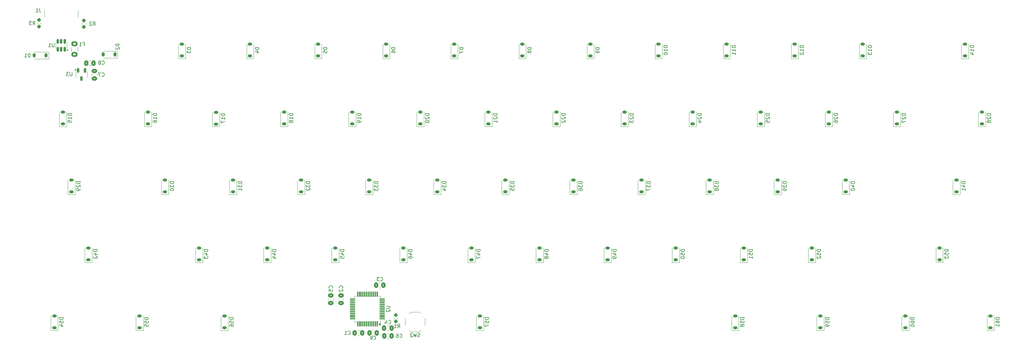
<source format=gbo>
G04 #@! TF.GenerationSoftware,KiCad,Pcbnew,8.0.3*
G04 #@! TF.CreationDate,2025-10-01T01:01:48-04:00*
G04 #@! TF.ProjectId,KP60,4b503630-2e6b-4696-9361-645f70636258,rev?*
G04 #@! TF.SameCoordinates,Original*
G04 #@! TF.FileFunction,Legend,Bot*
G04 #@! TF.FilePolarity,Positive*
%FSLAX46Y46*%
G04 Gerber Fmt 4.6, Leading zero omitted, Abs format (unit mm)*
G04 Created by KiCad (PCBNEW 8.0.3) date 2025-10-01 01:01:48*
%MOMM*%
%LPD*%
G01*
G04 APERTURE LIST*
G04 Aperture macros list*
%AMRoundRect*
0 Rectangle with rounded corners*
0 $1 Rounding radius*
0 $2 $3 $4 $5 $6 $7 $8 $9 X,Y pos of 4 corners*
0 Add a 4 corners polygon primitive as box body*
4,1,4,$2,$3,$4,$5,$6,$7,$8,$9,$2,$3,0*
0 Add four circle primitives for the rounded corners*
1,1,$1+$1,$2,$3*
1,1,$1+$1,$4,$5*
1,1,$1+$1,$6,$7*
1,1,$1+$1,$8,$9*
0 Add four rect primitives between the rounded corners*
20,1,$1+$1,$2,$3,$4,$5,0*
20,1,$1+$1,$4,$5,$6,$7,0*
20,1,$1+$1,$6,$7,$8,$9,0*
20,1,$1+$1,$8,$9,$2,$3,0*%
G04 Aperture macros list end*
%ADD10C,0.150000*%
%ADD11C,0.120000*%
%ADD12C,1.750000*%
%ADD13C,4.000000*%
%ADD14C,2.500000*%
%ADD15C,3.048000*%
%ADD16C,3.987800*%
%ADD17RoundRect,0.237500X-0.237500X0.250000X-0.237500X-0.250000X0.237500X-0.250000X0.237500X0.250000X0*%
%ADD18RoundRect,0.225000X0.375000X-0.225000X0.375000X0.225000X-0.375000X0.225000X-0.375000X-0.225000X0*%
%ADD19RoundRect,0.250000X0.337500X0.475000X-0.337500X0.475000X-0.337500X-0.475000X0.337500X-0.475000X0*%
%ADD20RoundRect,0.250000X0.475000X-0.337500X0.475000X0.337500X-0.475000X0.337500X-0.475000X-0.337500X0*%
%ADD21RoundRect,0.075000X0.075000X-0.662500X0.075000X0.662500X-0.075000X0.662500X-0.075000X-0.662500X0*%
%ADD22RoundRect,0.075000X0.662500X-0.075000X0.662500X0.075000X-0.662500X0.075000X-0.662500X-0.075000X0*%
%ADD23RoundRect,0.150000X-0.150000X0.512500X-0.150000X-0.512500X0.150000X-0.512500X0.150000X0.512500X0*%
%ADD24RoundRect,0.225000X0.225000X0.375000X-0.225000X0.375000X-0.225000X-0.375000X0.225000X-0.375000X0*%
%ADD25C,0.650000*%
%ADD26R,0.600000X1.450000*%
%ADD27R,0.300000X1.450000*%
%ADD28O,1.000000X1.600000*%
%ADD29O,1.000000X2.100000*%
%ADD30R,1.700000X1.000000*%
%ADD31RoundRect,0.150000X0.150000X-0.512500X0.150000X0.512500X-0.150000X0.512500X-0.150000X-0.512500X0*%
%ADD32RoundRect,0.250001X-0.624999X0.462499X-0.624999X-0.462499X0.624999X-0.462499X0.624999X0.462499X0*%
%ADD33RoundRect,0.250000X-0.337500X-0.475000X0.337500X-0.475000X0.337500X0.475000X-0.337500X0.475000X0*%
%ADD34RoundRect,0.250000X-0.475000X0.337500X-0.475000X-0.337500X0.475000X-0.337500X0.475000X0.337500X0*%
G04 APERTURE END LIST*
D10*
X77341666Y-79972319D02*
X77674999Y-79496128D01*
X77913094Y-79972319D02*
X77913094Y-78972319D01*
X77913094Y-78972319D02*
X77532142Y-78972319D01*
X77532142Y-78972319D02*
X77436904Y-79019938D01*
X77436904Y-79019938D02*
X77389285Y-79067557D01*
X77389285Y-79067557D02*
X77341666Y-79162795D01*
X77341666Y-79162795D02*
X77341666Y-79305652D01*
X77341666Y-79305652D02*
X77389285Y-79400890D01*
X77389285Y-79400890D02*
X77436904Y-79448509D01*
X77436904Y-79448509D02*
X77532142Y-79496128D01*
X77532142Y-79496128D02*
X77913094Y-79496128D01*
X77008332Y-78972319D02*
X76389285Y-78972319D01*
X76389285Y-78972319D02*
X76722618Y-79353271D01*
X76722618Y-79353271D02*
X76579761Y-79353271D01*
X76579761Y-79353271D02*
X76484523Y-79400890D01*
X76484523Y-79400890D02*
X76436904Y-79448509D01*
X76436904Y-79448509D02*
X76389285Y-79543747D01*
X76389285Y-79543747D02*
X76389285Y-79781842D01*
X76389285Y-79781842D02*
X76436904Y-79877080D01*
X76436904Y-79877080D02*
X76484523Y-79924700D01*
X76484523Y-79924700D02*
X76579761Y-79972319D01*
X76579761Y-79972319D02*
X76865475Y-79972319D01*
X76865475Y-79972319D02*
X76960713Y-79924700D01*
X76960713Y-79924700D02*
X77008332Y-79877080D01*
X321542319Y-104862464D02*
X320542319Y-104862464D01*
X320542319Y-104862464D02*
X320542319Y-105100559D01*
X320542319Y-105100559D02*
X320589938Y-105243416D01*
X320589938Y-105243416D02*
X320685176Y-105338654D01*
X320685176Y-105338654D02*
X320780414Y-105386273D01*
X320780414Y-105386273D02*
X320970890Y-105433892D01*
X320970890Y-105433892D02*
X321113747Y-105433892D01*
X321113747Y-105433892D02*
X321304223Y-105386273D01*
X321304223Y-105386273D02*
X321399461Y-105338654D01*
X321399461Y-105338654D02*
X321494700Y-105243416D01*
X321494700Y-105243416D02*
X321542319Y-105100559D01*
X321542319Y-105100559D02*
X321542319Y-104862464D01*
X320637557Y-105814845D02*
X320589938Y-105862464D01*
X320589938Y-105862464D02*
X320542319Y-105957702D01*
X320542319Y-105957702D02*
X320542319Y-106195797D01*
X320542319Y-106195797D02*
X320589938Y-106291035D01*
X320589938Y-106291035D02*
X320637557Y-106338654D01*
X320637557Y-106338654D02*
X320732795Y-106386273D01*
X320732795Y-106386273D02*
X320828033Y-106386273D01*
X320828033Y-106386273D02*
X320970890Y-106338654D01*
X320970890Y-106338654D02*
X321542319Y-105767226D01*
X321542319Y-105767226D02*
X321542319Y-106386273D01*
X320542319Y-106719607D02*
X320542319Y-107386273D01*
X320542319Y-107386273D02*
X321542319Y-106957702D01*
X179946666Y-167499580D02*
X179994285Y-167547200D01*
X179994285Y-167547200D02*
X180137142Y-167594819D01*
X180137142Y-167594819D02*
X180232380Y-167594819D01*
X180232380Y-167594819D02*
X180375237Y-167547200D01*
X180375237Y-167547200D02*
X180470475Y-167451961D01*
X180470475Y-167451961D02*
X180518094Y-167356723D01*
X180518094Y-167356723D02*
X180565713Y-167166247D01*
X180565713Y-167166247D02*
X180565713Y-167023390D01*
X180565713Y-167023390D02*
X180518094Y-166832914D01*
X180518094Y-166832914D02*
X180470475Y-166737676D01*
X180470475Y-166737676D02*
X180375237Y-166642438D01*
X180375237Y-166642438D02*
X180232380Y-166594819D01*
X180232380Y-166594819D02*
X180137142Y-166594819D01*
X180137142Y-166594819D02*
X179994285Y-166642438D01*
X179994285Y-166642438D02*
X179946666Y-166690057D01*
X179089523Y-166594819D02*
X179279999Y-166594819D01*
X179279999Y-166594819D02*
X179375237Y-166642438D01*
X179375237Y-166642438D02*
X179422856Y-166690057D01*
X179422856Y-166690057D02*
X179518094Y-166832914D01*
X179518094Y-166832914D02*
X179565713Y-167023390D01*
X179565713Y-167023390D02*
X179565713Y-167404342D01*
X179565713Y-167404342D02*
X179518094Y-167499580D01*
X179518094Y-167499580D02*
X179470475Y-167547200D01*
X179470475Y-167547200D02*
X179375237Y-167594819D01*
X179375237Y-167594819D02*
X179184761Y-167594819D01*
X179184761Y-167594819D02*
X179089523Y-167547200D01*
X179089523Y-167547200D02*
X179041904Y-167499580D01*
X179041904Y-167499580D02*
X178994285Y-167404342D01*
X178994285Y-167404342D02*
X178994285Y-167166247D01*
X178994285Y-167166247D02*
X179041904Y-167071009D01*
X179041904Y-167071009D02*
X179089523Y-167023390D01*
X179089523Y-167023390D02*
X179184761Y-166975771D01*
X179184761Y-166975771D02*
X179375237Y-166975771D01*
X179375237Y-166975771D02*
X179470475Y-167023390D01*
X179470475Y-167023390D02*
X179518094Y-167071009D01*
X179518094Y-167071009D02*
X179565713Y-167166247D01*
X288204819Y-123912464D02*
X287204819Y-123912464D01*
X287204819Y-123912464D02*
X287204819Y-124150559D01*
X287204819Y-124150559D02*
X287252438Y-124293416D01*
X287252438Y-124293416D02*
X287347676Y-124388654D01*
X287347676Y-124388654D02*
X287442914Y-124436273D01*
X287442914Y-124436273D02*
X287633390Y-124483892D01*
X287633390Y-124483892D02*
X287776247Y-124483892D01*
X287776247Y-124483892D02*
X287966723Y-124436273D01*
X287966723Y-124436273D02*
X288061961Y-124388654D01*
X288061961Y-124388654D02*
X288157200Y-124293416D01*
X288157200Y-124293416D02*
X288204819Y-124150559D01*
X288204819Y-124150559D02*
X288204819Y-123912464D01*
X287204819Y-124817226D02*
X287204819Y-125436273D01*
X287204819Y-125436273D02*
X287585771Y-125102940D01*
X287585771Y-125102940D02*
X287585771Y-125245797D01*
X287585771Y-125245797D02*
X287633390Y-125341035D01*
X287633390Y-125341035D02*
X287681009Y-125388654D01*
X287681009Y-125388654D02*
X287776247Y-125436273D01*
X287776247Y-125436273D02*
X288014342Y-125436273D01*
X288014342Y-125436273D02*
X288109580Y-125388654D01*
X288109580Y-125388654D02*
X288157200Y-125341035D01*
X288157200Y-125341035D02*
X288204819Y-125245797D01*
X288204819Y-125245797D02*
X288204819Y-124960083D01*
X288204819Y-124960083D02*
X288157200Y-124864845D01*
X288157200Y-124864845D02*
X288109580Y-124817226D01*
X288204819Y-125912464D02*
X288204819Y-126102940D01*
X288204819Y-126102940D02*
X288157200Y-126198178D01*
X288157200Y-126198178D02*
X288109580Y-126245797D01*
X288109580Y-126245797D02*
X287966723Y-126341035D01*
X287966723Y-126341035D02*
X287776247Y-126388654D01*
X287776247Y-126388654D02*
X287395295Y-126388654D01*
X287395295Y-126388654D02*
X287300057Y-126341035D01*
X287300057Y-126341035D02*
X287252438Y-126293416D01*
X287252438Y-126293416D02*
X287204819Y-126198178D01*
X287204819Y-126198178D02*
X287204819Y-126007702D01*
X287204819Y-126007702D02*
X287252438Y-125912464D01*
X287252438Y-125912464D02*
X287300057Y-125864845D01*
X287300057Y-125864845D02*
X287395295Y-125817226D01*
X287395295Y-125817226D02*
X287633390Y-125817226D01*
X287633390Y-125817226D02*
X287728628Y-125864845D01*
X287728628Y-125864845D02*
X287776247Y-125912464D01*
X287776247Y-125912464D02*
X287823866Y-126007702D01*
X287823866Y-126007702D02*
X287823866Y-126198178D01*
X287823866Y-126198178D02*
X287776247Y-126293416D01*
X287776247Y-126293416D02*
X287728628Y-126341035D01*
X287728628Y-126341035D02*
X287633390Y-126388654D01*
X264392319Y-104862464D02*
X263392319Y-104862464D01*
X263392319Y-104862464D02*
X263392319Y-105100559D01*
X263392319Y-105100559D02*
X263439938Y-105243416D01*
X263439938Y-105243416D02*
X263535176Y-105338654D01*
X263535176Y-105338654D02*
X263630414Y-105386273D01*
X263630414Y-105386273D02*
X263820890Y-105433892D01*
X263820890Y-105433892D02*
X263963747Y-105433892D01*
X263963747Y-105433892D02*
X264154223Y-105386273D01*
X264154223Y-105386273D02*
X264249461Y-105338654D01*
X264249461Y-105338654D02*
X264344700Y-105243416D01*
X264344700Y-105243416D02*
X264392319Y-105100559D01*
X264392319Y-105100559D02*
X264392319Y-104862464D01*
X263487557Y-105814845D02*
X263439938Y-105862464D01*
X263439938Y-105862464D02*
X263392319Y-105957702D01*
X263392319Y-105957702D02*
X263392319Y-106195797D01*
X263392319Y-106195797D02*
X263439938Y-106291035D01*
X263439938Y-106291035D02*
X263487557Y-106338654D01*
X263487557Y-106338654D02*
X263582795Y-106386273D01*
X263582795Y-106386273D02*
X263678033Y-106386273D01*
X263678033Y-106386273D02*
X263820890Y-106338654D01*
X263820890Y-106338654D02*
X264392319Y-105767226D01*
X264392319Y-105767226D02*
X264392319Y-106386273D01*
X263725652Y-107243416D02*
X264392319Y-107243416D01*
X263344700Y-107005321D02*
X264058985Y-106767226D01*
X264058985Y-106767226D02*
X264058985Y-107386273D01*
X235817319Y-86288655D02*
X234817319Y-86288655D01*
X234817319Y-86288655D02*
X234817319Y-86526750D01*
X234817319Y-86526750D02*
X234864938Y-86669607D01*
X234864938Y-86669607D02*
X234960176Y-86764845D01*
X234960176Y-86764845D02*
X235055414Y-86812464D01*
X235055414Y-86812464D02*
X235245890Y-86860083D01*
X235245890Y-86860083D02*
X235388747Y-86860083D01*
X235388747Y-86860083D02*
X235579223Y-86812464D01*
X235579223Y-86812464D02*
X235674461Y-86764845D01*
X235674461Y-86764845D02*
X235769700Y-86669607D01*
X235769700Y-86669607D02*
X235817319Y-86526750D01*
X235817319Y-86526750D02*
X235817319Y-86288655D01*
X235817319Y-87336274D02*
X235817319Y-87526750D01*
X235817319Y-87526750D02*
X235769700Y-87621988D01*
X235769700Y-87621988D02*
X235722080Y-87669607D01*
X235722080Y-87669607D02*
X235579223Y-87764845D01*
X235579223Y-87764845D02*
X235388747Y-87812464D01*
X235388747Y-87812464D02*
X235007795Y-87812464D01*
X235007795Y-87812464D02*
X234912557Y-87764845D01*
X234912557Y-87764845D02*
X234864938Y-87717226D01*
X234864938Y-87717226D02*
X234817319Y-87621988D01*
X234817319Y-87621988D02*
X234817319Y-87431512D01*
X234817319Y-87431512D02*
X234864938Y-87336274D01*
X234864938Y-87336274D02*
X234912557Y-87288655D01*
X234912557Y-87288655D02*
X235007795Y-87241036D01*
X235007795Y-87241036D02*
X235245890Y-87241036D01*
X235245890Y-87241036D02*
X235341128Y-87288655D01*
X235341128Y-87288655D02*
X235388747Y-87336274D01*
X235388747Y-87336274D02*
X235436366Y-87431512D01*
X235436366Y-87431512D02*
X235436366Y-87621988D01*
X235436366Y-87621988D02*
X235388747Y-87717226D01*
X235388747Y-87717226D02*
X235341128Y-87764845D01*
X235341128Y-87764845D02*
X235245890Y-87812464D01*
X300111069Y-162012464D02*
X299111069Y-162012464D01*
X299111069Y-162012464D02*
X299111069Y-162250559D01*
X299111069Y-162250559D02*
X299158688Y-162393416D01*
X299158688Y-162393416D02*
X299253926Y-162488654D01*
X299253926Y-162488654D02*
X299349164Y-162536273D01*
X299349164Y-162536273D02*
X299539640Y-162583892D01*
X299539640Y-162583892D02*
X299682497Y-162583892D01*
X299682497Y-162583892D02*
X299872973Y-162536273D01*
X299872973Y-162536273D02*
X299968211Y-162488654D01*
X299968211Y-162488654D02*
X300063450Y-162393416D01*
X300063450Y-162393416D02*
X300111069Y-162250559D01*
X300111069Y-162250559D02*
X300111069Y-162012464D01*
X299111069Y-163488654D02*
X299111069Y-163012464D01*
X299111069Y-163012464D02*
X299587259Y-162964845D01*
X299587259Y-162964845D02*
X299539640Y-163012464D01*
X299539640Y-163012464D02*
X299492021Y-163107702D01*
X299492021Y-163107702D02*
X299492021Y-163345797D01*
X299492021Y-163345797D02*
X299539640Y-163441035D01*
X299539640Y-163441035D02*
X299587259Y-163488654D01*
X299587259Y-163488654D02*
X299682497Y-163536273D01*
X299682497Y-163536273D02*
X299920592Y-163536273D01*
X299920592Y-163536273D02*
X300015830Y-163488654D01*
X300015830Y-163488654D02*
X300063450Y-163441035D01*
X300063450Y-163441035D02*
X300111069Y-163345797D01*
X300111069Y-163345797D02*
X300111069Y-163107702D01*
X300111069Y-163107702D02*
X300063450Y-163012464D01*
X300063450Y-163012464D02*
X300015830Y-162964845D01*
X300111069Y-164012464D02*
X300111069Y-164202940D01*
X300111069Y-164202940D02*
X300063450Y-164298178D01*
X300063450Y-164298178D02*
X300015830Y-164345797D01*
X300015830Y-164345797D02*
X299872973Y-164441035D01*
X299872973Y-164441035D02*
X299682497Y-164488654D01*
X299682497Y-164488654D02*
X299301545Y-164488654D01*
X299301545Y-164488654D02*
X299206307Y-164441035D01*
X299206307Y-164441035D02*
X299158688Y-164393416D01*
X299158688Y-164393416D02*
X299111069Y-164298178D01*
X299111069Y-164298178D02*
X299111069Y-164107702D01*
X299111069Y-164107702D02*
X299158688Y-164012464D01*
X299158688Y-164012464D02*
X299206307Y-163964845D01*
X299206307Y-163964845D02*
X299301545Y-163917226D01*
X299301545Y-163917226D02*
X299539640Y-163917226D01*
X299539640Y-163917226D02*
X299634878Y-163964845D01*
X299634878Y-163964845D02*
X299682497Y-164012464D01*
X299682497Y-164012464D02*
X299730116Y-164107702D01*
X299730116Y-164107702D02*
X299730116Y-164298178D01*
X299730116Y-164298178D02*
X299682497Y-164393416D01*
X299682497Y-164393416D02*
X299634878Y-164441035D01*
X299634878Y-164441035D02*
X299539640Y-164488654D01*
X95323569Y-142962464D02*
X94323569Y-142962464D01*
X94323569Y-142962464D02*
X94323569Y-143200559D01*
X94323569Y-143200559D02*
X94371188Y-143343416D01*
X94371188Y-143343416D02*
X94466426Y-143438654D01*
X94466426Y-143438654D02*
X94561664Y-143486273D01*
X94561664Y-143486273D02*
X94752140Y-143533892D01*
X94752140Y-143533892D02*
X94894997Y-143533892D01*
X94894997Y-143533892D02*
X95085473Y-143486273D01*
X95085473Y-143486273D02*
X95180711Y-143438654D01*
X95180711Y-143438654D02*
X95275950Y-143343416D01*
X95275950Y-143343416D02*
X95323569Y-143200559D01*
X95323569Y-143200559D02*
X95323569Y-142962464D01*
X94656902Y-144391035D02*
X95323569Y-144391035D01*
X94275950Y-144152940D02*
X94990235Y-143914845D01*
X94990235Y-143914845D02*
X94990235Y-144533892D01*
X94418807Y-144867226D02*
X94371188Y-144914845D01*
X94371188Y-144914845D02*
X94323569Y-145010083D01*
X94323569Y-145010083D02*
X94323569Y-145248178D01*
X94323569Y-145248178D02*
X94371188Y-145343416D01*
X94371188Y-145343416D02*
X94418807Y-145391035D01*
X94418807Y-145391035D02*
X94514045Y-145438654D01*
X94514045Y-145438654D02*
X94609283Y-145438654D01*
X94609283Y-145438654D02*
X94752140Y-145391035D01*
X94752140Y-145391035D02*
X95323569Y-144819607D01*
X95323569Y-144819607D02*
X95323569Y-145438654D01*
X202479819Y-142962464D02*
X201479819Y-142962464D01*
X201479819Y-142962464D02*
X201479819Y-143200559D01*
X201479819Y-143200559D02*
X201527438Y-143343416D01*
X201527438Y-143343416D02*
X201622676Y-143438654D01*
X201622676Y-143438654D02*
X201717914Y-143486273D01*
X201717914Y-143486273D02*
X201908390Y-143533892D01*
X201908390Y-143533892D02*
X202051247Y-143533892D01*
X202051247Y-143533892D02*
X202241723Y-143486273D01*
X202241723Y-143486273D02*
X202336961Y-143438654D01*
X202336961Y-143438654D02*
X202432200Y-143343416D01*
X202432200Y-143343416D02*
X202479819Y-143200559D01*
X202479819Y-143200559D02*
X202479819Y-142962464D01*
X201813152Y-144391035D02*
X202479819Y-144391035D01*
X201432200Y-144152940D02*
X202146485Y-143914845D01*
X202146485Y-143914845D02*
X202146485Y-144533892D01*
X201479819Y-144819607D02*
X201479819Y-145486273D01*
X201479819Y-145486273D02*
X202479819Y-145057702D01*
X283442319Y-104862464D02*
X282442319Y-104862464D01*
X282442319Y-104862464D02*
X282442319Y-105100559D01*
X282442319Y-105100559D02*
X282489938Y-105243416D01*
X282489938Y-105243416D02*
X282585176Y-105338654D01*
X282585176Y-105338654D02*
X282680414Y-105386273D01*
X282680414Y-105386273D02*
X282870890Y-105433892D01*
X282870890Y-105433892D02*
X283013747Y-105433892D01*
X283013747Y-105433892D02*
X283204223Y-105386273D01*
X283204223Y-105386273D02*
X283299461Y-105338654D01*
X283299461Y-105338654D02*
X283394700Y-105243416D01*
X283394700Y-105243416D02*
X283442319Y-105100559D01*
X283442319Y-105100559D02*
X283442319Y-104862464D01*
X282537557Y-105814845D02*
X282489938Y-105862464D01*
X282489938Y-105862464D02*
X282442319Y-105957702D01*
X282442319Y-105957702D02*
X282442319Y-106195797D01*
X282442319Y-106195797D02*
X282489938Y-106291035D01*
X282489938Y-106291035D02*
X282537557Y-106338654D01*
X282537557Y-106338654D02*
X282632795Y-106386273D01*
X282632795Y-106386273D02*
X282728033Y-106386273D01*
X282728033Y-106386273D02*
X282870890Y-106338654D01*
X282870890Y-106338654D02*
X283442319Y-105767226D01*
X283442319Y-105767226D02*
X283442319Y-106386273D01*
X282442319Y-107291035D02*
X282442319Y-106814845D01*
X282442319Y-106814845D02*
X282918509Y-106767226D01*
X282918509Y-106767226D02*
X282870890Y-106814845D01*
X282870890Y-106814845D02*
X282823271Y-106910083D01*
X282823271Y-106910083D02*
X282823271Y-107148178D01*
X282823271Y-107148178D02*
X282870890Y-107243416D01*
X282870890Y-107243416D02*
X282918509Y-107291035D01*
X282918509Y-107291035D02*
X283013747Y-107338654D01*
X283013747Y-107338654D02*
X283251842Y-107338654D01*
X283251842Y-107338654D02*
X283347080Y-107291035D01*
X283347080Y-107291035D02*
X283394700Y-107243416D01*
X283394700Y-107243416D02*
X283442319Y-107148178D01*
X283442319Y-107148178D02*
X283442319Y-106910083D01*
X283442319Y-106910083D02*
X283394700Y-106814845D01*
X283394700Y-106814845D02*
X283347080Y-106767226D01*
X164379819Y-142962464D02*
X163379819Y-142962464D01*
X163379819Y-142962464D02*
X163379819Y-143200559D01*
X163379819Y-143200559D02*
X163427438Y-143343416D01*
X163427438Y-143343416D02*
X163522676Y-143438654D01*
X163522676Y-143438654D02*
X163617914Y-143486273D01*
X163617914Y-143486273D02*
X163808390Y-143533892D01*
X163808390Y-143533892D02*
X163951247Y-143533892D01*
X163951247Y-143533892D02*
X164141723Y-143486273D01*
X164141723Y-143486273D02*
X164236961Y-143438654D01*
X164236961Y-143438654D02*
X164332200Y-143343416D01*
X164332200Y-143343416D02*
X164379819Y-143200559D01*
X164379819Y-143200559D02*
X164379819Y-142962464D01*
X163713152Y-144391035D02*
X164379819Y-144391035D01*
X163332200Y-144152940D02*
X164046485Y-143914845D01*
X164046485Y-143914845D02*
X164046485Y-144533892D01*
X163379819Y-145391035D02*
X163379819Y-144914845D01*
X163379819Y-144914845D02*
X163856009Y-144867226D01*
X163856009Y-144867226D02*
X163808390Y-144914845D01*
X163808390Y-144914845D02*
X163760771Y-145010083D01*
X163760771Y-145010083D02*
X163760771Y-145248178D01*
X163760771Y-145248178D02*
X163808390Y-145343416D01*
X163808390Y-145343416D02*
X163856009Y-145391035D01*
X163856009Y-145391035D02*
X163951247Y-145438654D01*
X163951247Y-145438654D02*
X164189342Y-145438654D01*
X164189342Y-145438654D02*
X164284580Y-145391035D01*
X164284580Y-145391035D02*
X164332200Y-145343416D01*
X164332200Y-145343416D02*
X164379819Y-145248178D01*
X164379819Y-145248178D02*
X164379819Y-145010083D01*
X164379819Y-145010083D02*
X164332200Y-144914845D01*
X164332200Y-144914845D02*
X164284580Y-144867226D01*
X178667319Y-86288655D02*
X177667319Y-86288655D01*
X177667319Y-86288655D02*
X177667319Y-86526750D01*
X177667319Y-86526750D02*
X177714938Y-86669607D01*
X177714938Y-86669607D02*
X177810176Y-86764845D01*
X177810176Y-86764845D02*
X177905414Y-86812464D01*
X177905414Y-86812464D02*
X178095890Y-86860083D01*
X178095890Y-86860083D02*
X178238747Y-86860083D01*
X178238747Y-86860083D02*
X178429223Y-86812464D01*
X178429223Y-86812464D02*
X178524461Y-86764845D01*
X178524461Y-86764845D02*
X178619700Y-86669607D01*
X178619700Y-86669607D02*
X178667319Y-86526750D01*
X178667319Y-86526750D02*
X178667319Y-86288655D01*
X177667319Y-87717226D02*
X177667319Y-87526750D01*
X177667319Y-87526750D02*
X177714938Y-87431512D01*
X177714938Y-87431512D02*
X177762557Y-87383893D01*
X177762557Y-87383893D02*
X177905414Y-87288655D01*
X177905414Y-87288655D02*
X178095890Y-87241036D01*
X178095890Y-87241036D02*
X178476842Y-87241036D01*
X178476842Y-87241036D02*
X178572080Y-87288655D01*
X178572080Y-87288655D02*
X178619700Y-87336274D01*
X178619700Y-87336274D02*
X178667319Y-87431512D01*
X178667319Y-87431512D02*
X178667319Y-87621988D01*
X178667319Y-87621988D02*
X178619700Y-87717226D01*
X178619700Y-87717226D02*
X178572080Y-87764845D01*
X178572080Y-87764845D02*
X178476842Y-87812464D01*
X178476842Y-87812464D02*
X178238747Y-87812464D01*
X178238747Y-87812464D02*
X178143509Y-87764845D01*
X178143509Y-87764845D02*
X178095890Y-87717226D01*
X178095890Y-87717226D02*
X178048271Y-87621988D01*
X178048271Y-87621988D02*
X178048271Y-87431512D01*
X178048271Y-87431512D02*
X178095890Y-87336274D01*
X178095890Y-87336274D02*
X178143509Y-87288655D01*
X178143509Y-87288655D02*
X178238747Y-87241036D01*
X226292319Y-104862464D02*
X225292319Y-104862464D01*
X225292319Y-104862464D02*
X225292319Y-105100559D01*
X225292319Y-105100559D02*
X225339938Y-105243416D01*
X225339938Y-105243416D02*
X225435176Y-105338654D01*
X225435176Y-105338654D02*
X225530414Y-105386273D01*
X225530414Y-105386273D02*
X225720890Y-105433892D01*
X225720890Y-105433892D02*
X225863747Y-105433892D01*
X225863747Y-105433892D02*
X226054223Y-105386273D01*
X226054223Y-105386273D02*
X226149461Y-105338654D01*
X226149461Y-105338654D02*
X226244700Y-105243416D01*
X226244700Y-105243416D02*
X226292319Y-105100559D01*
X226292319Y-105100559D02*
X226292319Y-104862464D01*
X225387557Y-105814845D02*
X225339938Y-105862464D01*
X225339938Y-105862464D02*
X225292319Y-105957702D01*
X225292319Y-105957702D02*
X225292319Y-106195797D01*
X225292319Y-106195797D02*
X225339938Y-106291035D01*
X225339938Y-106291035D02*
X225387557Y-106338654D01*
X225387557Y-106338654D02*
X225482795Y-106386273D01*
X225482795Y-106386273D02*
X225578033Y-106386273D01*
X225578033Y-106386273D02*
X225720890Y-106338654D01*
X225720890Y-106338654D02*
X226292319Y-105767226D01*
X226292319Y-105767226D02*
X226292319Y-106386273D01*
X225387557Y-106767226D02*
X225339938Y-106814845D01*
X225339938Y-106814845D02*
X225292319Y-106910083D01*
X225292319Y-106910083D02*
X225292319Y-107148178D01*
X225292319Y-107148178D02*
X225339938Y-107243416D01*
X225339938Y-107243416D02*
X225387557Y-107291035D01*
X225387557Y-107291035D02*
X225482795Y-107338654D01*
X225482795Y-107338654D02*
X225578033Y-107338654D01*
X225578033Y-107338654D02*
X225720890Y-107291035D01*
X225720890Y-107291035D02*
X226292319Y-106719607D01*
X226292319Y-106719607D02*
X226292319Y-107338654D01*
X204861069Y-162012464D02*
X203861069Y-162012464D01*
X203861069Y-162012464D02*
X203861069Y-162250559D01*
X203861069Y-162250559D02*
X203908688Y-162393416D01*
X203908688Y-162393416D02*
X204003926Y-162488654D01*
X204003926Y-162488654D02*
X204099164Y-162536273D01*
X204099164Y-162536273D02*
X204289640Y-162583892D01*
X204289640Y-162583892D02*
X204432497Y-162583892D01*
X204432497Y-162583892D02*
X204622973Y-162536273D01*
X204622973Y-162536273D02*
X204718211Y-162488654D01*
X204718211Y-162488654D02*
X204813450Y-162393416D01*
X204813450Y-162393416D02*
X204861069Y-162250559D01*
X204861069Y-162250559D02*
X204861069Y-162012464D01*
X203861069Y-163488654D02*
X203861069Y-163012464D01*
X203861069Y-163012464D02*
X204337259Y-162964845D01*
X204337259Y-162964845D02*
X204289640Y-163012464D01*
X204289640Y-163012464D02*
X204242021Y-163107702D01*
X204242021Y-163107702D02*
X204242021Y-163345797D01*
X204242021Y-163345797D02*
X204289640Y-163441035D01*
X204289640Y-163441035D02*
X204337259Y-163488654D01*
X204337259Y-163488654D02*
X204432497Y-163536273D01*
X204432497Y-163536273D02*
X204670592Y-163536273D01*
X204670592Y-163536273D02*
X204765830Y-163488654D01*
X204765830Y-163488654D02*
X204813450Y-163441035D01*
X204813450Y-163441035D02*
X204861069Y-163345797D01*
X204861069Y-163345797D02*
X204861069Y-163107702D01*
X204861069Y-163107702D02*
X204813450Y-163012464D01*
X204813450Y-163012464D02*
X204765830Y-162964845D01*
X203861069Y-163869607D02*
X203861069Y-164536273D01*
X203861069Y-164536273D02*
X204861069Y-164107702D01*
X176816666Y-163659580D02*
X176864285Y-163707200D01*
X176864285Y-163707200D02*
X177007142Y-163754819D01*
X177007142Y-163754819D02*
X177102380Y-163754819D01*
X177102380Y-163754819D02*
X177245237Y-163707200D01*
X177245237Y-163707200D02*
X177340475Y-163611961D01*
X177340475Y-163611961D02*
X177388094Y-163516723D01*
X177388094Y-163516723D02*
X177435713Y-163326247D01*
X177435713Y-163326247D02*
X177435713Y-163183390D01*
X177435713Y-163183390D02*
X177388094Y-162992914D01*
X177388094Y-162992914D02*
X177340475Y-162897676D01*
X177340475Y-162897676D02*
X177245237Y-162802438D01*
X177245237Y-162802438D02*
X177102380Y-162754819D01*
X177102380Y-162754819D02*
X177007142Y-162754819D01*
X177007142Y-162754819D02*
X176864285Y-162802438D01*
X176864285Y-162802438D02*
X176816666Y-162850057D01*
X175959523Y-163088152D02*
X175959523Y-163754819D01*
X176197618Y-162707200D02*
X176435713Y-163421485D01*
X176435713Y-163421485D02*
X175816666Y-163421485D01*
X207242319Y-104862464D02*
X206242319Y-104862464D01*
X206242319Y-104862464D02*
X206242319Y-105100559D01*
X206242319Y-105100559D02*
X206289938Y-105243416D01*
X206289938Y-105243416D02*
X206385176Y-105338654D01*
X206385176Y-105338654D02*
X206480414Y-105386273D01*
X206480414Y-105386273D02*
X206670890Y-105433892D01*
X206670890Y-105433892D02*
X206813747Y-105433892D01*
X206813747Y-105433892D02*
X207004223Y-105386273D01*
X207004223Y-105386273D02*
X207099461Y-105338654D01*
X207099461Y-105338654D02*
X207194700Y-105243416D01*
X207194700Y-105243416D02*
X207242319Y-105100559D01*
X207242319Y-105100559D02*
X207242319Y-104862464D01*
X206337557Y-105814845D02*
X206289938Y-105862464D01*
X206289938Y-105862464D02*
X206242319Y-105957702D01*
X206242319Y-105957702D02*
X206242319Y-106195797D01*
X206242319Y-106195797D02*
X206289938Y-106291035D01*
X206289938Y-106291035D02*
X206337557Y-106338654D01*
X206337557Y-106338654D02*
X206432795Y-106386273D01*
X206432795Y-106386273D02*
X206528033Y-106386273D01*
X206528033Y-106386273D02*
X206670890Y-106338654D01*
X206670890Y-106338654D02*
X207242319Y-105767226D01*
X207242319Y-105767226D02*
X207242319Y-106386273D01*
X207242319Y-107338654D02*
X207242319Y-106767226D01*
X207242319Y-107052940D02*
X206242319Y-107052940D01*
X206242319Y-107052940D02*
X206385176Y-106957702D01*
X206385176Y-106957702D02*
X206480414Y-106862464D01*
X206480414Y-106862464D02*
X206528033Y-106767226D01*
X245342319Y-104862464D02*
X244342319Y-104862464D01*
X244342319Y-104862464D02*
X244342319Y-105100559D01*
X244342319Y-105100559D02*
X244389938Y-105243416D01*
X244389938Y-105243416D02*
X244485176Y-105338654D01*
X244485176Y-105338654D02*
X244580414Y-105386273D01*
X244580414Y-105386273D02*
X244770890Y-105433892D01*
X244770890Y-105433892D02*
X244913747Y-105433892D01*
X244913747Y-105433892D02*
X245104223Y-105386273D01*
X245104223Y-105386273D02*
X245199461Y-105338654D01*
X245199461Y-105338654D02*
X245294700Y-105243416D01*
X245294700Y-105243416D02*
X245342319Y-105100559D01*
X245342319Y-105100559D02*
X245342319Y-104862464D01*
X244437557Y-105814845D02*
X244389938Y-105862464D01*
X244389938Y-105862464D02*
X244342319Y-105957702D01*
X244342319Y-105957702D02*
X244342319Y-106195797D01*
X244342319Y-106195797D02*
X244389938Y-106291035D01*
X244389938Y-106291035D02*
X244437557Y-106338654D01*
X244437557Y-106338654D02*
X244532795Y-106386273D01*
X244532795Y-106386273D02*
X244628033Y-106386273D01*
X244628033Y-106386273D02*
X244770890Y-106338654D01*
X244770890Y-106338654D02*
X245342319Y-105767226D01*
X245342319Y-105767226D02*
X245342319Y-106386273D01*
X244342319Y-106719607D02*
X244342319Y-107338654D01*
X244342319Y-107338654D02*
X244723271Y-107005321D01*
X244723271Y-107005321D02*
X244723271Y-107148178D01*
X244723271Y-107148178D02*
X244770890Y-107243416D01*
X244770890Y-107243416D02*
X244818509Y-107291035D01*
X244818509Y-107291035D02*
X244913747Y-107338654D01*
X244913747Y-107338654D02*
X245151842Y-107338654D01*
X245151842Y-107338654D02*
X245247080Y-107291035D01*
X245247080Y-107291035D02*
X245294700Y-107243416D01*
X245294700Y-107243416D02*
X245342319Y-107148178D01*
X245342319Y-107148178D02*
X245342319Y-106862464D01*
X245342319Y-106862464D02*
X245294700Y-106767226D01*
X245294700Y-106767226D02*
X245247080Y-106719607D01*
X94146666Y-80114819D02*
X94479999Y-79638628D01*
X94718094Y-80114819D02*
X94718094Y-79114819D01*
X94718094Y-79114819D02*
X94337142Y-79114819D01*
X94337142Y-79114819D02*
X94241904Y-79162438D01*
X94241904Y-79162438D02*
X94194285Y-79210057D01*
X94194285Y-79210057D02*
X94146666Y-79305295D01*
X94146666Y-79305295D02*
X94146666Y-79448152D01*
X94146666Y-79448152D02*
X94194285Y-79543390D01*
X94194285Y-79543390D02*
X94241904Y-79591009D01*
X94241904Y-79591009D02*
X94337142Y-79638628D01*
X94337142Y-79638628D02*
X94718094Y-79638628D01*
X93765713Y-79210057D02*
X93718094Y-79162438D01*
X93718094Y-79162438D02*
X93622856Y-79114819D01*
X93622856Y-79114819D02*
X93384761Y-79114819D01*
X93384761Y-79114819D02*
X93289523Y-79162438D01*
X93289523Y-79162438D02*
X93241904Y-79210057D01*
X93241904Y-79210057D02*
X93194285Y-79305295D01*
X93194285Y-79305295D02*
X93194285Y-79400533D01*
X93194285Y-79400533D02*
X93241904Y-79543390D01*
X93241904Y-79543390D02*
X93813332Y-80114819D01*
X93813332Y-80114819D02*
X93194285Y-80114819D01*
X154854819Y-123912464D02*
X153854819Y-123912464D01*
X153854819Y-123912464D02*
X153854819Y-124150559D01*
X153854819Y-124150559D02*
X153902438Y-124293416D01*
X153902438Y-124293416D02*
X153997676Y-124388654D01*
X153997676Y-124388654D02*
X154092914Y-124436273D01*
X154092914Y-124436273D02*
X154283390Y-124483892D01*
X154283390Y-124483892D02*
X154426247Y-124483892D01*
X154426247Y-124483892D02*
X154616723Y-124436273D01*
X154616723Y-124436273D02*
X154711961Y-124388654D01*
X154711961Y-124388654D02*
X154807200Y-124293416D01*
X154807200Y-124293416D02*
X154854819Y-124150559D01*
X154854819Y-124150559D02*
X154854819Y-123912464D01*
X153854819Y-124817226D02*
X153854819Y-125436273D01*
X153854819Y-125436273D02*
X154235771Y-125102940D01*
X154235771Y-125102940D02*
X154235771Y-125245797D01*
X154235771Y-125245797D02*
X154283390Y-125341035D01*
X154283390Y-125341035D02*
X154331009Y-125388654D01*
X154331009Y-125388654D02*
X154426247Y-125436273D01*
X154426247Y-125436273D02*
X154664342Y-125436273D01*
X154664342Y-125436273D02*
X154759580Y-125388654D01*
X154759580Y-125388654D02*
X154807200Y-125341035D01*
X154807200Y-125341035D02*
X154854819Y-125245797D01*
X154854819Y-125245797D02*
X154854819Y-124960083D01*
X154854819Y-124960083D02*
X154807200Y-124864845D01*
X154807200Y-124864845D02*
X154759580Y-124817226D01*
X153950057Y-125817226D02*
X153902438Y-125864845D01*
X153902438Y-125864845D02*
X153854819Y-125960083D01*
X153854819Y-125960083D02*
X153854819Y-126198178D01*
X153854819Y-126198178D02*
X153902438Y-126293416D01*
X153902438Y-126293416D02*
X153950057Y-126341035D01*
X153950057Y-126341035D02*
X154045295Y-126388654D01*
X154045295Y-126388654D02*
X154140533Y-126388654D01*
X154140533Y-126388654D02*
X154283390Y-126341035D01*
X154283390Y-126341035D02*
X154854819Y-125769607D01*
X154854819Y-125769607D02*
X154854819Y-126388654D01*
X216767319Y-86288655D02*
X215767319Y-86288655D01*
X215767319Y-86288655D02*
X215767319Y-86526750D01*
X215767319Y-86526750D02*
X215814938Y-86669607D01*
X215814938Y-86669607D02*
X215910176Y-86764845D01*
X215910176Y-86764845D02*
X216005414Y-86812464D01*
X216005414Y-86812464D02*
X216195890Y-86860083D01*
X216195890Y-86860083D02*
X216338747Y-86860083D01*
X216338747Y-86860083D02*
X216529223Y-86812464D01*
X216529223Y-86812464D02*
X216624461Y-86764845D01*
X216624461Y-86764845D02*
X216719700Y-86669607D01*
X216719700Y-86669607D02*
X216767319Y-86526750D01*
X216767319Y-86526750D02*
X216767319Y-86288655D01*
X216195890Y-87431512D02*
X216148271Y-87336274D01*
X216148271Y-87336274D02*
X216100652Y-87288655D01*
X216100652Y-87288655D02*
X216005414Y-87241036D01*
X216005414Y-87241036D02*
X215957795Y-87241036D01*
X215957795Y-87241036D02*
X215862557Y-87288655D01*
X215862557Y-87288655D02*
X215814938Y-87336274D01*
X215814938Y-87336274D02*
X215767319Y-87431512D01*
X215767319Y-87431512D02*
X215767319Y-87621988D01*
X215767319Y-87621988D02*
X215814938Y-87717226D01*
X215814938Y-87717226D02*
X215862557Y-87764845D01*
X215862557Y-87764845D02*
X215957795Y-87812464D01*
X215957795Y-87812464D02*
X216005414Y-87812464D01*
X216005414Y-87812464D02*
X216100652Y-87764845D01*
X216100652Y-87764845D02*
X216148271Y-87717226D01*
X216148271Y-87717226D02*
X216195890Y-87621988D01*
X216195890Y-87621988D02*
X216195890Y-87431512D01*
X216195890Y-87431512D02*
X216243509Y-87336274D01*
X216243509Y-87336274D02*
X216291128Y-87288655D01*
X216291128Y-87288655D02*
X216386366Y-87241036D01*
X216386366Y-87241036D02*
X216576842Y-87241036D01*
X216576842Y-87241036D02*
X216672080Y-87288655D01*
X216672080Y-87288655D02*
X216719700Y-87336274D01*
X216719700Y-87336274D02*
X216767319Y-87431512D01*
X216767319Y-87431512D02*
X216767319Y-87621988D01*
X216767319Y-87621988D02*
X216719700Y-87717226D01*
X216719700Y-87717226D02*
X216672080Y-87764845D01*
X216672080Y-87764845D02*
X216576842Y-87812464D01*
X216576842Y-87812464D02*
X216386366Y-87812464D01*
X216386366Y-87812464D02*
X216291128Y-87764845D01*
X216291128Y-87764845D02*
X216243509Y-87717226D01*
X216243509Y-87717226D02*
X216195890Y-87621988D01*
X90561069Y-123912464D02*
X89561069Y-123912464D01*
X89561069Y-123912464D02*
X89561069Y-124150559D01*
X89561069Y-124150559D02*
X89608688Y-124293416D01*
X89608688Y-124293416D02*
X89703926Y-124388654D01*
X89703926Y-124388654D02*
X89799164Y-124436273D01*
X89799164Y-124436273D02*
X89989640Y-124483892D01*
X89989640Y-124483892D02*
X90132497Y-124483892D01*
X90132497Y-124483892D02*
X90322973Y-124436273D01*
X90322973Y-124436273D02*
X90418211Y-124388654D01*
X90418211Y-124388654D02*
X90513450Y-124293416D01*
X90513450Y-124293416D02*
X90561069Y-124150559D01*
X90561069Y-124150559D02*
X90561069Y-123912464D01*
X89656307Y-124864845D02*
X89608688Y-124912464D01*
X89608688Y-124912464D02*
X89561069Y-125007702D01*
X89561069Y-125007702D02*
X89561069Y-125245797D01*
X89561069Y-125245797D02*
X89608688Y-125341035D01*
X89608688Y-125341035D02*
X89656307Y-125388654D01*
X89656307Y-125388654D02*
X89751545Y-125436273D01*
X89751545Y-125436273D02*
X89846783Y-125436273D01*
X89846783Y-125436273D02*
X89989640Y-125388654D01*
X89989640Y-125388654D02*
X90561069Y-124817226D01*
X90561069Y-124817226D02*
X90561069Y-125436273D01*
X90561069Y-125912464D02*
X90561069Y-126102940D01*
X90561069Y-126102940D02*
X90513450Y-126198178D01*
X90513450Y-126198178D02*
X90465830Y-126245797D01*
X90465830Y-126245797D02*
X90322973Y-126341035D01*
X90322973Y-126341035D02*
X90132497Y-126388654D01*
X90132497Y-126388654D02*
X89751545Y-126388654D01*
X89751545Y-126388654D02*
X89656307Y-126341035D01*
X89656307Y-126341035D02*
X89608688Y-126293416D01*
X89608688Y-126293416D02*
X89561069Y-126198178D01*
X89561069Y-126198178D02*
X89561069Y-126007702D01*
X89561069Y-126007702D02*
X89608688Y-125912464D01*
X89608688Y-125912464D02*
X89656307Y-125864845D01*
X89656307Y-125864845D02*
X89751545Y-125817226D01*
X89751545Y-125817226D02*
X89989640Y-125817226D01*
X89989640Y-125817226D02*
X90084878Y-125864845D01*
X90084878Y-125864845D02*
X90132497Y-125912464D01*
X90132497Y-125912464D02*
X90180116Y-126007702D01*
X90180116Y-126007702D02*
X90180116Y-126198178D01*
X90180116Y-126198178D02*
X90132497Y-126293416D01*
X90132497Y-126293416D02*
X90084878Y-126341035D01*
X90084878Y-126341035D02*
X89989640Y-126388654D01*
X96686666Y-94279580D02*
X96734285Y-94327200D01*
X96734285Y-94327200D02*
X96877142Y-94374819D01*
X96877142Y-94374819D02*
X96972380Y-94374819D01*
X96972380Y-94374819D02*
X97115237Y-94327200D01*
X97115237Y-94327200D02*
X97210475Y-94231961D01*
X97210475Y-94231961D02*
X97258094Y-94136723D01*
X97258094Y-94136723D02*
X97305713Y-93946247D01*
X97305713Y-93946247D02*
X97305713Y-93803390D01*
X97305713Y-93803390D02*
X97258094Y-93612914D01*
X97258094Y-93612914D02*
X97210475Y-93517676D01*
X97210475Y-93517676D02*
X97115237Y-93422438D01*
X97115237Y-93422438D02*
X96972380Y-93374819D01*
X96972380Y-93374819D02*
X96877142Y-93374819D01*
X96877142Y-93374819D02*
X96734285Y-93422438D01*
X96734285Y-93422438D02*
X96686666Y-93470057D01*
X96353332Y-93374819D02*
X95686666Y-93374819D01*
X95686666Y-93374819D02*
X96115237Y-94374819D01*
X135804819Y-123912464D02*
X134804819Y-123912464D01*
X134804819Y-123912464D02*
X134804819Y-124150559D01*
X134804819Y-124150559D02*
X134852438Y-124293416D01*
X134852438Y-124293416D02*
X134947676Y-124388654D01*
X134947676Y-124388654D02*
X135042914Y-124436273D01*
X135042914Y-124436273D02*
X135233390Y-124483892D01*
X135233390Y-124483892D02*
X135376247Y-124483892D01*
X135376247Y-124483892D02*
X135566723Y-124436273D01*
X135566723Y-124436273D02*
X135661961Y-124388654D01*
X135661961Y-124388654D02*
X135757200Y-124293416D01*
X135757200Y-124293416D02*
X135804819Y-124150559D01*
X135804819Y-124150559D02*
X135804819Y-123912464D01*
X134804819Y-124817226D02*
X134804819Y-125436273D01*
X134804819Y-125436273D02*
X135185771Y-125102940D01*
X135185771Y-125102940D02*
X135185771Y-125245797D01*
X135185771Y-125245797D02*
X135233390Y-125341035D01*
X135233390Y-125341035D02*
X135281009Y-125388654D01*
X135281009Y-125388654D02*
X135376247Y-125436273D01*
X135376247Y-125436273D02*
X135614342Y-125436273D01*
X135614342Y-125436273D02*
X135709580Y-125388654D01*
X135709580Y-125388654D02*
X135757200Y-125341035D01*
X135757200Y-125341035D02*
X135804819Y-125245797D01*
X135804819Y-125245797D02*
X135804819Y-124960083D01*
X135804819Y-124960083D02*
X135757200Y-124864845D01*
X135757200Y-124864845D02*
X135709580Y-124817226D01*
X135804819Y-126388654D02*
X135804819Y-125817226D01*
X135804819Y-126102940D02*
X134804819Y-126102940D01*
X134804819Y-126102940D02*
X134947676Y-126007702D01*
X134947676Y-126007702D02*
X135042914Y-125912464D01*
X135042914Y-125912464D02*
X135090533Y-125817226D01*
X176234819Y-158835595D02*
X177044342Y-158835595D01*
X177044342Y-158835595D02*
X177139580Y-158883214D01*
X177139580Y-158883214D02*
X177187200Y-158930833D01*
X177187200Y-158930833D02*
X177234819Y-159026071D01*
X177234819Y-159026071D02*
X177234819Y-159216547D01*
X177234819Y-159216547D02*
X177187200Y-159311785D01*
X177187200Y-159311785D02*
X177139580Y-159359404D01*
X177139580Y-159359404D02*
X177044342Y-159407023D01*
X177044342Y-159407023D02*
X176234819Y-159407023D01*
X176330057Y-159835595D02*
X176282438Y-159883214D01*
X176282438Y-159883214D02*
X176234819Y-159978452D01*
X176234819Y-159978452D02*
X176234819Y-160216547D01*
X176234819Y-160216547D02*
X176282438Y-160311785D01*
X176282438Y-160311785D02*
X176330057Y-160359404D01*
X176330057Y-160359404D02*
X176425295Y-160407023D01*
X176425295Y-160407023D02*
X176520533Y-160407023D01*
X176520533Y-160407023D02*
X176663390Y-160359404D01*
X176663390Y-160359404D02*
X177234819Y-159787976D01*
X177234819Y-159787976D02*
X177234819Y-160407023D01*
X323923569Y-162012464D02*
X322923569Y-162012464D01*
X322923569Y-162012464D02*
X322923569Y-162250559D01*
X322923569Y-162250559D02*
X322971188Y-162393416D01*
X322971188Y-162393416D02*
X323066426Y-162488654D01*
X323066426Y-162488654D02*
X323161664Y-162536273D01*
X323161664Y-162536273D02*
X323352140Y-162583892D01*
X323352140Y-162583892D02*
X323494997Y-162583892D01*
X323494997Y-162583892D02*
X323685473Y-162536273D01*
X323685473Y-162536273D02*
X323780711Y-162488654D01*
X323780711Y-162488654D02*
X323875950Y-162393416D01*
X323875950Y-162393416D02*
X323923569Y-162250559D01*
X323923569Y-162250559D02*
X323923569Y-162012464D01*
X322923569Y-163441035D02*
X322923569Y-163250559D01*
X322923569Y-163250559D02*
X322971188Y-163155321D01*
X322971188Y-163155321D02*
X323018807Y-163107702D01*
X323018807Y-163107702D02*
X323161664Y-163012464D01*
X323161664Y-163012464D02*
X323352140Y-162964845D01*
X323352140Y-162964845D02*
X323733092Y-162964845D01*
X323733092Y-162964845D02*
X323828330Y-163012464D01*
X323828330Y-163012464D02*
X323875950Y-163060083D01*
X323875950Y-163060083D02*
X323923569Y-163155321D01*
X323923569Y-163155321D02*
X323923569Y-163345797D01*
X323923569Y-163345797D02*
X323875950Y-163441035D01*
X323875950Y-163441035D02*
X323828330Y-163488654D01*
X323828330Y-163488654D02*
X323733092Y-163536273D01*
X323733092Y-163536273D02*
X323494997Y-163536273D01*
X323494997Y-163536273D02*
X323399759Y-163488654D01*
X323399759Y-163488654D02*
X323352140Y-163441035D01*
X323352140Y-163441035D02*
X323304521Y-163345797D01*
X323304521Y-163345797D02*
X323304521Y-163155321D01*
X323304521Y-163155321D02*
X323352140Y-163060083D01*
X323352140Y-163060083D02*
X323399759Y-163012464D01*
X323399759Y-163012464D02*
X323494997Y-162964845D01*
X322923569Y-164155321D02*
X322923569Y-164250559D01*
X322923569Y-164250559D02*
X322971188Y-164345797D01*
X322971188Y-164345797D02*
X323018807Y-164393416D01*
X323018807Y-164393416D02*
X323114045Y-164441035D01*
X323114045Y-164441035D02*
X323304521Y-164488654D01*
X323304521Y-164488654D02*
X323542616Y-164488654D01*
X323542616Y-164488654D02*
X323733092Y-164441035D01*
X323733092Y-164441035D02*
X323828330Y-164393416D01*
X323828330Y-164393416D02*
X323875950Y-164345797D01*
X323875950Y-164345797D02*
X323923569Y-164250559D01*
X323923569Y-164250559D02*
X323923569Y-164155321D01*
X323923569Y-164155321D02*
X323875950Y-164060083D01*
X323875950Y-164060083D02*
X323828330Y-164012464D01*
X323828330Y-164012464D02*
X323733092Y-163964845D01*
X323733092Y-163964845D02*
X323542616Y-163917226D01*
X323542616Y-163917226D02*
X323304521Y-163917226D01*
X323304521Y-163917226D02*
X323114045Y-163964845D01*
X323114045Y-163964845D02*
X323018807Y-164012464D01*
X323018807Y-164012464D02*
X322971188Y-164060083D01*
X322971188Y-164060083D02*
X322923569Y-164155321D01*
X312017319Y-85812464D02*
X311017319Y-85812464D01*
X311017319Y-85812464D02*
X311017319Y-86050559D01*
X311017319Y-86050559D02*
X311064938Y-86193416D01*
X311064938Y-86193416D02*
X311160176Y-86288654D01*
X311160176Y-86288654D02*
X311255414Y-86336273D01*
X311255414Y-86336273D02*
X311445890Y-86383892D01*
X311445890Y-86383892D02*
X311588747Y-86383892D01*
X311588747Y-86383892D02*
X311779223Y-86336273D01*
X311779223Y-86336273D02*
X311874461Y-86288654D01*
X311874461Y-86288654D02*
X311969700Y-86193416D01*
X311969700Y-86193416D02*
X312017319Y-86050559D01*
X312017319Y-86050559D02*
X312017319Y-85812464D01*
X312017319Y-87336273D02*
X312017319Y-86764845D01*
X312017319Y-87050559D02*
X311017319Y-87050559D01*
X311017319Y-87050559D02*
X311160176Y-86955321D01*
X311160176Y-86955321D02*
X311255414Y-86860083D01*
X311255414Y-86860083D02*
X311303033Y-86764845D01*
X311017319Y-87669607D02*
X311017319Y-88288654D01*
X311017319Y-88288654D02*
X311398271Y-87955321D01*
X311398271Y-87955321D02*
X311398271Y-88098178D01*
X311398271Y-88098178D02*
X311445890Y-88193416D01*
X311445890Y-88193416D02*
X311493509Y-88241035D01*
X311493509Y-88241035D02*
X311588747Y-88288654D01*
X311588747Y-88288654D02*
X311826842Y-88288654D01*
X311826842Y-88288654D02*
X311922080Y-88241035D01*
X311922080Y-88241035D02*
X311969700Y-88193416D01*
X311969700Y-88193416D02*
X312017319Y-88098178D01*
X312017319Y-88098178D02*
X312017319Y-87812464D01*
X312017319Y-87812464D02*
X311969700Y-87717226D01*
X311969700Y-87717226D02*
X311922080Y-87669607D01*
X88301904Y-93264819D02*
X88301904Y-94074342D01*
X88301904Y-94074342D02*
X88254285Y-94169580D01*
X88254285Y-94169580D02*
X88206666Y-94217200D01*
X88206666Y-94217200D02*
X88111428Y-94264819D01*
X88111428Y-94264819D02*
X87920952Y-94264819D01*
X87920952Y-94264819D02*
X87825714Y-94217200D01*
X87825714Y-94217200D02*
X87778095Y-94169580D01*
X87778095Y-94169580D02*
X87730476Y-94074342D01*
X87730476Y-94074342D02*
X87730476Y-93264819D01*
X87349523Y-93264819D02*
X86730476Y-93264819D01*
X86730476Y-93264819D02*
X87063809Y-93645771D01*
X87063809Y-93645771D02*
X86920952Y-93645771D01*
X86920952Y-93645771D02*
X86825714Y-93693390D01*
X86825714Y-93693390D02*
X86778095Y-93741009D01*
X86778095Y-93741009D02*
X86730476Y-93836247D01*
X86730476Y-93836247D02*
X86730476Y-94074342D01*
X86730476Y-94074342D02*
X86778095Y-94169580D01*
X86778095Y-94169580D02*
X86825714Y-94217200D01*
X86825714Y-94217200D02*
X86920952Y-94264819D01*
X86920952Y-94264819D02*
X87206666Y-94264819D01*
X87206666Y-94264819D02*
X87301904Y-94217200D01*
X87301904Y-94217200D02*
X87349523Y-94169580D01*
X173904819Y-123912464D02*
X172904819Y-123912464D01*
X172904819Y-123912464D02*
X172904819Y-124150559D01*
X172904819Y-124150559D02*
X172952438Y-124293416D01*
X172952438Y-124293416D02*
X173047676Y-124388654D01*
X173047676Y-124388654D02*
X173142914Y-124436273D01*
X173142914Y-124436273D02*
X173333390Y-124483892D01*
X173333390Y-124483892D02*
X173476247Y-124483892D01*
X173476247Y-124483892D02*
X173666723Y-124436273D01*
X173666723Y-124436273D02*
X173761961Y-124388654D01*
X173761961Y-124388654D02*
X173857200Y-124293416D01*
X173857200Y-124293416D02*
X173904819Y-124150559D01*
X173904819Y-124150559D02*
X173904819Y-123912464D01*
X172904819Y-124817226D02*
X172904819Y-125436273D01*
X172904819Y-125436273D02*
X173285771Y-125102940D01*
X173285771Y-125102940D02*
X173285771Y-125245797D01*
X173285771Y-125245797D02*
X173333390Y-125341035D01*
X173333390Y-125341035D02*
X173381009Y-125388654D01*
X173381009Y-125388654D02*
X173476247Y-125436273D01*
X173476247Y-125436273D02*
X173714342Y-125436273D01*
X173714342Y-125436273D02*
X173809580Y-125388654D01*
X173809580Y-125388654D02*
X173857200Y-125341035D01*
X173857200Y-125341035D02*
X173904819Y-125245797D01*
X173904819Y-125245797D02*
X173904819Y-124960083D01*
X173904819Y-124960083D02*
X173857200Y-124864845D01*
X173857200Y-124864845D02*
X173809580Y-124817226D01*
X172904819Y-125769607D02*
X172904819Y-126388654D01*
X172904819Y-126388654D02*
X173285771Y-126055321D01*
X173285771Y-126055321D02*
X173285771Y-126198178D01*
X173285771Y-126198178D02*
X173333390Y-126293416D01*
X173333390Y-126293416D02*
X173381009Y-126341035D01*
X173381009Y-126341035D02*
X173476247Y-126388654D01*
X173476247Y-126388654D02*
X173714342Y-126388654D01*
X173714342Y-126388654D02*
X173809580Y-126341035D01*
X173809580Y-126341035D02*
X173857200Y-126293416D01*
X173857200Y-126293416D02*
X173904819Y-126198178D01*
X173904819Y-126198178D02*
X173904819Y-125912464D01*
X173904819Y-125912464D02*
X173857200Y-125817226D01*
X173857200Y-125817226D02*
X173809580Y-125769607D01*
X345354819Y-104862464D02*
X344354819Y-104862464D01*
X344354819Y-104862464D02*
X344354819Y-105100559D01*
X344354819Y-105100559D02*
X344402438Y-105243416D01*
X344402438Y-105243416D02*
X344497676Y-105338654D01*
X344497676Y-105338654D02*
X344592914Y-105386273D01*
X344592914Y-105386273D02*
X344783390Y-105433892D01*
X344783390Y-105433892D02*
X344926247Y-105433892D01*
X344926247Y-105433892D02*
X345116723Y-105386273D01*
X345116723Y-105386273D02*
X345211961Y-105338654D01*
X345211961Y-105338654D02*
X345307200Y-105243416D01*
X345307200Y-105243416D02*
X345354819Y-105100559D01*
X345354819Y-105100559D02*
X345354819Y-104862464D01*
X344450057Y-105814845D02*
X344402438Y-105862464D01*
X344402438Y-105862464D02*
X344354819Y-105957702D01*
X344354819Y-105957702D02*
X344354819Y-106195797D01*
X344354819Y-106195797D02*
X344402438Y-106291035D01*
X344402438Y-106291035D02*
X344450057Y-106338654D01*
X344450057Y-106338654D02*
X344545295Y-106386273D01*
X344545295Y-106386273D02*
X344640533Y-106386273D01*
X344640533Y-106386273D02*
X344783390Y-106338654D01*
X344783390Y-106338654D02*
X345354819Y-105767226D01*
X345354819Y-105767226D02*
X345354819Y-106386273D01*
X344783390Y-106957702D02*
X344735771Y-106862464D01*
X344735771Y-106862464D02*
X344688152Y-106814845D01*
X344688152Y-106814845D02*
X344592914Y-106767226D01*
X344592914Y-106767226D02*
X344545295Y-106767226D01*
X344545295Y-106767226D02*
X344450057Y-106814845D01*
X344450057Y-106814845D02*
X344402438Y-106862464D01*
X344402438Y-106862464D02*
X344354819Y-106957702D01*
X344354819Y-106957702D02*
X344354819Y-107148178D01*
X344354819Y-107148178D02*
X344402438Y-107243416D01*
X344402438Y-107243416D02*
X344450057Y-107291035D01*
X344450057Y-107291035D02*
X344545295Y-107338654D01*
X344545295Y-107338654D02*
X344592914Y-107338654D01*
X344592914Y-107338654D02*
X344688152Y-107291035D01*
X344688152Y-107291035D02*
X344735771Y-107243416D01*
X344735771Y-107243416D02*
X344783390Y-107148178D01*
X344783390Y-107148178D02*
X344783390Y-106957702D01*
X344783390Y-106957702D02*
X344831009Y-106862464D01*
X344831009Y-106862464D02*
X344878628Y-106814845D01*
X344878628Y-106814845D02*
X344973866Y-106767226D01*
X344973866Y-106767226D02*
X345164342Y-106767226D01*
X345164342Y-106767226D02*
X345259580Y-106814845D01*
X345259580Y-106814845D02*
X345307200Y-106862464D01*
X345307200Y-106862464D02*
X345354819Y-106957702D01*
X345354819Y-106957702D02*
X345354819Y-107148178D01*
X345354819Y-107148178D02*
X345307200Y-107243416D01*
X345307200Y-107243416D02*
X345259580Y-107291035D01*
X345259580Y-107291035D02*
X345164342Y-107338654D01*
X345164342Y-107338654D02*
X344973866Y-107338654D01*
X344973866Y-107338654D02*
X344878628Y-107291035D01*
X344878628Y-107291035D02*
X344831009Y-107243416D01*
X344831009Y-107243416D02*
X344783390Y-107148178D01*
X197717319Y-86288655D02*
X196717319Y-86288655D01*
X196717319Y-86288655D02*
X196717319Y-86526750D01*
X196717319Y-86526750D02*
X196764938Y-86669607D01*
X196764938Y-86669607D02*
X196860176Y-86764845D01*
X196860176Y-86764845D02*
X196955414Y-86812464D01*
X196955414Y-86812464D02*
X197145890Y-86860083D01*
X197145890Y-86860083D02*
X197288747Y-86860083D01*
X197288747Y-86860083D02*
X197479223Y-86812464D01*
X197479223Y-86812464D02*
X197574461Y-86764845D01*
X197574461Y-86764845D02*
X197669700Y-86669607D01*
X197669700Y-86669607D02*
X197717319Y-86526750D01*
X197717319Y-86526750D02*
X197717319Y-86288655D01*
X196717319Y-87193417D02*
X196717319Y-87860083D01*
X196717319Y-87860083D02*
X197717319Y-87431512D01*
X133423569Y-162012464D02*
X132423569Y-162012464D01*
X132423569Y-162012464D02*
X132423569Y-162250559D01*
X132423569Y-162250559D02*
X132471188Y-162393416D01*
X132471188Y-162393416D02*
X132566426Y-162488654D01*
X132566426Y-162488654D02*
X132661664Y-162536273D01*
X132661664Y-162536273D02*
X132852140Y-162583892D01*
X132852140Y-162583892D02*
X132994997Y-162583892D01*
X132994997Y-162583892D02*
X133185473Y-162536273D01*
X133185473Y-162536273D02*
X133280711Y-162488654D01*
X133280711Y-162488654D02*
X133375950Y-162393416D01*
X133375950Y-162393416D02*
X133423569Y-162250559D01*
X133423569Y-162250559D02*
X133423569Y-162012464D01*
X132423569Y-163488654D02*
X132423569Y-163012464D01*
X132423569Y-163012464D02*
X132899759Y-162964845D01*
X132899759Y-162964845D02*
X132852140Y-163012464D01*
X132852140Y-163012464D02*
X132804521Y-163107702D01*
X132804521Y-163107702D02*
X132804521Y-163345797D01*
X132804521Y-163345797D02*
X132852140Y-163441035D01*
X132852140Y-163441035D02*
X132899759Y-163488654D01*
X132899759Y-163488654D02*
X132994997Y-163536273D01*
X132994997Y-163536273D02*
X133233092Y-163536273D01*
X133233092Y-163536273D02*
X133328330Y-163488654D01*
X133328330Y-163488654D02*
X133375950Y-163441035D01*
X133375950Y-163441035D02*
X133423569Y-163345797D01*
X133423569Y-163345797D02*
X133423569Y-163107702D01*
X133423569Y-163107702D02*
X133375950Y-163012464D01*
X133375950Y-163012464D02*
X133328330Y-162964845D01*
X132423569Y-164393416D02*
X132423569Y-164202940D01*
X132423569Y-164202940D02*
X132471188Y-164107702D01*
X132471188Y-164107702D02*
X132518807Y-164060083D01*
X132518807Y-164060083D02*
X132661664Y-163964845D01*
X132661664Y-163964845D02*
X132852140Y-163917226D01*
X132852140Y-163917226D02*
X133233092Y-163917226D01*
X133233092Y-163917226D02*
X133328330Y-163964845D01*
X133328330Y-163964845D02*
X133375950Y-164012464D01*
X133375950Y-164012464D02*
X133423569Y-164107702D01*
X133423569Y-164107702D02*
X133423569Y-164298178D01*
X133423569Y-164298178D02*
X133375950Y-164393416D01*
X133375950Y-164393416D02*
X133328330Y-164441035D01*
X133328330Y-164441035D02*
X133233092Y-164488654D01*
X133233092Y-164488654D02*
X132994997Y-164488654D01*
X132994997Y-164488654D02*
X132899759Y-164441035D01*
X132899759Y-164441035D02*
X132852140Y-164393416D01*
X132852140Y-164393416D02*
X132804521Y-164298178D01*
X132804521Y-164298178D02*
X132804521Y-164107702D01*
X132804521Y-164107702D02*
X132852140Y-164012464D01*
X132852140Y-164012464D02*
X132899759Y-163964845D01*
X132899759Y-163964845D02*
X132994997Y-163917226D01*
X101474819Y-85321905D02*
X100474819Y-85321905D01*
X100474819Y-85321905D02*
X100474819Y-85560000D01*
X100474819Y-85560000D02*
X100522438Y-85702857D01*
X100522438Y-85702857D02*
X100617676Y-85798095D01*
X100617676Y-85798095D02*
X100712914Y-85845714D01*
X100712914Y-85845714D02*
X100903390Y-85893333D01*
X100903390Y-85893333D02*
X101046247Y-85893333D01*
X101046247Y-85893333D02*
X101236723Y-85845714D01*
X101236723Y-85845714D02*
X101331961Y-85798095D01*
X101331961Y-85798095D02*
X101427200Y-85702857D01*
X101427200Y-85702857D02*
X101474819Y-85560000D01*
X101474819Y-85560000D02*
X101474819Y-85321905D01*
X100570057Y-86274286D02*
X100522438Y-86321905D01*
X100522438Y-86321905D02*
X100474819Y-86417143D01*
X100474819Y-86417143D02*
X100474819Y-86655238D01*
X100474819Y-86655238D02*
X100522438Y-86750476D01*
X100522438Y-86750476D02*
X100570057Y-86798095D01*
X100570057Y-86798095D02*
X100665295Y-86845714D01*
X100665295Y-86845714D02*
X100760533Y-86845714D01*
X100760533Y-86845714D02*
X100903390Y-86798095D01*
X100903390Y-86798095D02*
X101474819Y-86226667D01*
X101474819Y-86226667D02*
X101474819Y-86845714D01*
X278679819Y-142962464D02*
X277679819Y-142962464D01*
X277679819Y-142962464D02*
X277679819Y-143200559D01*
X277679819Y-143200559D02*
X277727438Y-143343416D01*
X277727438Y-143343416D02*
X277822676Y-143438654D01*
X277822676Y-143438654D02*
X277917914Y-143486273D01*
X277917914Y-143486273D02*
X278108390Y-143533892D01*
X278108390Y-143533892D02*
X278251247Y-143533892D01*
X278251247Y-143533892D02*
X278441723Y-143486273D01*
X278441723Y-143486273D02*
X278536961Y-143438654D01*
X278536961Y-143438654D02*
X278632200Y-143343416D01*
X278632200Y-143343416D02*
X278679819Y-143200559D01*
X278679819Y-143200559D02*
X278679819Y-142962464D01*
X277679819Y-144438654D02*
X277679819Y-143962464D01*
X277679819Y-143962464D02*
X278156009Y-143914845D01*
X278156009Y-143914845D02*
X278108390Y-143962464D01*
X278108390Y-143962464D02*
X278060771Y-144057702D01*
X278060771Y-144057702D02*
X278060771Y-144295797D01*
X278060771Y-144295797D02*
X278108390Y-144391035D01*
X278108390Y-144391035D02*
X278156009Y-144438654D01*
X278156009Y-144438654D02*
X278251247Y-144486273D01*
X278251247Y-144486273D02*
X278489342Y-144486273D01*
X278489342Y-144486273D02*
X278584580Y-144438654D01*
X278584580Y-144438654D02*
X278632200Y-144391035D01*
X278632200Y-144391035D02*
X278679819Y-144295797D01*
X278679819Y-144295797D02*
X278679819Y-144057702D01*
X278679819Y-144057702D02*
X278632200Y-143962464D01*
X278632200Y-143962464D02*
X278584580Y-143914845D01*
X278679819Y-145438654D02*
X278679819Y-144867226D01*
X278679819Y-145152940D02*
X277679819Y-145152940D01*
X277679819Y-145152940D02*
X277822676Y-145057702D01*
X277822676Y-145057702D02*
X277917914Y-144962464D01*
X277917914Y-144962464D02*
X277965533Y-144867226D01*
X79200333Y-75359819D02*
X79200333Y-76074104D01*
X79200333Y-76074104D02*
X79247952Y-76216961D01*
X79247952Y-76216961D02*
X79343190Y-76312200D01*
X79343190Y-76312200D02*
X79486047Y-76359819D01*
X79486047Y-76359819D02*
X79581285Y-76359819D01*
X78200333Y-76359819D02*
X78771761Y-76359819D01*
X78486047Y-76359819D02*
X78486047Y-75359819D01*
X78486047Y-75359819D02*
X78581285Y-75502676D01*
X78581285Y-75502676D02*
X78676523Y-75597914D01*
X78676523Y-75597914D02*
X78771761Y-75645533D01*
X111992319Y-104862464D02*
X110992319Y-104862464D01*
X110992319Y-104862464D02*
X110992319Y-105100559D01*
X110992319Y-105100559D02*
X111039938Y-105243416D01*
X111039938Y-105243416D02*
X111135176Y-105338654D01*
X111135176Y-105338654D02*
X111230414Y-105386273D01*
X111230414Y-105386273D02*
X111420890Y-105433892D01*
X111420890Y-105433892D02*
X111563747Y-105433892D01*
X111563747Y-105433892D02*
X111754223Y-105386273D01*
X111754223Y-105386273D02*
X111849461Y-105338654D01*
X111849461Y-105338654D02*
X111944700Y-105243416D01*
X111944700Y-105243416D02*
X111992319Y-105100559D01*
X111992319Y-105100559D02*
X111992319Y-104862464D01*
X111992319Y-106386273D02*
X111992319Y-105814845D01*
X111992319Y-106100559D02*
X110992319Y-106100559D01*
X110992319Y-106100559D02*
X111135176Y-106005321D01*
X111135176Y-106005321D02*
X111230414Y-105910083D01*
X111230414Y-105910083D02*
X111278033Y-105814845D01*
X110992319Y-107243416D02*
X110992319Y-107052940D01*
X110992319Y-107052940D02*
X111039938Y-106957702D01*
X111039938Y-106957702D02*
X111087557Y-106910083D01*
X111087557Y-106910083D02*
X111230414Y-106814845D01*
X111230414Y-106814845D02*
X111420890Y-106767226D01*
X111420890Y-106767226D02*
X111801842Y-106767226D01*
X111801842Y-106767226D02*
X111897080Y-106814845D01*
X111897080Y-106814845D02*
X111944700Y-106862464D01*
X111944700Y-106862464D02*
X111992319Y-106957702D01*
X111992319Y-106957702D02*
X111992319Y-107148178D01*
X111992319Y-107148178D02*
X111944700Y-107243416D01*
X111944700Y-107243416D02*
X111897080Y-107291035D01*
X111897080Y-107291035D02*
X111801842Y-107338654D01*
X111801842Y-107338654D02*
X111563747Y-107338654D01*
X111563747Y-107338654D02*
X111468509Y-107291035D01*
X111468509Y-107291035D02*
X111420890Y-107243416D01*
X111420890Y-107243416D02*
X111373271Y-107148178D01*
X111373271Y-107148178D02*
X111373271Y-106957702D01*
X111373271Y-106957702D02*
X111420890Y-106862464D01*
X111420890Y-106862464D02*
X111468509Y-106814845D01*
X111468509Y-106814845D02*
X111563747Y-106767226D01*
X347736069Y-162012464D02*
X346736069Y-162012464D01*
X346736069Y-162012464D02*
X346736069Y-162250559D01*
X346736069Y-162250559D02*
X346783688Y-162393416D01*
X346783688Y-162393416D02*
X346878926Y-162488654D01*
X346878926Y-162488654D02*
X346974164Y-162536273D01*
X346974164Y-162536273D02*
X347164640Y-162583892D01*
X347164640Y-162583892D02*
X347307497Y-162583892D01*
X347307497Y-162583892D02*
X347497973Y-162536273D01*
X347497973Y-162536273D02*
X347593211Y-162488654D01*
X347593211Y-162488654D02*
X347688450Y-162393416D01*
X347688450Y-162393416D02*
X347736069Y-162250559D01*
X347736069Y-162250559D02*
X347736069Y-162012464D01*
X346736069Y-163441035D02*
X346736069Y-163250559D01*
X346736069Y-163250559D02*
X346783688Y-163155321D01*
X346783688Y-163155321D02*
X346831307Y-163107702D01*
X346831307Y-163107702D02*
X346974164Y-163012464D01*
X346974164Y-163012464D02*
X347164640Y-162964845D01*
X347164640Y-162964845D02*
X347545592Y-162964845D01*
X347545592Y-162964845D02*
X347640830Y-163012464D01*
X347640830Y-163012464D02*
X347688450Y-163060083D01*
X347688450Y-163060083D02*
X347736069Y-163155321D01*
X347736069Y-163155321D02*
X347736069Y-163345797D01*
X347736069Y-163345797D02*
X347688450Y-163441035D01*
X347688450Y-163441035D02*
X347640830Y-163488654D01*
X347640830Y-163488654D02*
X347545592Y-163536273D01*
X347545592Y-163536273D02*
X347307497Y-163536273D01*
X347307497Y-163536273D02*
X347212259Y-163488654D01*
X347212259Y-163488654D02*
X347164640Y-163441035D01*
X347164640Y-163441035D02*
X347117021Y-163345797D01*
X347117021Y-163345797D02*
X347117021Y-163155321D01*
X347117021Y-163155321D02*
X347164640Y-163060083D01*
X347164640Y-163060083D02*
X347212259Y-163012464D01*
X347212259Y-163012464D02*
X347307497Y-162964845D01*
X347736069Y-164488654D02*
X347736069Y-163917226D01*
X347736069Y-164202940D02*
X346736069Y-164202940D01*
X346736069Y-164202940D02*
X346878926Y-164107702D01*
X346878926Y-164107702D02*
X346974164Y-164012464D01*
X346974164Y-164012464D02*
X347021783Y-163917226D01*
X159617319Y-86288655D02*
X158617319Y-86288655D01*
X158617319Y-86288655D02*
X158617319Y-86526750D01*
X158617319Y-86526750D02*
X158664938Y-86669607D01*
X158664938Y-86669607D02*
X158760176Y-86764845D01*
X158760176Y-86764845D02*
X158855414Y-86812464D01*
X158855414Y-86812464D02*
X159045890Y-86860083D01*
X159045890Y-86860083D02*
X159188747Y-86860083D01*
X159188747Y-86860083D02*
X159379223Y-86812464D01*
X159379223Y-86812464D02*
X159474461Y-86764845D01*
X159474461Y-86764845D02*
X159569700Y-86669607D01*
X159569700Y-86669607D02*
X159617319Y-86526750D01*
X159617319Y-86526750D02*
X159617319Y-86288655D01*
X158617319Y-87764845D02*
X158617319Y-87288655D01*
X158617319Y-87288655D02*
X159093509Y-87241036D01*
X159093509Y-87241036D02*
X159045890Y-87288655D01*
X159045890Y-87288655D02*
X158998271Y-87383893D01*
X158998271Y-87383893D02*
X158998271Y-87621988D01*
X158998271Y-87621988D02*
X159045890Y-87717226D01*
X159045890Y-87717226D02*
X159093509Y-87764845D01*
X159093509Y-87764845D02*
X159188747Y-87812464D01*
X159188747Y-87812464D02*
X159426842Y-87812464D01*
X159426842Y-87812464D02*
X159522080Y-87764845D01*
X159522080Y-87764845D02*
X159569700Y-87717226D01*
X159569700Y-87717226D02*
X159617319Y-87621988D01*
X159617319Y-87621988D02*
X159617319Y-87383893D01*
X159617319Y-87383893D02*
X159569700Y-87288655D01*
X159569700Y-87288655D02*
X159522080Y-87241036D01*
X185583332Y-167327200D02*
X185440475Y-167374819D01*
X185440475Y-167374819D02*
X185202380Y-167374819D01*
X185202380Y-167374819D02*
X185107142Y-167327200D01*
X185107142Y-167327200D02*
X185059523Y-167279580D01*
X185059523Y-167279580D02*
X185011904Y-167184342D01*
X185011904Y-167184342D02*
X185011904Y-167089104D01*
X185011904Y-167089104D02*
X185059523Y-166993866D01*
X185059523Y-166993866D02*
X185107142Y-166946247D01*
X185107142Y-166946247D02*
X185202380Y-166898628D01*
X185202380Y-166898628D02*
X185392856Y-166851009D01*
X185392856Y-166851009D02*
X185488094Y-166803390D01*
X185488094Y-166803390D02*
X185535713Y-166755771D01*
X185535713Y-166755771D02*
X185583332Y-166660533D01*
X185583332Y-166660533D02*
X185583332Y-166565295D01*
X185583332Y-166565295D02*
X185535713Y-166470057D01*
X185535713Y-166470057D02*
X185488094Y-166422438D01*
X185488094Y-166422438D02*
X185392856Y-166374819D01*
X185392856Y-166374819D02*
X185154761Y-166374819D01*
X185154761Y-166374819D02*
X185011904Y-166422438D01*
X184678570Y-166374819D02*
X184440475Y-167374819D01*
X184440475Y-167374819D02*
X184249999Y-166660533D01*
X184249999Y-166660533D02*
X184059523Y-167374819D01*
X184059523Y-167374819D02*
X183821428Y-166374819D01*
X183488094Y-166470057D02*
X183440475Y-166422438D01*
X183440475Y-166422438D02*
X183345237Y-166374819D01*
X183345237Y-166374819D02*
X183107142Y-166374819D01*
X183107142Y-166374819D02*
X183011904Y-166422438D01*
X183011904Y-166422438D02*
X182964285Y-166470057D01*
X182964285Y-166470057D02*
X182916666Y-166565295D01*
X182916666Y-166565295D02*
X182916666Y-166660533D01*
X182916666Y-166660533D02*
X182964285Y-166803390D01*
X182964285Y-166803390D02*
X183535713Y-167374819D01*
X183535713Y-167374819D02*
X182916666Y-167374819D01*
X76558094Y-88973819D02*
X76558094Y-87973819D01*
X76558094Y-87973819D02*
X76319999Y-87973819D01*
X76319999Y-87973819D02*
X76177142Y-88021438D01*
X76177142Y-88021438D02*
X76081904Y-88116676D01*
X76081904Y-88116676D02*
X76034285Y-88211914D01*
X76034285Y-88211914D02*
X75986666Y-88402390D01*
X75986666Y-88402390D02*
X75986666Y-88545247D01*
X75986666Y-88545247D02*
X76034285Y-88735723D01*
X76034285Y-88735723D02*
X76081904Y-88830961D01*
X76081904Y-88830961D02*
X76177142Y-88926200D01*
X76177142Y-88926200D02*
X76319999Y-88973819D01*
X76319999Y-88973819D02*
X76558094Y-88973819D01*
X75034285Y-88973819D02*
X75605713Y-88973819D01*
X75319999Y-88973819D02*
X75319999Y-87973819D01*
X75319999Y-87973819D02*
X75415237Y-88116676D01*
X75415237Y-88116676D02*
X75510475Y-88211914D01*
X75510475Y-88211914D02*
X75605713Y-88259533D01*
X307254819Y-123912464D02*
X306254819Y-123912464D01*
X306254819Y-123912464D02*
X306254819Y-124150559D01*
X306254819Y-124150559D02*
X306302438Y-124293416D01*
X306302438Y-124293416D02*
X306397676Y-124388654D01*
X306397676Y-124388654D02*
X306492914Y-124436273D01*
X306492914Y-124436273D02*
X306683390Y-124483892D01*
X306683390Y-124483892D02*
X306826247Y-124483892D01*
X306826247Y-124483892D02*
X307016723Y-124436273D01*
X307016723Y-124436273D02*
X307111961Y-124388654D01*
X307111961Y-124388654D02*
X307207200Y-124293416D01*
X307207200Y-124293416D02*
X307254819Y-124150559D01*
X307254819Y-124150559D02*
X307254819Y-123912464D01*
X306588152Y-125341035D02*
X307254819Y-125341035D01*
X306207200Y-125102940D02*
X306921485Y-124864845D01*
X306921485Y-124864845D02*
X306921485Y-125483892D01*
X306254819Y-126055321D02*
X306254819Y-126150559D01*
X306254819Y-126150559D02*
X306302438Y-126245797D01*
X306302438Y-126245797D02*
X306350057Y-126293416D01*
X306350057Y-126293416D02*
X306445295Y-126341035D01*
X306445295Y-126341035D02*
X306635771Y-126388654D01*
X306635771Y-126388654D02*
X306873866Y-126388654D01*
X306873866Y-126388654D02*
X307064342Y-126341035D01*
X307064342Y-126341035D02*
X307159580Y-126293416D01*
X307159580Y-126293416D02*
X307207200Y-126245797D01*
X307207200Y-126245797D02*
X307254819Y-126150559D01*
X307254819Y-126150559D02*
X307254819Y-126055321D01*
X307254819Y-126055321D02*
X307207200Y-125960083D01*
X307207200Y-125960083D02*
X307159580Y-125912464D01*
X307159580Y-125912464D02*
X307064342Y-125864845D01*
X307064342Y-125864845D02*
X306873866Y-125817226D01*
X306873866Y-125817226D02*
X306635771Y-125817226D01*
X306635771Y-125817226D02*
X306445295Y-125864845D01*
X306445295Y-125864845D02*
X306350057Y-125912464D01*
X306350057Y-125912464D02*
X306302438Y-125960083D01*
X306302438Y-125960083D02*
X306254819Y-126055321D01*
X85798569Y-162012464D02*
X84798569Y-162012464D01*
X84798569Y-162012464D02*
X84798569Y-162250559D01*
X84798569Y-162250559D02*
X84846188Y-162393416D01*
X84846188Y-162393416D02*
X84941426Y-162488654D01*
X84941426Y-162488654D02*
X85036664Y-162536273D01*
X85036664Y-162536273D02*
X85227140Y-162583892D01*
X85227140Y-162583892D02*
X85369997Y-162583892D01*
X85369997Y-162583892D02*
X85560473Y-162536273D01*
X85560473Y-162536273D02*
X85655711Y-162488654D01*
X85655711Y-162488654D02*
X85750950Y-162393416D01*
X85750950Y-162393416D02*
X85798569Y-162250559D01*
X85798569Y-162250559D02*
X85798569Y-162012464D01*
X84798569Y-163488654D02*
X84798569Y-163012464D01*
X84798569Y-163012464D02*
X85274759Y-162964845D01*
X85274759Y-162964845D02*
X85227140Y-163012464D01*
X85227140Y-163012464D02*
X85179521Y-163107702D01*
X85179521Y-163107702D02*
X85179521Y-163345797D01*
X85179521Y-163345797D02*
X85227140Y-163441035D01*
X85227140Y-163441035D02*
X85274759Y-163488654D01*
X85274759Y-163488654D02*
X85369997Y-163536273D01*
X85369997Y-163536273D02*
X85608092Y-163536273D01*
X85608092Y-163536273D02*
X85703330Y-163488654D01*
X85703330Y-163488654D02*
X85750950Y-163441035D01*
X85750950Y-163441035D02*
X85798569Y-163345797D01*
X85798569Y-163345797D02*
X85798569Y-163107702D01*
X85798569Y-163107702D02*
X85750950Y-163012464D01*
X85750950Y-163012464D02*
X85703330Y-162964845D01*
X85131902Y-164393416D02*
X85798569Y-164393416D01*
X84750950Y-164155321D02*
X85465235Y-163917226D01*
X85465235Y-163917226D02*
X85465235Y-164536273D01*
X83291904Y-85124819D02*
X83291904Y-85934342D01*
X83291904Y-85934342D02*
X83244285Y-86029580D01*
X83244285Y-86029580D02*
X83196666Y-86077200D01*
X83196666Y-86077200D02*
X83101428Y-86124819D01*
X83101428Y-86124819D02*
X82910952Y-86124819D01*
X82910952Y-86124819D02*
X82815714Y-86077200D01*
X82815714Y-86077200D02*
X82768095Y-86029580D01*
X82768095Y-86029580D02*
X82720476Y-85934342D01*
X82720476Y-85934342D02*
X82720476Y-85124819D01*
X81720476Y-86124819D02*
X82291904Y-86124819D01*
X82006190Y-86124819D02*
X82006190Y-85124819D01*
X82006190Y-85124819D02*
X82101428Y-85267676D01*
X82101428Y-85267676D02*
X82196666Y-85362914D01*
X82196666Y-85362914D02*
X82291904Y-85410533D01*
X338211069Y-123912464D02*
X337211069Y-123912464D01*
X337211069Y-123912464D02*
X337211069Y-124150559D01*
X337211069Y-124150559D02*
X337258688Y-124293416D01*
X337258688Y-124293416D02*
X337353926Y-124388654D01*
X337353926Y-124388654D02*
X337449164Y-124436273D01*
X337449164Y-124436273D02*
X337639640Y-124483892D01*
X337639640Y-124483892D02*
X337782497Y-124483892D01*
X337782497Y-124483892D02*
X337972973Y-124436273D01*
X337972973Y-124436273D02*
X338068211Y-124388654D01*
X338068211Y-124388654D02*
X338163450Y-124293416D01*
X338163450Y-124293416D02*
X338211069Y-124150559D01*
X338211069Y-124150559D02*
X338211069Y-123912464D01*
X337544402Y-125341035D02*
X338211069Y-125341035D01*
X337163450Y-125102940D02*
X337877735Y-124864845D01*
X337877735Y-124864845D02*
X337877735Y-125483892D01*
X338211069Y-126388654D02*
X338211069Y-125817226D01*
X338211069Y-126102940D02*
X337211069Y-126102940D01*
X337211069Y-126102940D02*
X337353926Y-126007702D01*
X337353926Y-126007702D02*
X337449164Y-125912464D01*
X337449164Y-125912464D02*
X337496783Y-125817226D01*
X116754819Y-123912464D02*
X115754819Y-123912464D01*
X115754819Y-123912464D02*
X115754819Y-124150559D01*
X115754819Y-124150559D02*
X115802438Y-124293416D01*
X115802438Y-124293416D02*
X115897676Y-124388654D01*
X115897676Y-124388654D02*
X115992914Y-124436273D01*
X115992914Y-124436273D02*
X116183390Y-124483892D01*
X116183390Y-124483892D02*
X116326247Y-124483892D01*
X116326247Y-124483892D02*
X116516723Y-124436273D01*
X116516723Y-124436273D02*
X116611961Y-124388654D01*
X116611961Y-124388654D02*
X116707200Y-124293416D01*
X116707200Y-124293416D02*
X116754819Y-124150559D01*
X116754819Y-124150559D02*
X116754819Y-123912464D01*
X115754819Y-124817226D02*
X115754819Y-125436273D01*
X115754819Y-125436273D02*
X116135771Y-125102940D01*
X116135771Y-125102940D02*
X116135771Y-125245797D01*
X116135771Y-125245797D02*
X116183390Y-125341035D01*
X116183390Y-125341035D02*
X116231009Y-125388654D01*
X116231009Y-125388654D02*
X116326247Y-125436273D01*
X116326247Y-125436273D02*
X116564342Y-125436273D01*
X116564342Y-125436273D02*
X116659580Y-125388654D01*
X116659580Y-125388654D02*
X116707200Y-125341035D01*
X116707200Y-125341035D02*
X116754819Y-125245797D01*
X116754819Y-125245797D02*
X116754819Y-124960083D01*
X116754819Y-124960083D02*
X116707200Y-124864845D01*
X116707200Y-124864845D02*
X116659580Y-124817226D01*
X115754819Y-126055321D02*
X115754819Y-126150559D01*
X115754819Y-126150559D02*
X115802438Y-126245797D01*
X115802438Y-126245797D02*
X115850057Y-126293416D01*
X115850057Y-126293416D02*
X115945295Y-126341035D01*
X115945295Y-126341035D02*
X116135771Y-126388654D01*
X116135771Y-126388654D02*
X116373866Y-126388654D01*
X116373866Y-126388654D02*
X116564342Y-126341035D01*
X116564342Y-126341035D02*
X116659580Y-126293416D01*
X116659580Y-126293416D02*
X116707200Y-126245797D01*
X116707200Y-126245797D02*
X116754819Y-126150559D01*
X116754819Y-126150559D02*
X116754819Y-126055321D01*
X116754819Y-126055321D02*
X116707200Y-125960083D01*
X116707200Y-125960083D02*
X116659580Y-125912464D01*
X116659580Y-125912464D02*
X116564342Y-125864845D01*
X116564342Y-125864845D02*
X116373866Y-125817226D01*
X116373866Y-125817226D02*
X116135771Y-125817226D01*
X116135771Y-125817226D02*
X115945295Y-125864845D01*
X115945295Y-125864845D02*
X115850057Y-125912464D01*
X115850057Y-125912464D02*
X115802438Y-125960083D01*
X115802438Y-125960083D02*
X115754819Y-126055321D01*
X302492319Y-104862464D02*
X301492319Y-104862464D01*
X301492319Y-104862464D02*
X301492319Y-105100559D01*
X301492319Y-105100559D02*
X301539938Y-105243416D01*
X301539938Y-105243416D02*
X301635176Y-105338654D01*
X301635176Y-105338654D02*
X301730414Y-105386273D01*
X301730414Y-105386273D02*
X301920890Y-105433892D01*
X301920890Y-105433892D02*
X302063747Y-105433892D01*
X302063747Y-105433892D02*
X302254223Y-105386273D01*
X302254223Y-105386273D02*
X302349461Y-105338654D01*
X302349461Y-105338654D02*
X302444700Y-105243416D01*
X302444700Y-105243416D02*
X302492319Y-105100559D01*
X302492319Y-105100559D02*
X302492319Y-104862464D01*
X301587557Y-105814845D02*
X301539938Y-105862464D01*
X301539938Y-105862464D02*
X301492319Y-105957702D01*
X301492319Y-105957702D02*
X301492319Y-106195797D01*
X301492319Y-106195797D02*
X301539938Y-106291035D01*
X301539938Y-106291035D02*
X301587557Y-106338654D01*
X301587557Y-106338654D02*
X301682795Y-106386273D01*
X301682795Y-106386273D02*
X301778033Y-106386273D01*
X301778033Y-106386273D02*
X301920890Y-106338654D01*
X301920890Y-106338654D02*
X302492319Y-105767226D01*
X302492319Y-105767226D02*
X302492319Y-106386273D01*
X301492319Y-107243416D02*
X301492319Y-107052940D01*
X301492319Y-107052940D02*
X301539938Y-106957702D01*
X301539938Y-106957702D02*
X301587557Y-106910083D01*
X301587557Y-106910083D02*
X301730414Y-106814845D01*
X301730414Y-106814845D02*
X301920890Y-106767226D01*
X301920890Y-106767226D02*
X302301842Y-106767226D01*
X302301842Y-106767226D02*
X302397080Y-106814845D01*
X302397080Y-106814845D02*
X302444700Y-106862464D01*
X302444700Y-106862464D02*
X302492319Y-106957702D01*
X302492319Y-106957702D02*
X302492319Y-107148178D01*
X302492319Y-107148178D02*
X302444700Y-107243416D01*
X302444700Y-107243416D02*
X302397080Y-107291035D01*
X302397080Y-107291035D02*
X302301842Y-107338654D01*
X302301842Y-107338654D02*
X302063747Y-107338654D01*
X302063747Y-107338654D02*
X301968509Y-107291035D01*
X301968509Y-107291035D02*
X301920890Y-107243416D01*
X301920890Y-107243416D02*
X301873271Y-107148178D01*
X301873271Y-107148178D02*
X301873271Y-106957702D01*
X301873271Y-106957702D02*
X301920890Y-106862464D01*
X301920890Y-106862464D02*
X301968509Y-106814845D01*
X301968509Y-106814845D02*
X302063747Y-106767226D01*
X150092319Y-104862464D02*
X149092319Y-104862464D01*
X149092319Y-104862464D02*
X149092319Y-105100559D01*
X149092319Y-105100559D02*
X149139938Y-105243416D01*
X149139938Y-105243416D02*
X149235176Y-105338654D01*
X149235176Y-105338654D02*
X149330414Y-105386273D01*
X149330414Y-105386273D02*
X149520890Y-105433892D01*
X149520890Y-105433892D02*
X149663747Y-105433892D01*
X149663747Y-105433892D02*
X149854223Y-105386273D01*
X149854223Y-105386273D02*
X149949461Y-105338654D01*
X149949461Y-105338654D02*
X150044700Y-105243416D01*
X150044700Y-105243416D02*
X150092319Y-105100559D01*
X150092319Y-105100559D02*
X150092319Y-104862464D01*
X150092319Y-106386273D02*
X150092319Y-105814845D01*
X150092319Y-106100559D02*
X149092319Y-106100559D01*
X149092319Y-106100559D02*
X149235176Y-106005321D01*
X149235176Y-106005321D02*
X149330414Y-105910083D01*
X149330414Y-105910083D02*
X149378033Y-105814845D01*
X149520890Y-106957702D02*
X149473271Y-106862464D01*
X149473271Y-106862464D02*
X149425652Y-106814845D01*
X149425652Y-106814845D02*
X149330414Y-106767226D01*
X149330414Y-106767226D02*
X149282795Y-106767226D01*
X149282795Y-106767226D02*
X149187557Y-106814845D01*
X149187557Y-106814845D02*
X149139938Y-106862464D01*
X149139938Y-106862464D02*
X149092319Y-106957702D01*
X149092319Y-106957702D02*
X149092319Y-107148178D01*
X149092319Y-107148178D02*
X149139938Y-107243416D01*
X149139938Y-107243416D02*
X149187557Y-107291035D01*
X149187557Y-107291035D02*
X149282795Y-107338654D01*
X149282795Y-107338654D02*
X149330414Y-107338654D01*
X149330414Y-107338654D02*
X149425652Y-107291035D01*
X149425652Y-107291035D02*
X149473271Y-107243416D01*
X149473271Y-107243416D02*
X149520890Y-107148178D01*
X149520890Y-107148178D02*
X149520890Y-106957702D01*
X149520890Y-106957702D02*
X149568509Y-106862464D01*
X149568509Y-106862464D02*
X149616128Y-106814845D01*
X149616128Y-106814845D02*
X149711366Y-106767226D01*
X149711366Y-106767226D02*
X149901842Y-106767226D01*
X149901842Y-106767226D02*
X149997080Y-106814845D01*
X149997080Y-106814845D02*
X150044700Y-106862464D01*
X150044700Y-106862464D02*
X150092319Y-106957702D01*
X150092319Y-106957702D02*
X150092319Y-107148178D01*
X150092319Y-107148178D02*
X150044700Y-107243416D01*
X150044700Y-107243416D02*
X149997080Y-107291035D01*
X149997080Y-107291035D02*
X149901842Y-107338654D01*
X149901842Y-107338654D02*
X149711366Y-107338654D01*
X149711366Y-107338654D02*
X149616128Y-107291035D01*
X149616128Y-107291035D02*
X149568509Y-107243416D01*
X149568509Y-107243416D02*
X149520890Y-107148178D01*
X91423333Y-85321009D02*
X91756666Y-85321009D01*
X91756666Y-85844819D02*
X91756666Y-84844819D01*
X91756666Y-84844819D02*
X91280476Y-84844819D01*
X90375714Y-85844819D02*
X90947142Y-85844819D01*
X90661428Y-85844819D02*
X90661428Y-84844819D01*
X90661428Y-84844819D02*
X90756666Y-84987676D01*
X90756666Y-84987676D02*
X90851904Y-85082914D01*
X90851904Y-85082914D02*
X90947142Y-85130533D01*
X96686666Y-90956080D02*
X96734285Y-91003700D01*
X96734285Y-91003700D02*
X96877142Y-91051319D01*
X96877142Y-91051319D02*
X96972380Y-91051319D01*
X96972380Y-91051319D02*
X97115237Y-91003700D01*
X97115237Y-91003700D02*
X97210475Y-90908461D01*
X97210475Y-90908461D02*
X97258094Y-90813223D01*
X97258094Y-90813223D02*
X97305713Y-90622747D01*
X97305713Y-90622747D02*
X97305713Y-90479890D01*
X97305713Y-90479890D02*
X97258094Y-90289414D01*
X97258094Y-90289414D02*
X97210475Y-90194176D01*
X97210475Y-90194176D02*
X97115237Y-90098938D01*
X97115237Y-90098938D02*
X96972380Y-90051319D01*
X96972380Y-90051319D02*
X96877142Y-90051319D01*
X96877142Y-90051319D02*
X96734285Y-90098938D01*
X96734285Y-90098938D02*
X96686666Y-90146557D01*
X96115237Y-90479890D02*
X96210475Y-90432271D01*
X96210475Y-90432271D02*
X96258094Y-90384652D01*
X96258094Y-90384652D02*
X96305713Y-90289414D01*
X96305713Y-90289414D02*
X96305713Y-90241795D01*
X96305713Y-90241795D02*
X96258094Y-90146557D01*
X96258094Y-90146557D02*
X96210475Y-90098938D01*
X96210475Y-90098938D02*
X96115237Y-90051319D01*
X96115237Y-90051319D02*
X95924761Y-90051319D01*
X95924761Y-90051319D02*
X95829523Y-90098938D01*
X95829523Y-90098938D02*
X95781904Y-90146557D01*
X95781904Y-90146557D02*
X95734285Y-90241795D01*
X95734285Y-90241795D02*
X95734285Y-90289414D01*
X95734285Y-90289414D02*
X95781904Y-90384652D01*
X95781904Y-90384652D02*
X95829523Y-90432271D01*
X95829523Y-90432271D02*
X95924761Y-90479890D01*
X95924761Y-90479890D02*
X96115237Y-90479890D01*
X96115237Y-90479890D02*
X96210475Y-90527509D01*
X96210475Y-90527509D02*
X96258094Y-90575128D01*
X96258094Y-90575128D02*
X96305713Y-90670366D01*
X96305713Y-90670366D02*
X96305713Y-90860842D01*
X96305713Y-90860842D02*
X96258094Y-90956080D01*
X96258094Y-90956080D02*
X96210475Y-91003700D01*
X96210475Y-91003700D02*
X96115237Y-91051319D01*
X96115237Y-91051319D02*
X95924761Y-91051319D01*
X95924761Y-91051319D02*
X95829523Y-91003700D01*
X95829523Y-91003700D02*
X95781904Y-90956080D01*
X95781904Y-90956080D02*
X95734285Y-90860842D01*
X95734285Y-90860842D02*
X95734285Y-90670366D01*
X95734285Y-90670366D02*
X95781904Y-90575128D01*
X95781904Y-90575128D02*
X95829523Y-90527509D01*
X95829523Y-90527509D02*
X95924761Y-90479890D01*
X259629819Y-142962464D02*
X258629819Y-142962464D01*
X258629819Y-142962464D02*
X258629819Y-143200559D01*
X258629819Y-143200559D02*
X258677438Y-143343416D01*
X258677438Y-143343416D02*
X258772676Y-143438654D01*
X258772676Y-143438654D02*
X258867914Y-143486273D01*
X258867914Y-143486273D02*
X259058390Y-143533892D01*
X259058390Y-143533892D02*
X259201247Y-143533892D01*
X259201247Y-143533892D02*
X259391723Y-143486273D01*
X259391723Y-143486273D02*
X259486961Y-143438654D01*
X259486961Y-143438654D02*
X259582200Y-143343416D01*
X259582200Y-143343416D02*
X259629819Y-143200559D01*
X259629819Y-143200559D02*
X259629819Y-142962464D01*
X258629819Y-144438654D02*
X258629819Y-143962464D01*
X258629819Y-143962464D02*
X259106009Y-143914845D01*
X259106009Y-143914845D02*
X259058390Y-143962464D01*
X259058390Y-143962464D02*
X259010771Y-144057702D01*
X259010771Y-144057702D02*
X259010771Y-144295797D01*
X259010771Y-144295797D02*
X259058390Y-144391035D01*
X259058390Y-144391035D02*
X259106009Y-144438654D01*
X259106009Y-144438654D02*
X259201247Y-144486273D01*
X259201247Y-144486273D02*
X259439342Y-144486273D01*
X259439342Y-144486273D02*
X259534580Y-144438654D01*
X259534580Y-144438654D02*
X259582200Y-144391035D01*
X259582200Y-144391035D02*
X259629819Y-144295797D01*
X259629819Y-144295797D02*
X259629819Y-144057702D01*
X259629819Y-144057702D02*
X259582200Y-143962464D01*
X259582200Y-143962464D02*
X259534580Y-143914845D01*
X258629819Y-145105321D02*
X258629819Y-145200559D01*
X258629819Y-145200559D02*
X258677438Y-145295797D01*
X258677438Y-145295797D02*
X258725057Y-145343416D01*
X258725057Y-145343416D02*
X258820295Y-145391035D01*
X258820295Y-145391035D02*
X259010771Y-145438654D01*
X259010771Y-145438654D02*
X259248866Y-145438654D01*
X259248866Y-145438654D02*
X259439342Y-145391035D01*
X259439342Y-145391035D02*
X259534580Y-145343416D01*
X259534580Y-145343416D02*
X259582200Y-145295797D01*
X259582200Y-145295797D02*
X259629819Y-145200559D01*
X259629819Y-145200559D02*
X259629819Y-145105321D01*
X259629819Y-145105321D02*
X259582200Y-145010083D01*
X259582200Y-145010083D02*
X259534580Y-144962464D01*
X259534580Y-144962464D02*
X259439342Y-144914845D01*
X259439342Y-144914845D02*
X259248866Y-144867226D01*
X259248866Y-144867226D02*
X259010771Y-144867226D01*
X259010771Y-144867226D02*
X258820295Y-144914845D01*
X258820295Y-144914845D02*
X258725057Y-144962464D01*
X258725057Y-144962464D02*
X258677438Y-145010083D01*
X258677438Y-145010083D02*
X258629819Y-145105321D01*
X121517319Y-86288655D02*
X120517319Y-86288655D01*
X120517319Y-86288655D02*
X120517319Y-86526750D01*
X120517319Y-86526750D02*
X120564938Y-86669607D01*
X120564938Y-86669607D02*
X120660176Y-86764845D01*
X120660176Y-86764845D02*
X120755414Y-86812464D01*
X120755414Y-86812464D02*
X120945890Y-86860083D01*
X120945890Y-86860083D02*
X121088747Y-86860083D01*
X121088747Y-86860083D02*
X121279223Y-86812464D01*
X121279223Y-86812464D02*
X121374461Y-86764845D01*
X121374461Y-86764845D02*
X121469700Y-86669607D01*
X121469700Y-86669607D02*
X121517319Y-86526750D01*
X121517319Y-86526750D02*
X121517319Y-86288655D01*
X120517319Y-87193417D02*
X120517319Y-87812464D01*
X120517319Y-87812464D02*
X120898271Y-87479131D01*
X120898271Y-87479131D02*
X120898271Y-87621988D01*
X120898271Y-87621988D02*
X120945890Y-87717226D01*
X120945890Y-87717226D02*
X120993509Y-87764845D01*
X120993509Y-87764845D02*
X121088747Y-87812464D01*
X121088747Y-87812464D02*
X121326842Y-87812464D01*
X121326842Y-87812464D02*
X121422080Y-87764845D01*
X121422080Y-87764845D02*
X121469700Y-87717226D01*
X121469700Y-87717226D02*
X121517319Y-87621988D01*
X121517319Y-87621988D02*
X121517319Y-87336274D01*
X121517319Y-87336274D02*
X121469700Y-87241036D01*
X121469700Y-87241036D02*
X121422080Y-87193417D01*
X240579819Y-142962464D02*
X239579819Y-142962464D01*
X239579819Y-142962464D02*
X239579819Y-143200559D01*
X239579819Y-143200559D02*
X239627438Y-143343416D01*
X239627438Y-143343416D02*
X239722676Y-143438654D01*
X239722676Y-143438654D02*
X239817914Y-143486273D01*
X239817914Y-143486273D02*
X240008390Y-143533892D01*
X240008390Y-143533892D02*
X240151247Y-143533892D01*
X240151247Y-143533892D02*
X240341723Y-143486273D01*
X240341723Y-143486273D02*
X240436961Y-143438654D01*
X240436961Y-143438654D02*
X240532200Y-143343416D01*
X240532200Y-143343416D02*
X240579819Y-143200559D01*
X240579819Y-143200559D02*
X240579819Y-142962464D01*
X239913152Y-144391035D02*
X240579819Y-144391035D01*
X239532200Y-144152940D02*
X240246485Y-143914845D01*
X240246485Y-143914845D02*
X240246485Y-144533892D01*
X240579819Y-144962464D02*
X240579819Y-145152940D01*
X240579819Y-145152940D02*
X240532200Y-145248178D01*
X240532200Y-145248178D02*
X240484580Y-145295797D01*
X240484580Y-145295797D02*
X240341723Y-145391035D01*
X240341723Y-145391035D02*
X240151247Y-145438654D01*
X240151247Y-145438654D02*
X239770295Y-145438654D01*
X239770295Y-145438654D02*
X239675057Y-145391035D01*
X239675057Y-145391035D02*
X239627438Y-145343416D01*
X239627438Y-145343416D02*
X239579819Y-145248178D01*
X239579819Y-145248178D02*
X239579819Y-145057702D01*
X239579819Y-145057702D02*
X239627438Y-144962464D01*
X239627438Y-144962464D02*
X239675057Y-144914845D01*
X239675057Y-144914845D02*
X239770295Y-144867226D01*
X239770295Y-144867226D02*
X240008390Y-144867226D01*
X240008390Y-144867226D02*
X240103628Y-144914845D01*
X240103628Y-144914845D02*
X240151247Y-144962464D01*
X240151247Y-144962464D02*
X240198866Y-145057702D01*
X240198866Y-145057702D02*
X240198866Y-145248178D01*
X240198866Y-145248178D02*
X240151247Y-145343416D01*
X240151247Y-145343416D02*
X240103628Y-145391035D01*
X240103628Y-145391035D02*
X240008390Y-145438654D01*
X250104819Y-123912464D02*
X249104819Y-123912464D01*
X249104819Y-123912464D02*
X249104819Y-124150559D01*
X249104819Y-124150559D02*
X249152438Y-124293416D01*
X249152438Y-124293416D02*
X249247676Y-124388654D01*
X249247676Y-124388654D02*
X249342914Y-124436273D01*
X249342914Y-124436273D02*
X249533390Y-124483892D01*
X249533390Y-124483892D02*
X249676247Y-124483892D01*
X249676247Y-124483892D02*
X249866723Y-124436273D01*
X249866723Y-124436273D02*
X249961961Y-124388654D01*
X249961961Y-124388654D02*
X250057200Y-124293416D01*
X250057200Y-124293416D02*
X250104819Y-124150559D01*
X250104819Y-124150559D02*
X250104819Y-123912464D01*
X249104819Y-124817226D02*
X249104819Y-125436273D01*
X249104819Y-125436273D02*
X249485771Y-125102940D01*
X249485771Y-125102940D02*
X249485771Y-125245797D01*
X249485771Y-125245797D02*
X249533390Y-125341035D01*
X249533390Y-125341035D02*
X249581009Y-125388654D01*
X249581009Y-125388654D02*
X249676247Y-125436273D01*
X249676247Y-125436273D02*
X249914342Y-125436273D01*
X249914342Y-125436273D02*
X250009580Y-125388654D01*
X250009580Y-125388654D02*
X250057200Y-125341035D01*
X250057200Y-125341035D02*
X250104819Y-125245797D01*
X250104819Y-125245797D02*
X250104819Y-124960083D01*
X250104819Y-124960083D02*
X250057200Y-124864845D01*
X250057200Y-124864845D02*
X250009580Y-124817226D01*
X249104819Y-125769607D02*
X249104819Y-126436273D01*
X249104819Y-126436273D02*
X250104819Y-126007702D01*
X192954819Y-123912464D02*
X191954819Y-123912464D01*
X191954819Y-123912464D02*
X191954819Y-124150559D01*
X191954819Y-124150559D02*
X192002438Y-124293416D01*
X192002438Y-124293416D02*
X192097676Y-124388654D01*
X192097676Y-124388654D02*
X192192914Y-124436273D01*
X192192914Y-124436273D02*
X192383390Y-124483892D01*
X192383390Y-124483892D02*
X192526247Y-124483892D01*
X192526247Y-124483892D02*
X192716723Y-124436273D01*
X192716723Y-124436273D02*
X192811961Y-124388654D01*
X192811961Y-124388654D02*
X192907200Y-124293416D01*
X192907200Y-124293416D02*
X192954819Y-124150559D01*
X192954819Y-124150559D02*
X192954819Y-123912464D01*
X191954819Y-124817226D02*
X191954819Y-125436273D01*
X191954819Y-125436273D02*
X192335771Y-125102940D01*
X192335771Y-125102940D02*
X192335771Y-125245797D01*
X192335771Y-125245797D02*
X192383390Y-125341035D01*
X192383390Y-125341035D02*
X192431009Y-125388654D01*
X192431009Y-125388654D02*
X192526247Y-125436273D01*
X192526247Y-125436273D02*
X192764342Y-125436273D01*
X192764342Y-125436273D02*
X192859580Y-125388654D01*
X192859580Y-125388654D02*
X192907200Y-125341035D01*
X192907200Y-125341035D02*
X192954819Y-125245797D01*
X192954819Y-125245797D02*
X192954819Y-124960083D01*
X192954819Y-124960083D02*
X192907200Y-124864845D01*
X192907200Y-124864845D02*
X192859580Y-124817226D01*
X192288152Y-126293416D02*
X192954819Y-126293416D01*
X191907200Y-126055321D02*
X192621485Y-125817226D01*
X192621485Y-125817226D02*
X192621485Y-126436273D01*
X131042319Y-104924964D02*
X130042319Y-104924964D01*
X130042319Y-104924964D02*
X130042319Y-105163059D01*
X130042319Y-105163059D02*
X130089938Y-105305916D01*
X130089938Y-105305916D02*
X130185176Y-105401154D01*
X130185176Y-105401154D02*
X130280414Y-105448773D01*
X130280414Y-105448773D02*
X130470890Y-105496392D01*
X130470890Y-105496392D02*
X130613747Y-105496392D01*
X130613747Y-105496392D02*
X130804223Y-105448773D01*
X130804223Y-105448773D02*
X130899461Y-105401154D01*
X130899461Y-105401154D02*
X130994700Y-105305916D01*
X130994700Y-105305916D02*
X131042319Y-105163059D01*
X131042319Y-105163059D02*
X131042319Y-104924964D01*
X131042319Y-106448773D02*
X131042319Y-105877345D01*
X131042319Y-106163059D02*
X130042319Y-106163059D01*
X130042319Y-106163059D02*
X130185176Y-106067821D01*
X130185176Y-106067821D02*
X130280414Y-105972583D01*
X130280414Y-105972583D02*
X130328033Y-105877345D01*
X130042319Y-106782107D02*
X130042319Y-107448773D01*
X130042319Y-107448773D02*
X131042319Y-107020202D01*
X254867319Y-85812464D02*
X253867319Y-85812464D01*
X253867319Y-85812464D02*
X253867319Y-86050559D01*
X253867319Y-86050559D02*
X253914938Y-86193416D01*
X253914938Y-86193416D02*
X254010176Y-86288654D01*
X254010176Y-86288654D02*
X254105414Y-86336273D01*
X254105414Y-86336273D02*
X254295890Y-86383892D01*
X254295890Y-86383892D02*
X254438747Y-86383892D01*
X254438747Y-86383892D02*
X254629223Y-86336273D01*
X254629223Y-86336273D02*
X254724461Y-86288654D01*
X254724461Y-86288654D02*
X254819700Y-86193416D01*
X254819700Y-86193416D02*
X254867319Y-86050559D01*
X254867319Y-86050559D02*
X254867319Y-85812464D01*
X254867319Y-87336273D02*
X254867319Y-86764845D01*
X254867319Y-87050559D02*
X253867319Y-87050559D01*
X253867319Y-87050559D02*
X254010176Y-86955321D01*
X254010176Y-86955321D02*
X254105414Y-86860083D01*
X254105414Y-86860083D02*
X254153033Y-86764845D01*
X253867319Y-87955321D02*
X253867319Y-88050559D01*
X253867319Y-88050559D02*
X253914938Y-88145797D01*
X253914938Y-88145797D02*
X253962557Y-88193416D01*
X253962557Y-88193416D02*
X254057795Y-88241035D01*
X254057795Y-88241035D02*
X254248271Y-88288654D01*
X254248271Y-88288654D02*
X254486366Y-88288654D01*
X254486366Y-88288654D02*
X254676842Y-88241035D01*
X254676842Y-88241035D02*
X254772080Y-88193416D01*
X254772080Y-88193416D02*
X254819700Y-88145797D01*
X254819700Y-88145797D02*
X254867319Y-88050559D01*
X254867319Y-88050559D02*
X254867319Y-87955321D01*
X254867319Y-87955321D02*
X254819700Y-87860083D01*
X254819700Y-87860083D02*
X254772080Y-87812464D01*
X254772080Y-87812464D02*
X254676842Y-87764845D01*
X254676842Y-87764845D02*
X254486366Y-87717226D01*
X254486366Y-87717226D02*
X254248271Y-87717226D01*
X254248271Y-87717226D02*
X254057795Y-87764845D01*
X254057795Y-87764845D02*
X253962557Y-87812464D01*
X253962557Y-87812464D02*
X253914938Y-87860083D01*
X253914938Y-87860083D02*
X253867319Y-87955321D01*
X188192319Y-104862464D02*
X187192319Y-104862464D01*
X187192319Y-104862464D02*
X187192319Y-105100559D01*
X187192319Y-105100559D02*
X187239938Y-105243416D01*
X187239938Y-105243416D02*
X187335176Y-105338654D01*
X187335176Y-105338654D02*
X187430414Y-105386273D01*
X187430414Y-105386273D02*
X187620890Y-105433892D01*
X187620890Y-105433892D02*
X187763747Y-105433892D01*
X187763747Y-105433892D02*
X187954223Y-105386273D01*
X187954223Y-105386273D02*
X188049461Y-105338654D01*
X188049461Y-105338654D02*
X188144700Y-105243416D01*
X188144700Y-105243416D02*
X188192319Y-105100559D01*
X188192319Y-105100559D02*
X188192319Y-104862464D01*
X187287557Y-105814845D02*
X187239938Y-105862464D01*
X187239938Y-105862464D02*
X187192319Y-105957702D01*
X187192319Y-105957702D02*
X187192319Y-106195797D01*
X187192319Y-106195797D02*
X187239938Y-106291035D01*
X187239938Y-106291035D02*
X187287557Y-106338654D01*
X187287557Y-106338654D02*
X187382795Y-106386273D01*
X187382795Y-106386273D02*
X187478033Y-106386273D01*
X187478033Y-106386273D02*
X187620890Y-106338654D01*
X187620890Y-106338654D02*
X188192319Y-105767226D01*
X188192319Y-105767226D02*
X188192319Y-106386273D01*
X187192319Y-107005321D02*
X187192319Y-107100559D01*
X187192319Y-107100559D02*
X187239938Y-107195797D01*
X187239938Y-107195797D02*
X187287557Y-107243416D01*
X187287557Y-107243416D02*
X187382795Y-107291035D01*
X187382795Y-107291035D02*
X187573271Y-107338654D01*
X187573271Y-107338654D02*
X187811366Y-107338654D01*
X187811366Y-107338654D02*
X188001842Y-107291035D01*
X188001842Y-107291035D02*
X188097080Y-107243416D01*
X188097080Y-107243416D02*
X188144700Y-107195797D01*
X188144700Y-107195797D02*
X188192319Y-107100559D01*
X188192319Y-107100559D02*
X188192319Y-107005321D01*
X188192319Y-107005321D02*
X188144700Y-106910083D01*
X188144700Y-106910083D02*
X188097080Y-106862464D01*
X188097080Y-106862464D02*
X188001842Y-106814845D01*
X188001842Y-106814845D02*
X187811366Y-106767226D01*
X187811366Y-106767226D02*
X187573271Y-106767226D01*
X187573271Y-106767226D02*
X187382795Y-106814845D01*
X187382795Y-106814845D02*
X187287557Y-106862464D01*
X187287557Y-106862464D02*
X187239938Y-106910083D01*
X187239938Y-106910083D02*
X187192319Y-107005321D01*
X273917319Y-85812464D02*
X272917319Y-85812464D01*
X272917319Y-85812464D02*
X272917319Y-86050559D01*
X272917319Y-86050559D02*
X272964938Y-86193416D01*
X272964938Y-86193416D02*
X273060176Y-86288654D01*
X273060176Y-86288654D02*
X273155414Y-86336273D01*
X273155414Y-86336273D02*
X273345890Y-86383892D01*
X273345890Y-86383892D02*
X273488747Y-86383892D01*
X273488747Y-86383892D02*
X273679223Y-86336273D01*
X273679223Y-86336273D02*
X273774461Y-86288654D01*
X273774461Y-86288654D02*
X273869700Y-86193416D01*
X273869700Y-86193416D02*
X273917319Y-86050559D01*
X273917319Y-86050559D02*
X273917319Y-85812464D01*
X273917319Y-87336273D02*
X273917319Y-86764845D01*
X273917319Y-87050559D02*
X272917319Y-87050559D01*
X272917319Y-87050559D02*
X273060176Y-86955321D01*
X273060176Y-86955321D02*
X273155414Y-86860083D01*
X273155414Y-86860083D02*
X273203033Y-86764845D01*
X273917319Y-88288654D02*
X273917319Y-87717226D01*
X273917319Y-88002940D02*
X272917319Y-88002940D01*
X272917319Y-88002940D02*
X273060176Y-87907702D01*
X273060176Y-87907702D02*
X273155414Y-87812464D01*
X273155414Y-87812464D02*
X273203033Y-87717226D01*
X231054819Y-123912464D02*
X230054819Y-123912464D01*
X230054819Y-123912464D02*
X230054819Y-124150559D01*
X230054819Y-124150559D02*
X230102438Y-124293416D01*
X230102438Y-124293416D02*
X230197676Y-124388654D01*
X230197676Y-124388654D02*
X230292914Y-124436273D01*
X230292914Y-124436273D02*
X230483390Y-124483892D01*
X230483390Y-124483892D02*
X230626247Y-124483892D01*
X230626247Y-124483892D02*
X230816723Y-124436273D01*
X230816723Y-124436273D02*
X230911961Y-124388654D01*
X230911961Y-124388654D02*
X231007200Y-124293416D01*
X231007200Y-124293416D02*
X231054819Y-124150559D01*
X231054819Y-124150559D02*
X231054819Y-123912464D01*
X230054819Y-124817226D02*
X230054819Y-125436273D01*
X230054819Y-125436273D02*
X230435771Y-125102940D01*
X230435771Y-125102940D02*
X230435771Y-125245797D01*
X230435771Y-125245797D02*
X230483390Y-125341035D01*
X230483390Y-125341035D02*
X230531009Y-125388654D01*
X230531009Y-125388654D02*
X230626247Y-125436273D01*
X230626247Y-125436273D02*
X230864342Y-125436273D01*
X230864342Y-125436273D02*
X230959580Y-125388654D01*
X230959580Y-125388654D02*
X231007200Y-125341035D01*
X231007200Y-125341035D02*
X231054819Y-125245797D01*
X231054819Y-125245797D02*
X231054819Y-124960083D01*
X231054819Y-124960083D02*
X231007200Y-124864845D01*
X231007200Y-124864845D02*
X230959580Y-124817226D01*
X230054819Y-126293416D02*
X230054819Y-126102940D01*
X230054819Y-126102940D02*
X230102438Y-126007702D01*
X230102438Y-126007702D02*
X230150057Y-125960083D01*
X230150057Y-125960083D02*
X230292914Y-125864845D01*
X230292914Y-125864845D02*
X230483390Y-125817226D01*
X230483390Y-125817226D02*
X230864342Y-125817226D01*
X230864342Y-125817226D02*
X230959580Y-125864845D01*
X230959580Y-125864845D02*
X231007200Y-125912464D01*
X231007200Y-125912464D02*
X231054819Y-126007702D01*
X231054819Y-126007702D02*
X231054819Y-126198178D01*
X231054819Y-126198178D02*
X231007200Y-126293416D01*
X231007200Y-126293416D02*
X230959580Y-126341035D01*
X230959580Y-126341035D02*
X230864342Y-126388654D01*
X230864342Y-126388654D02*
X230626247Y-126388654D01*
X230626247Y-126388654D02*
X230531009Y-126341035D01*
X230531009Y-126341035D02*
X230483390Y-126293416D01*
X230483390Y-126293416D02*
X230435771Y-126198178D01*
X230435771Y-126198178D02*
X230435771Y-126007702D01*
X230435771Y-126007702D02*
X230483390Y-125912464D01*
X230483390Y-125912464D02*
X230531009Y-125864845D01*
X230531009Y-125864845D02*
X230626247Y-125817226D01*
X169142319Y-104862464D02*
X168142319Y-104862464D01*
X168142319Y-104862464D02*
X168142319Y-105100559D01*
X168142319Y-105100559D02*
X168189938Y-105243416D01*
X168189938Y-105243416D02*
X168285176Y-105338654D01*
X168285176Y-105338654D02*
X168380414Y-105386273D01*
X168380414Y-105386273D02*
X168570890Y-105433892D01*
X168570890Y-105433892D02*
X168713747Y-105433892D01*
X168713747Y-105433892D02*
X168904223Y-105386273D01*
X168904223Y-105386273D02*
X168999461Y-105338654D01*
X168999461Y-105338654D02*
X169094700Y-105243416D01*
X169094700Y-105243416D02*
X169142319Y-105100559D01*
X169142319Y-105100559D02*
X169142319Y-104862464D01*
X169142319Y-106386273D02*
X169142319Y-105814845D01*
X169142319Y-106100559D02*
X168142319Y-106100559D01*
X168142319Y-106100559D02*
X168285176Y-106005321D01*
X168285176Y-106005321D02*
X168380414Y-105910083D01*
X168380414Y-105910083D02*
X168428033Y-105814845D01*
X169142319Y-106862464D02*
X169142319Y-107052940D01*
X169142319Y-107052940D02*
X169094700Y-107148178D01*
X169094700Y-107148178D02*
X169047080Y-107195797D01*
X169047080Y-107195797D02*
X168904223Y-107291035D01*
X168904223Y-107291035D02*
X168713747Y-107338654D01*
X168713747Y-107338654D02*
X168332795Y-107338654D01*
X168332795Y-107338654D02*
X168237557Y-107291035D01*
X168237557Y-107291035D02*
X168189938Y-107243416D01*
X168189938Y-107243416D02*
X168142319Y-107148178D01*
X168142319Y-107148178D02*
X168142319Y-106957702D01*
X168142319Y-106957702D02*
X168189938Y-106862464D01*
X168189938Y-106862464D02*
X168237557Y-106814845D01*
X168237557Y-106814845D02*
X168332795Y-106767226D01*
X168332795Y-106767226D02*
X168570890Y-106767226D01*
X168570890Y-106767226D02*
X168666128Y-106814845D01*
X168666128Y-106814845D02*
X168713747Y-106862464D01*
X168713747Y-106862464D02*
X168761366Y-106957702D01*
X168761366Y-106957702D02*
X168761366Y-107148178D01*
X168761366Y-107148178D02*
X168713747Y-107243416D01*
X168713747Y-107243416D02*
X168666128Y-107291035D01*
X168666128Y-107291035D02*
X168570890Y-107338654D01*
X183429819Y-142962464D02*
X182429819Y-142962464D01*
X182429819Y-142962464D02*
X182429819Y-143200559D01*
X182429819Y-143200559D02*
X182477438Y-143343416D01*
X182477438Y-143343416D02*
X182572676Y-143438654D01*
X182572676Y-143438654D02*
X182667914Y-143486273D01*
X182667914Y-143486273D02*
X182858390Y-143533892D01*
X182858390Y-143533892D02*
X183001247Y-143533892D01*
X183001247Y-143533892D02*
X183191723Y-143486273D01*
X183191723Y-143486273D02*
X183286961Y-143438654D01*
X183286961Y-143438654D02*
X183382200Y-143343416D01*
X183382200Y-143343416D02*
X183429819Y-143200559D01*
X183429819Y-143200559D02*
X183429819Y-142962464D01*
X182763152Y-144391035D02*
X183429819Y-144391035D01*
X182382200Y-144152940D02*
X183096485Y-143914845D01*
X183096485Y-143914845D02*
X183096485Y-144533892D01*
X182429819Y-145343416D02*
X182429819Y-145152940D01*
X182429819Y-145152940D02*
X182477438Y-145057702D01*
X182477438Y-145057702D02*
X182525057Y-145010083D01*
X182525057Y-145010083D02*
X182667914Y-144914845D01*
X182667914Y-144914845D02*
X182858390Y-144867226D01*
X182858390Y-144867226D02*
X183239342Y-144867226D01*
X183239342Y-144867226D02*
X183334580Y-144914845D01*
X183334580Y-144914845D02*
X183382200Y-144962464D01*
X183382200Y-144962464D02*
X183429819Y-145057702D01*
X183429819Y-145057702D02*
X183429819Y-145248178D01*
X183429819Y-145248178D02*
X183382200Y-145343416D01*
X183382200Y-145343416D02*
X183334580Y-145391035D01*
X183334580Y-145391035D02*
X183239342Y-145438654D01*
X183239342Y-145438654D02*
X183001247Y-145438654D01*
X183001247Y-145438654D02*
X182906009Y-145391035D01*
X182906009Y-145391035D02*
X182858390Y-145343416D01*
X182858390Y-145343416D02*
X182810771Y-145248178D01*
X182810771Y-145248178D02*
X182810771Y-145057702D01*
X182810771Y-145057702D02*
X182858390Y-144962464D01*
X182858390Y-144962464D02*
X182906009Y-144914845D01*
X182906009Y-144914845D02*
X183001247Y-144867226D01*
X179386666Y-164844819D02*
X179719999Y-164368628D01*
X179958094Y-164844819D02*
X179958094Y-163844819D01*
X179958094Y-163844819D02*
X179577142Y-163844819D01*
X179577142Y-163844819D02*
X179481904Y-163892438D01*
X179481904Y-163892438D02*
X179434285Y-163940057D01*
X179434285Y-163940057D02*
X179386666Y-164035295D01*
X179386666Y-164035295D02*
X179386666Y-164178152D01*
X179386666Y-164178152D02*
X179434285Y-164273390D01*
X179434285Y-164273390D02*
X179481904Y-164321009D01*
X179481904Y-164321009D02*
X179577142Y-164368628D01*
X179577142Y-164368628D02*
X179958094Y-164368628D01*
X178434285Y-164844819D02*
X179005713Y-164844819D01*
X178719999Y-164844819D02*
X178719999Y-163844819D01*
X178719999Y-163844819D02*
X178815237Y-163987676D01*
X178815237Y-163987676D02*
X178910475Y-164082914D01*
X178910475Y-164082914D02*
X179005713Y-164130533D01*
X165516666Y-166659580D02*
X165564285Y-166707200D01*
X165564285Y-166707200D02*
X165707142Y-166754819D01*
X165707142Y-166754819D02*
X165802380Y-166754819D01*
X165802380Y-166754819D02*
X165945237Y-166707200D01*
X165945237Y-166707200D02*
X166040475Y-166611961D01*
X166040475Y-166611961D02*
X166088094Y-166516723D01*
X166088094Y-166516723D02*
X166135713Y-166326247D01*
X166135713Y-166326247D02*
X166135713Y-166183390D01*
X166135713Y-166183390D02*
X166088094Y-165992914D01*
X166088094Y-165992914D02*
X166040475Y-165897676D01*
X166040475Y-165897676D02*
X165945237Y-165802438D01*
X165945237Y-165802438D02*
X165802380Y-165754819D01*
X165802380Y-165754819D02*
X165707142Y-165754819D01*
X165707142Y-165754819D02*
X165564285Y-165802438D01*
X165564285Y-165802438D02*
X165516666Y-165850057D01*
X164564285Y-166754819D02*
X165135713Y-166754819D01*
X164849999Y-166754819D02*
X164849999Y-165754819D01*
X164849999Y-165754819D02*
X164945237Y-165897676D01*
X164945237Y-165897676D02*
X165040475Y-165992914D01*
X165040475Y-165992914D02*
X165135713Y-166040533D01*
X340592319Y-85812464D02*
X339592319Y-85812464D01*
X339592319Y-85812464D02*
X339592319Y-86050559D01*
X339592319Y-86050559D02*
X339639938Y-86193416D01*
X339639938Y-86193416D02*
X339735176Y-86288654D01*
X339735176Y-86288654D02*
X339830414Y-86336273D01*
X339830414Y-86336273D02*
X340020890Y-86383892D01*
X340020890Y-86383892D02*
X340163747Y-86383892D01*
X340163747Y-86383892D02*
X340354223Y-86336273D01*
X340354223Y-86336273D02*
X340449461Y-86288654D01*
X340449461Y-86288654D02*
X340544700Y-86193416D01*
X340544700Y-86193416D02*
X340592319Y-86050559D01*
X340592319Y-86050559D02*
X340592319Y-85812464D01*
X340592319Y-87336273D02*
X340592319Y-86764845D01*
X340592319Y-87050559D02*
X339592319Y-87050559D01*
X339592319Y-87050559D02*
X339735176Y-86955321D01*
X339735176Y-86955321D02*
X339830414Y-86860083D01*
X339830414Y-86860083D02*
X339878033Y-86764845D01*
X339925652Y-88193416D02*
X340592319Y-88193416D01*
X339544700Y-87955321D02*
X340258985Y-87717226D01*
X340258985Y-87717226D02*
X340258985Y-88336273D01*
X109611069Y-162012464D02*
X108611069Y-162012464D01*
X108611069Y-162012464D02*
X108611069Y-162250559D01*
X108611069Y-162250559D02*
X108658688Y-162393416D01*
X108658688Y-162393416D02*
X108753926Y-162488654D01*
X108753926Y-162488654D02*
X108849164Y-162536273D01*
X108849164Y-162536273D02*
X109039640Y-162583892D01*
X109039640Y-162583892D02*
X109182497Y-162583892D01*
X109182497Y-162583892D02*
X109372973Y-162536273D01*
X109372973Y-162536273D02*
X109468211Y-162488654D01*
X109468211Y-162488654D02*
X109563450Y-162393416D01*
X109563450Y-162393416D02*
X109611069Y-162250559D01*
X109611069Y-162250559D02*
X109611069Y-162012464D01*
X108611069Y-163488654D02*
X108611069Y-163012464D01*
X108611069Y-163012464D02*
X109087259Y-162964845D01*
X109087259Y-162964845D02*
X109039640Y-163012464D01*
X109039640Y-163012464D02*
X108992021Y-163107702D01*
X108992021Y-163107702D02*
X108992021Y-163345797D01*
X108992021Y-163345797D02*
X109039640Y-163441035D01*
X109039640Y-163441035D02*
X109087259Y-163488654D01*
X109087259Y-163488654D02*
X109182497Y-163536273D01*
X109182497Y-163536273D02*
X109420592Y-163536273D01*
X109420592Y-163536273D02*
X109515830Y-163488654D01*
X109515830Y-163488654D02*
X109563450Y-163441035D01*
X109563450Y-163441035D02*
X109611069Y-163345797D01*
X109611069Y-163345797D02*
X109611069Y-163107702D01*
X109611069Y-163107702D02*
X109563450Y-163012464D01*
X109563450Y-163012464D02*
X109515830Y-162964845D01*
X108611069Y-164441035D02*
X108611069Y-163964845D01*
X108611069Y-163964845D02*
X109087259Y-163917226D01*
X109087259Y-163917226D02*
X109039640Y-163964845D01*
X109039640Y-163964845D02*
X108992021Y-164060083D01*
X108992021Y-164060083D02*
X108992021Y-164298178D01*
X108992021Y-164298178D02*
X109039640Y-164393416D01*
X109039640Y-164393416D02*
X109087259Y-164441035D01*
X109087259Y-164441035D02*
X109182497Y-164488654D01*
X109182497Y-164488654D02*
X109420592Y-164488654D01*
X109420592Y-164488654D02*
X109515830Y-164441035D01*
X109515830Y-164441035D02*
X109563450Y-164393416D01*
X109563450Y-164393416D02*
X109611069Y-164298178D01*
X109611069Y-164298178D02*
X109611069Y-164060083D01*
X109611069Y-164060083D02*
X109563450Y-163964845D01*
X109563450Y-163964845D02*
X109515830Y-163917226D01*
X88179819Y-104862464D02*
X87179819Y-104862464D01*
X87179819Y-104862464D02*
X87179819Y-105100559D01*
X87179819Y-105100559D02*
X87227438Y-105243416D01*
X87227438Y-105243416D02*
X87322676Y-105338654D01*
X87322676Y-105338654D02*
X87417914Y-105386273D01*
X87417914Y-105386273D02*
X87608390Y-105433892D01*
X87608390Y-105433892D02*
X87751247Y-105433892D01*
X87751247Y-105433892D02*
X87941723Y-105386273D01*
X87941723Y-105386273D02*
X88036961Y-105338654D01*
X88036961Y-105338654D02*
X88132200Y-105243416D01*
X88132200Y-105243416D02*
X88179819Y-105100559D01*
X88179819Y-105100559D02*
X88179819Y-104862464D01*
X88179819Y-106386273D02*
X88179819Y-105814845D01*
X88179819Y-106100559D02*
X87179819Y-106100559D01*
X87179819Y-106100559D02*
X87322676Y-106005321D01*
X87322676Y-106005321D02*
X87417914Y-105910083D01*
X87417914Y-105910083D02*
X87465533Y-105814845D01*
X87179819Y-107291035D02*
X87179819Y-106814845D01*
X87179819Y-106814845D02*
X87656009Y-106767226D01*
X87656009Y-106767226D02*
X87608390Y-106814845D01*
X87608390Y-106814845D02*
X87560771Y-106910083D01*
X87560771Y-106910083D02*
X87560771Y-107148178D01*
X87560771Y-107148178D02*
X87608390Y-107243416D01*
X87608390Y-107243416D02*
X87656009Y-107291035D01*
X87656009Y-107291035D02*
X87751247Y-107338654D01*
X87751247Y-107338654D02*
X87989342Y-107338654D01*
X87989342Y-107338654D02*
X88084580Y-107291035D01*
X88084580Y-107291035D02*
X88132200Y-107243416D01*
X88132200Y-107243416D02*
X88179819Y-107148178D01*
X88179819Y-107148178D02*
X88179819Y-106910083D01*
X88179819Y-106910083D02*
X88132200Y-106814845D01*
X88132200Y-106814845D02*
X88084580Y-106767226D01*
X145329819Y-142962464D02*
X144329819Y-142962464D01*
X144329819Y-142962464D02*
X144329819Y-143200559D01*
X144329819Y-143200559D02*
X144377438Y-143343416D01*
X144377438Y-143343416D02*
X144472676Y-143438654D01*
X144472676Y-143438654D02*
X144567914Y-143486273D01*
X144567914Y-143486273D02*
X144758390Y-143533892D01*
X144758390Y-143533892D02*
X144901247Y-143533892D01*
X144901247Y-143533892D02*
X145091723Y-143486273D01*
X145091723Y-143486273D02*
X145186961Y-143438654D01*
X145186961Y-143438654D02*
X145282200Y-143343416D01*
X145282200Y-143343416D02*
X145329819Y-143200559D01*
X145329819Y-143200559D02*
X145329819Y-142962464D01*
X144663152Y-144391035D02*
X145329819Y-144391035D01*
X144282200Y-144152940D02*
X144996485Y-143914845D01*
X144996485Y-143914845D02*
X144996485Y-144533892D01*
X144663152Y-145343416D02*
X145329819Y-145343416D01*
X144282200Y-145105321D02*
X144996485Y-144867226D01*
X144996485Y-144867226D02*
X144996485Y-145486273D01*
X212004819Y-123912464D02*
X211004819Y-123912464D01*
X211004819Y-123912464D02*
X211004819Y-124150559D01*
X211004819Y-124150559D02*
X211052438Y-124293416D01*
X211052438Y-124293416D02*
X211147676Y-124388654D01*
X211147676Y-124388654D02*
X211242914Y-124436273D01*
X211242914Y-124436273D02*
X211433390Y-124483892D01*
X211433390Y-124483892D02*
X211576247Y-124483892D01*
X211576247Y-124483892D02*
X211766723Y-124436273D01*
X211766723Y-124436273D02*
X211861961Y-124388654D01*
X211861961Y-124388654D02*
X211957200Y-124293416D01*
X211957200Y-124293416D02*
X212004819Y-124150559D01*
X212004819Y-124150559D02*
X212004819Y-123912464D01*
X211004819Y-124817226D02*
X211004819Y-125436273D01*
X211004819Y-125436273D02*
X211385771Y-125102940D01*
X211385771Y-125102940D02*
X211385771Y-125245797D01*
X211385771Y-125245797D02*
X211433390Y-125341035D01*
X211433390Y-125341035D02*
X211481009Y-125388654D01*
X211481009Y-125388654D02*
X211576247Y-125436273D01*
X211576247Y-125436273D02*
X211814342Y-125436273D01*
X211814342Y-125436273D02*
X211909580Y-125388654D01*
X211909580Y-125388654D02*
X211957200Y-125341035D01*
X211957200Y-125341035D02*
X212004819Y-125245797D01*
X212004819Y-125245797D02*
X212004819Y-124960083D01*
X212004819Y-124960083D02*
X211957200Y-124864845D01*
X211957200Y-124864845D02*
X211909580Y-124817226D01*
X211004819Y-126341035D02*
X211004819Y-125864845D01*
X211004819Y-125864845D02*
X211481009Y-125817226D01*
X211481009Y-125817226D02*
X211433390Y-125864845D01*
X211433390Y-125864845D02*
X211385771Y-125960083D01*
X211385771Y-125960083D02*
X211385771Y-126198178D01*
X211385771Y-126198178D02*
X211433390Y-126293416D01*
X211433390Y-126293416D02*
X211481009Y-126341035D01*
X211481009Y-126341035D02*
X211576247Y-126388654D01*
X211576247Y-126388654D02*
X211814342Y-126388654D01*
X211814342Y-126388654D02*
X211909580Y-126341035D01*
X211909580Y-126341035D02*
X211957200Y-126293416D01*
X211957200Y-126293416D02*
X212004819Y-126198178D01*
X212004819Y-126198178D02*
X212004819Y-125960083D01*
X212004819Y-125960083D02*
X211957200Y-125864845D01*
X211957200Y-125864845D02*
X211909580Y-125817226D01*
X276298569Y-162012464D02*
X275298569Y-162012464D01*
X275298569Y-162012464D02*
X275298569Y-162250559D01*
X275298569Y-162250559D02*
X275346188Y-162393416D01*
X275346188Y-162393416D02*
X275441426Y-162488654D01*
X275441426Y-162488654D02*
X275536664Y-162536273D01*
X275536664Y-162536273D02*
X275727140Y-162583892D01*
X275727140Y-162583892D02*
X275869997Y-162583892D01*
X275869997Y-162583892D02*
X276060473Y-162536273D01*
X276060473Y-162536273D02*
X276155711Y-162488654D01*
X276155711Y-162488654D02*
X276250950Y-162393416D01*
X276250950Y-162393416D02*
X276298569Y-162250559D01*
X276298569Y-162250559D02*
X276298569Y-162012464D01*
X275298569Y-163488654D02*
X275298569Y-163012464D01*
X275298569Y-163012464D02*
X275774759Y-162964845D01*
X275774759Y-162964845D02*
X275727140Y-163012464D01*
X275727140Y-163012464D02*
X275679521Y-163107702D01*
X275679521Y-163107702D02*
X275679521Y-163345797D01*
X275679521Y-163345797D02*
X275727140Y-163441035D01*
X275727140Y-163441035D02*
X275774759Y-163488654D01*
X275774759Y-163488654D02*
X275869997Y-163536273D01*
X275869997Y-163536273D02*
X276108092Y-163536273D01*
X276108092Y-163536273D02*
X276203330Y-163488654D01*
X276203330Y-163488654D02*
X276250950Y-163441035D01*
X276250950Y-163441035D02*
X276298569Y-163345797D01*
X276298569Y-163345797D02*
X276298569Y-163107702D01*
X276298569Y-163107702D02*
X276250950Y-163012464D01*
X276250950Y-163012464D02*
X276203330Y-162964845D01*
X275727140Y-164107702D02*
X275679521Y-164012464D01*
X275679521Y-164012464D02*
X275631902Y-163964845D01*
X275631902Y-163964845D02*
X275536664Y-163917226D01*
X275536664Y-163917226D02*
X275489045Y-163917226D01*
X275489045Y-163917226D02*
X275393807Y-163964845D01*
X275393807Y-163964845D02*
X275346188Y-164012464D01*
X275346188Y-164012464D02*
X275298569Y-164107702D01*
X275298569Y-164107702D02*
X275298569Y-164298178D01*
X275298569Y-164298178D02*
X275346188Y-164393416D01*
X275346188Y-164393416D02*
X275393807Y-164441035D01*
X275393807Y-164441035D02*
X275489045Y-164488654D01*
X275489045Y-164488654D02*
X275536664Y-164488654D01*
X275536664Y-164488654D02*
X275631902Y-164441035D01*
X275631902Y-164441035D02*
X275679521Y-164393416D01*
X275679521Y-164393416D02*
X275727140Y-164298178D01*
X275727140Y-164298178D02*
X275727140Y-164107702D01*
X275727140Y-164107702D02*
X275774759Y-164012464D01*
X275774759Y-164012464D02*
X275822378Y-163964845D01*
X275822378Y-163964845D02*
X275917616Y-163917226D01*
X275917616Y-163917226D02*
X276108092Y-163917226D01*
X276108092Y-163917226D02*
X276203330Y-163964845D01*
X276203330Y-163964845D02*
X276250950Y-164012464D01*
X276250950Y-164012464D02*
X276298569Y-164107702D01*
X276298569Y-164107702D02*
X276298569Y-164298178D01*
X276298569Y-164298178D02*
X276250950Y-164393416D01*
X276250950Y-164393416D02*
X276203330Y-164441035D01*
X276203330Y-164441035D02*
X276108092Y-164488654D01*
X276108092Y-164488654D02*
X275917616Y-164488654D01*
X275917616Y-164488654D02*
X275822378Y-164441035D01*
X275822378Y-164441035D02*
X275774759Y-164393416D01*
X275774759Y-164393416D02*
X275727140Y-164298178D01*
X172669999Y-168042842D02*
X172712856Y-168085700D01*
X172712856Y-168085700D02*
X172841428Y-168128557D01*
X172841428Y-168128557D02*
X172927142Y-168128557D01*
X172927142Y-168128557D02*
X173055713Y-168085700D01*
X173055713Y-168085700D02*
X173141428Y-167999985D01*
X173141428Y-167999985D02*
X173184285Y-167914271D01*
X173184285Y-167914271D02*
X173227142Y-167742842D01*
X173227142Y-167742842D02*
X173227142Y-167614271D01*
X173227142Y-167614271D02*
X173184285Y-167442842D01*
X173184285Y-167442842D02*
X173141428Y-167357128D01*
X173141428Y-167357128D02*
X173055713Y-167271414D01*
X173055713Y-167271414D02*
X172927142Y-167228557D01*
X172927142Y-167228557D02*
X172841428Y-167228557D01*
X172841428Y-167228557D02*
X172712856Y-167271414D01*
X172712856Y-167271414D02*
X172669999Y-167314271D01*
X172241428Y-168128557D02*
X172069999Y-168128557D01*
X172069999Y-168128557D02*
X171984285Y-168085700D01*
X171984285Y-168085700D02*
X171941428Y-168042842D01*
X171941428Y-168042842D02*
X171855713Y-167914271D01*
X171855713Y-167914271D02*
X171812856Y-167742842D01*
X171812856Y-167742842D02*
X171812856Y-167399985D01*
X171812856Y-167399985D02*
X171855713Y-167314271D01*
X171855713Y-167314271D02*
X171898571Y-167271414D01*
X171898571Y-167271414D02*
X171984285Y-167228557D01*
X171984285Y-167228557D02*
X172155713Y-167228557D01*
X172155713Y-167228557D02*
X172241428Y-167271414D01*
X172241428Y-167271414D02*
X172284285Y-167314271D01*
X172284285Y-167314271D02*
X172327142Y-167399985D01*
X172327142Y-167399985D02*
X172327142Y-167614271D01*
X172327142Y-167614271D02*
X172284285Y-167699985D01*
X172284285Y-167699985D02*
X172241428Y-167742842D01*
X172241428Y-167742842D02*
X172155713Y-167785700D01*
X172155713Y-167785700D02*
X171984285Y-167785700D01*
X171984285Y-167785700D02*
X171898571Y-167742842D01*
X171898571Y-167742842D02*
X171855713Y-167699985D01*
X171855713Y-167699985D02*
X171812856Y-167614271D01*
X163929580Y-153743333D02*
X163977200Y-153695714D01*
X163977200Y-153695714D02*
X164024819Y-153552857D01*
X164024819Y-153552857D02*
X164024819Y-153457619D01*
X164024819Y-153457619D02*
X163977200Y-153314762D01*
X163977200Y-153314762D02*
X163881961Y-153219524D01*
X163881961Y-153219524D02*
X163786723Y-153171905D01*
X163786723Y-153171905D02*
X163596247Y-153124286D01*
X163596247Y-153124286D02*
X163453390Y-153124286D01*
X163453390Y-153124286D02*
X163262914Y-153171905D01*
X163262914Y-153171905D02*
X163167676Y-153219524D01*
X163167676Y-153219524D02*
X163072438Y-153314762D01*
X163072438Y-153314762D02*
X163024819Y-153457619D01*
X163024819Y-153457619D02*
X163024819Y-153552857D01*
X163024819Y-153552857D02*
X163072438Y-153695714D01*
X163072438Y-153695714D02*
X163120057Y-153743333D01*
X163120057Y-154124286D02*
X163072438Y-154171905D01*
X163072438Y-154171905D02*
X163024819Y-154267143D01*
X163024819Y-154267143D02*
X163024819Y-154505238D01*
X163024819Y-154505238D02*
X163072438Y-154600476D01*
X163072438Y-154600476D02*
X163120057Y-154648095D01*
X163120057Y-154648095D02*
X163215295Y-154695714D01*
X163215295Y-154695714D02*
X163310533Y-154695714D01*
X163310533Y-154695714D02*
X163453390Y-154648095D01*
X163453390Y-154648095D02*
X164024819Y-154076667D01*
X164024819Y-154076667D02*
X164024819Y-154695714D01*
X292967319Y-85812464D02*
X291967319Y-85812464D01*
X291967319Y-85812464D02*
X291967319Y-86050559D01*
X291967319Y-86050559D02*
X292014938Y-86193416D01*
X292014938Y-86193416D02*
X292110176Y-86288654D01*
X292110176Y-86288654D02*
X292205414Y-86336273D01*
X292205414Y-86336273D02*
X292395890Y-86383892D01*
X292395890Y-86383892D02*
X292538747Y-86383892D01*
X292538747Y-86383892D02*
X292729223Y-86336273D01*
X292729223Y-86336273D02*
X292824461Y-86288654D01*
X292824461Y-86288654D02*
X292919700Y-86193416D01*
X292919700Y-86193416D02*
X292967319Y-86050559D01*
X292967319Y-86050559D02*
X292967319Y-85812464D01*
X292967319Y-87336273D02*
X292967319Y-86764845D01*
X292967319Y-87050559D02*
X291967319Y-87050559D01*
X291967319Y-87050559D02*
X292110176Y-86955321D01*
X292110176Y-86955321D02*
X292205414Y-86860083D01*
X292205414Y-86860083D02*
X292253033Y-86764845D01*
X292062557Y-87717226D02*
X292014938Y-87764845D01*
X292014938Y-87764845D02*
X291967319Y-87860083D01*
X291967319Y-87860083D02*
X291967319Y-88098178D01*
X291967319Y-88098178D02*
X292014938Y-88193416D01*
X292014938Y-88193416D02*
X292062557Y-88241035D01*
X292062557Y-88241035D02*
X292157795Y-88288654D01*
X292157795Y-88288654D02*
X292253033Y-88288654D01*
X292253033Y-88288654D02*
X292395890Y-88241035D01*
X292395890Y-88241035D02*
X292967319Y-87669607D01*
X292967319Y-87669607D02*
X292967319Y-88288654D01*
X126279819Y-142962464D02*
X125279819Y-142962464D01*
X125279819Y-142962464D02*
X125279819Y-143200559D01*
X125279819Y-143200559D02*
X125327438Y-143343416D01*
X125327438Y-143343416D02*
X125422676Y-143438654D01*
X125422676Y-143438654D02*
X125517914Y-143486273D01*
X125517914Y-143486273D02*
X125708390Y-143533892D01*
X125708390Y-143533892D02*
X125851247Y-143533892D01*
X125851247Y-143533892D02*
X126041723Y-143486273D01*
X126041723Y-143486273D02*
X126136961Y-143438654D01*
X126136961Y-143438654D02*
X126232200Y-143343416D01*
X126232200Y-143343416D02*
X126279819Y-143200559D01*
X126279819Y-143200559D02*
X126279819Y-142962464D01*
X125613152Y-144391035D02*
X126279819Y-144391035D01*
X125232200Y-144152940D02*
X125946485Y-143914845D01*
X125946485Y-143914845D02*
X125946485Y-144533892D01*
X125279819Y-144819607D02*
X125279819Y-145438654D01*
X125279819Y-145438654D02*
X125660771Y-145105321D01*
X125660771Y-145105321D02*
X125660771Y-145248178D01*
X125660771Y-145248178D02*
X125708390Y-145343416D01*
X125708390Y-145343416D02*
X125756009Y-145391035D01*
X125756009Y-145391035D02*
X125851247Y-145438654D01*
X125851247Y-145438654D02*
X126089342Y-145438654D01*
X126089342Y-145438654D02*
X126184580Y-145391035D01*
X126184580Y-145391035D02*
X126232200Y-145343416D01*
X126232200Y-145343416D02*
X126279819Y-145248178D01*
X126279819Y-145248178D02*
X126279819Y-144962464D01*
X126279819Y-144962464D02*
X126232200Y-144867226D01*
X126232200Y-144867226D02*
X126184580Y-144819607D01*
X297729819Y-142962464D02*
X296729819Y-142962464D01*
X296729819Y-142962464D02*
X296729819Y-143200559D01*
X296729819Y-143200559D02*
X296777438Y-143343416D01*
X296777438Y-143343416D02*
X296872676Y-143438654D01*
X296872676Y-143438654D02*
X296967914Y-143486273D01*
X296967914Y-143486273D02*
X297158390Y-143533892D01*
X297158390Y-143533892D02*
X297301247Y-143533892D01*
X297301247Y-143533892D02*
X297491723Y-143486273D01*
X297491723Y-143486273D02*
X297586961Y-143438654D01*
X297586961Y-143438654D02*
X297682200Y-143343416D01*
X297682200Y-143343416D02*
X297729819Y-143200559D01*
X297729819Y-143200559D02*
X297729819Y-142962464D01*
X296729819Y-144438654D02*
X296729819Y-143962464D01*
X296729819Y-143962464D02*
X297206009Y-143914845D01*
X297206009Y-143914845D02*
X297158390Y-143962464D01*
X297158390Y-143962464D02*
X297110771Y-144057702D01*
X297110771Y-144057702D02*
X297110771Y-144295797D01*
X297110771Y-144295797D02*
X297158390Y-144391035D01*
X297158390Y-144391035D02*
X297206009Y-144438654D01*
X297206009Y-144438654D02*
X297301247Y-144486273D01*
X297301247Y-144486273D02*
X297539342Y-144486273D01*
X297539342Y-144486273D02*
X297634580Y-144438654D01*
X297634580Y-144438654D02*
X297682200Y-144391035D01*
X297682200Y-144391035D02*
X297729819Y-144295797D01*
X297729819Y-144295797D02*
X297729819Y-144057702D01*
X297729819Y-144057702D02*
X297682200Y-143962464D01*
X297682200Y-143962464D02*
X297634580Y-143914845D01*
X296825057Y-144867226D02*
X296777438Y-144914845D01*
X296777438Y-144914845D02*
X296729819Y-145010083D01*
X296729819Y-145010083D02*
X296729819Y-145248178D01*
X296729819Y-145248178D02*
X296777438Y-145343416D01*
X296777438Y-145343416D02*
X296825057Y-145391035D01*
X296825057Y-145391035D02*
X296920295Y-145438654D01*
X296920295Y-145438654D02*
X297015533Y-145438654D01*
X297015533Y-145438654D02*
X297158390Y-145391035D01*
X297158390Y-145391035D02*
X297729819Y-144819607D01*
X297729819Y-144819607D02*
X297729819Y-145438654D01*
X333448569Y-142899964D02*
X332448569Y-142899964D01*
X332448569Y-142899964D02*
X332448569Y-143138059D01*
X332448569Y-143138059D02*
X332496188Y-143280916D01*
X332496188Y-143280916D02*
X332591426Y-143376154D01*
X332591426Y-143376154D02*
X332686664Y-143423773D01*
X332686664Y-143423773D02*
X332877140Y-143471392D01*
X332877140Y-143471392D02*
X333019997Y-143471392D01*
X333019997Y-143471392D02*
X333210473Y-143423773D01*
X333210473Y-143423773D02*
X333305711Y-143376154D01*
X333305711Y-143376154D02*
X333400950Y-143280916D01*
X333400950Y-143280916D02*
X333448569Y-143138059D01*
X333448569Y-143138059D02*
X333448569Y-142899964D01*
X332448569Y-144376154D02*
X332448569Y-143899964D01*
X332448569Y-143899964D02*
X332924759Y-143852345D01*
X332924759Y-143852345D02*
X332877140Y-143899964D01*
X332877140Y-143899964D02*
X332829521Y-143995202D01*
X332829521Y-143995202D02*
X332829521Y-144233297D01*
X332829521Y-144233297D02*
X332877140Y-144328535D01*
X332877140Y-144328535D02*
X332924759Y-144376154D01*
X332924759Y-144376154D02*
X333019997Y-144423773D01*
X333019997Y-144423773D02*
X333258092Y-144423773D01*
X333258092Y-144423773D02*
X333353330Y-144376154D01*
X333353330Y-144376154D02*
X333400950Y-144328535D01*
X333400950Y-144328535D02*
X333448569Y-144233297D01*
X333448569Y-144233297D02*
X333448569Y-143995202D01*
X333448569Y-143995202D02*
X333400950Y-143899964D01*
X333400950Y-143899964D02*
X333353330Y-143852345D01*
X332448569Y-144757107D02*
X332448569Y-145376154D01*
X332448569Y-145376154D02*
X332829521Y-145042821D01*
X332829521Y-145042821D02*
X332829521Y-145185678D01*
X332829521Y-145185678D02*
X332877140Y-145280916D01*
X332877140Y-145280916D02*
X332924759Y-145328535D01*
X332924759Y-145328535D02*
X333019997Y-145376154D01*
X333019997Y-145376154D02*
X333258092Y-145376154D01*
X333258092Y-145376154D02*
X333353330Y-145328535D01*
X333353330Y-145328535D02*
X333400950Y-145280916D01*
X333400950Y-145280916D02*
X333448569Y-145185678D01*
X333448569Y-145185678D02*
X333448569Y-144899964D01*
X333448569Y-144899964D02*
X333400950Y-144804726D01*
X333400950Y-144804726D02*
X333353330Y-144757107D01*
X140567319Y-86288655D02*
X139567319Y-86288655D01*
X139567319Y-86288655D02*
X139567319Y-86526750D01*
X139567319Y-86526750D02*
X139614938Y-86669607D01*
X139614938Y-86669607D02*
X139710176Y-86764845D01*
X139710176Y-86764845D02*
X139805414Y-86812464D01*
X139805414Y-86812464D02*
X139995890Y-86860083D01*
X139995890Y-86860083D02*
X140138747Y-86860083D01*
X140138747Y-86860083D02*
X140329223Y-86812464D01*
X140329223Y-86812464D02*
X140424461Y-86764845D01*
X140424461Y-86764845D02*
X140519700Y-86669607D01*
X140519700Y-86669607D02*
X140567319Y-86526750D01*
X140567319Y-86526750D02*
X140567319Y-86288655D01*
X139900652Y-87717226D02*
X140567319Y-87717226D01*
X139519700Y-87479131D02*
X140233985Y-87241036D01*
X140233985Y-87241036D02*
X140233985Y-87860083D01*
X161059580Y-153723333D02*
X161107200Y-153675714D01*
X161107200Y-153675714D02*
X161154819Y-153532857D01*
X161154819Y-153532857D02*
X161154819Y-153437619D01*
X161154819Y-153437619D02*
X161107200Y-153294762D01*
X161107200Y-153294762D02*
X161011961Y-153199524D01*
X161011961Y-153199524D02*
X160916723Y-153151905D01*
X160916723Y-153151905D02*
X160726247Y-153104286D01*
X160726247Y-153104286D02*
X160583390Y-153104286D01*
X160583390Y-153104286D02*
X160392914Y-153151905D01*
X160392914Y-153151905D02*
X160297676Y-153199524D01*
X160297676Y-153199524D02*
X160202438Y-153294762D01*
X160202438Y-153294762D02*
X160154819Y-153437619D01*
X160154819Y-153437619D02*
X160154819Y-153532857D01*
X160154819Y-153532857D02*
X160202438Y-153675714D01*
X160202438Y-153675714D02*
X160250057Y-153723333D01*
X160154819Y-154628095D02*
X160154819Y-154151905D01*
X160154819Y-154151905D02*
X160631009Y-154104286D01*
X160631009Y-154104286D02*
X160583390Y-154151905D01*
X160583390Y-154151905D02*
X160535771Y-154247143D01*
X160535771Y-154247143D02*
X160535771Y-154485238D01*
X160535771Y-154485238D02*
X160583390Y-154580476D01*
X160583390Y-154580476D02*
X160631009Y-154628095D01*
X160631009Y-154628095D02*
X160726247Y-154675714D01*
X160726247Y-154675714D02*
X160964342Y-154675714D01*
X160964342Y-154675714D02*
X161059580Y-154628095D01*
X161059580Y-154628095D02*
X161107200Y-154580476D01*
X161107200Y-154580476D02*
X161154819Y-154485238D01*
X161154819Y-154485238D02*
X161154819Y-154247143D01*
X161154819Y-154247143D02*
X161107200Y-154151905D01*
X161107200Y-154151905D02*
X161059580Y-154104286D01*
X269154819Y-123912464D02*
X268154819Y-123912464D01*
X268154819Y-123912464D02*
X268154819Y-124150559D01*
X268154819Y-124150559D02*
X268202438Y-124293416D01*
X268202438Y-124293416D02*
X268297676Y-124388654D01*
X268297676Y-124388654D02*
X268392914Y-124436273D01*
X268392914Y-124436273D02*
X268583390Y-124483892D01*
X268583390Y-124483892D02*
X268726247Y-124483892D01*
X268726247Y-124483892D02*
X268916723Y-124436273D01*
X268916723Y-124436273D02*
X269011961Y-124388654D01*
X269011961Y-124388654D02*
X269107200Y-124293416D01*
X269107200Y-124293416D02*
X269154819Y-124150559D01*
X269154819Y-124150559D02*
X269154819Y-123912464D01*
X268154819Y-124817226D02*
X268154819Y-125436273D01*
X268154819Y-125436273D02*
X268535771Y-125102940D01*
X268535771Y-125102940D02*
X268535771Y-125245797D01*
X268535771Y-125245797D02*
X268583390Y-125341035D01*
X268583390Y-125341035D02*
X268631009Y-125388654D01*
X268631009Y-125388654D02*
X268726247Y-125436273D01*
X268726247Y-125436273D02*
X268964342Y-125436273D01*
X268964342Y-125436273D02*
X269059580Y-125388654D01*
X269059580Y-125388654D02*
X269107200Y-125341035D01*
X269107200Y-125341035D02*
X269154819Y-125245797D01*
X269154819Y-125245797D02*
X269154819Y-124960083D01*
X269154819Y-124960083D02*
X269107200Y-124864845D01*
X269107200Y-124864845D02*
X269059580Y-124817226D01*
X268583390Y-126007702D02*
X268535771Y-125912464D01*
X268535771Y-125912464D02*
X268488152Y-125864845D01*
X268488152Y-125864845D02*
X268392914Y-125817226D01*
X268392914Y-125817226D02*
X268345295Y-125817226D01*
X268345295Y-125817226D02*
X268250057Y-125864845D01*
X268250057Y-125864845D02*
X268202438Y-125912464D01*
X268202438Y-125912464D02*
X268154819Y-126007702D01*
X268154819Y-126007702D02*
X268154819Y-126198178D01*
X268154819Y-126198178D02*
X268202438Y-126293416D01*
X268202438Y-126293416D02*
X268250057Y-126341035D01*
X268250057Y-126341035D02*
X268345295Y-126388654D01*
X268345295Y-126388654D02*
X268392914Y-126388654D01*
X268392914Y-126388654D02*
X268488152Y-126341035D01*
X268488152Y-126341035D02*
X268535771Y-126293416D01*
X268535771Y-126293416D02*
X268583390Y-126198178D01*
X268583390Y-126198178D02*
X268583390Y-126007702D01*
X268583390Y-126007702D02*
X268631009Y-125912464D01*
X268631009Y-125912464D02*
X268678628Y-125864845D01*
X268678628Y-125864845D02*
X268773866Y-125817226D01*
X268773866Y-125817226D02*
X268964342Y-125817226D01*
X268964342Y-125817226D02*
X269059580Y-125864845D01*
X269059580Y-125864845D02*
X269107200Y-125912464D01*
X269107200Y-125912464D02*
X269154819Y-126007702D01*
X269154819Y-126007702D02*
X269154819Y-126198178D01*
X269154819Y-126198178D02*
X269107200Y-126293416D01*
X269107200Y-126293416D02*
X269059580Y-126341035D01*
X269059580Y-126341035D02*
X268964342Y-126388654D01*
X268964342Y-126388654D02*
X268773866Y-126388654D01*
X268773866Y-126388654D02*
X268678628Y-126341035D01*
X268678628Y-126341035D02*
X268631009Y-126293416D01*
X268631009Y-126293416D02*
X268583390Y-126198178D01*
X174576666Y-151599580D02*
X174624285Y-151647200D01*
X174624285Y-151647200D02*
X174767142Y-151694819D01*
X174767142Y-151694819D02*
X174862380Y-151694819D01*
X174862380Y-151694819D02*
X175005237Y-151647200D01*
X175005237Y-151647200D02*
X175100475Y-151551961D01*
X175100475Y-151551961D02*
X175148094Y-151456723D01*
X175148094Y-151456723D02*
X175195713Y-151266247D01*
X175195713Y-151266247D02*
X175195713Y-151123390D01*
X175195713Y-151123390D02*
X175148094Y-150932914D01*
X175148094Y-150932914D02*
X175100475Y-150837676D01*
X175100475Y-150837676D02*
X175005237Y-150742438D01*
X175005237Y-150742438D02*
X174862380Y-150694819D01*
X174862380Y-150694819D02*
X174767142Y-150694819D01*
X174767142Y-150694819D02*
X174624285Y-150742438D01*
X174624285Y-150742438D02*
X174576666Y-150790057D01*
X174243332Y-150694819D02*
X173624285Y-150694819D01*
X173624285Y-150694819D02*
X173957618Y-151075771D01*
X173957618Y-151075771D02*
X173814761Y-151075771D01*
X173814761Y-151075771D02*
X173719523Y-151123390D01*
X173719523Y-151123390D02*
X173671904Y-151171009D01*
X173671904Y-151171009D02*
X173624285Y-151266247D01*
X173624285Y-151266247D02*
X173624285Y-151504342D01*
X173624285Y-151504342D02*
X173671904Y-151599580D01*
X173671904Y-151599580D02*
X173719523Y-151647200D01*
X173719523Y-151647200D02*
X173814761Y-151694819D01*
X173814761Y-151694819D02*
X174100475Y-151694819D01*
X174100475Y-151694819D02*
X174195713Y-151647200D01*
X174195713Y-151647200D02*
X174243332Y-151599580D01*
X221529819Y-142962464D02*
X220529819Y-142962464D01*
X220529819Y-142962464D02*
X220529819Y-143200559D01*
X220529819Y-143200559D02*
X220577438Y-143343416D01*
X220577438Y-143343416D02*
X220672676Y-143438654D01*
X220672676Y-143438654D02*
X220767914Y-143486273D01*
X220767914Y-143486273D02*
X220958390Y-143533892D01*
X220958390Y-143533892D02*
X221101247Y-143533892D01*
X221101247Y-143533892D02*
X221291723Y-143486273D01*
X221291723Y-143486273D02*
X221386961Y-143438654D01*
X221386961Y-143438654D02*
X221482200Y-143343416D01*
X221482200Y-143343416D02*
X221529819Y-143200559D01*
X221529819Y-143200559D02*
X221529819Y-142962464D01*
X220863152Y-144391035D02*
X221529819Y-144391035D01*
X220482200Y-144152940D02*
X221196485Y-143914845D01*
X221196485Y-143914845D02*
X221196485Y-144533892D01*
X220958390Y-145057702D02*
X220910771Y-144962464D01*
X220910771Y-144962464D02*
X220863152Y-144914845D01*
X220863152Y-144914845D02*
X220767914Y-144867226D01*
X220767914Y-144867226D02*
X220720295Y-144867226D01*
X220720295Y-144867226D02*
X220625057Y-144914845D01*
X220625057Y-144914845D02*
X220577438Y-144962464D01*
X220577438Y-144962464D02*
X220529819Y-145057702D01*
X220529819Y-145057702D02*
X220529819Y-145248178D01*
X220529819Y-145248178D02*
X220577438Y-145343416D01*
X220577438Y-145343416D02*
X220625057Y-145391035D01*
X220625057Y-145391035D02*
X220720295Y-145438654D01*
X220720295Y-145438654D02*
X220767914Y-145438654D01*
X220767914Y-145438654D02*
X220863152Y-145391035D01*
X220863152Y-145391035D02*
X220910771Y-145343416D01*
X220910771Y-145343416D02*
X220958390Y-145248178D01*
X220958390Y-145248178D02*
X220958390Y-145057702D01*
X220958390Y-145057702D02*
X221006009Y-144962464D01*
X221006009Y-144962464D02*
X221053628Y-144914845D01*
X221053628Y-144914845D02*
X221148866Y-144867226D01*
X221148866Y-144867226D02*
X221339342Y-144867226D01*
X221339342Y-144867226D02*
X221434580Y-144914845D01*
X221434580Y-144914845D02*
X221482200Y-144962464D01*
X221482200Y-144962464D02*
X221529819Y-145057702D01*
X221529819Y-145057702D02*
X221529819Y-145248178D01*
X221529819Y-145248178D02*
X221482200Y-145343416D01*
X221482200Y-145343416D02*
X221434580Y-145391035D01*
X221434580Y-145391035D02*
X221339342Y-145438654D01*
X221339342Y-145438654D02*
X221148866Y-145438654D01*
X221148866Y-145438654D02*
X221053628Y-145391035D01*
X221053628Y-145391035D02*
X221006009Y-145343416D01*
X221006009Y-145343416D02*
X220958390Y-145248178D01*
D11*
X78527500Y-79772224D02*
X78527500Y-79262776D01*
X79572500Y-79772224D02*
X79572500Y-79262776D01*
X318087500Y-104426750D02*
X318087500Y-108436750D01*
X318087500Y-108436750D02*
X320087500Y-108436750D01*
X320087500Y-104426750D02*
X320087500Y-108436750D01*
X176398748Y-166405000D02*
X176921252Y-166405000D01*
X176398748Y-167875000D02*
X176921252Y-167875000D01*
X284750000Y-123476750D02*
X284750000Y-127486750D01*
X284750000Y-127486750D02*
X286750000Y-127486750D01*
X286750000Y-123476750D02*
X286750000Y-127486750D01*
X260937500Y-104426750D02*
X260937500Y-108436750D01*
X260937500Y-108436750D02*
X262937500Y-108436750D01*
X262937500Y-104426750D02*
X262937500Y-108436750D01*
X232362500Y-85376750D02*
X232362500Y-89386750D01*
X232362500Y-89386750D02*
X234362500Y-89386750D01*
X234362500Y-85376750D02*
X234362500Y-89386750D01*
X296656250Y-161576750D02*
X296656250Y-165586750D01*
X296656250Y-165586750D02*
X298656250Y-165586750D01*
X298656250Y-161576750D02*
X298656250Y-165586750D01*
X91868750Y-142526750D02*
X91868750Y-146536750D01*
X91868750Y-146536750D02*
X93868750Y-146536750D01*
X93868750Y-142526750D02*
X93868750Y-146536750D01*
X199025000Y-142526750D02*
X199025000Y-146536750D01*
X199025000Y-146536750D02*
X201025000Y-146536750D01*
X201025000Y-142526750D02*
X201025000Y-146536750D01*
X279987500Y-104426750D02*
X279987500Y-108436750D01*
X279987500Y-108436750D02*
X281987500Y-108436750D01*
X281987500Y-104426750D02*
X281987500Y-108436750D01*
X160925000Y-142526750D02*
X160925000Y-146536750D01*
X160925000Y-146536750D02*
X162925000Y-146536750D01*
X162925000Y-142526750D02*
X162925000Y-146536750D01*
X175212500Y-85376750D02*
X175212500Y-89386750D01*
X175212500Y-89386750D02*
X177212500Y-89386750D01*
X177212500Y-85376750D02*
X177212500Y-89386750D01*
X222837500Y-104426750D02*
X222837500Y-108436750D01*
X222837500Y-108436750D02*
X224837500Y-108436750D01*
X224837500Y-104426750D02*
X224837500Y-108436750D01*
X201406250Y-161576750D02*
X201406250Y-165586750D01*
X201406250Y-165586750D02*
X203406250Y-165586750D01*
X203406250Y-161576750D02*
X203406250Y-165586750D01*
X176388748Y-164245000D02*
X176911252Y-164245000D01*
X176388748Y-165715000D02*
X176911252Y-165715000D01*
X203787500Y-104426750D02*
X203787500Y-108436750D01*
X203787500Y-108436750D02*
X205787500Y-108436750D01*
X205787500Y-104426750D02*
X205787500Y-108436750D01*
X241887500Y-104426750D02*
X241887500Y-108436750D01*
X241887500Y-108436750D02*
X243887500Y-108436750D01*
X243887500Y-104426750D02*
X243887500Y-108436750D01*
X91097500Y-79894724D02*
X91097500Y-79385276D01*
X92142500Y-79894724D02*
X92142500Y-79385276D01*
X151400000Y-123476750D02*
X151400000Y-127486750D01*
X151400000Y-127486750D02*
X153400000Y-127486750D01*
X153400000Y-123476750D02*
X153400000Y-127486750D01*
X213312500Y-85376750D02*
X213312500Y-89386750D01*
X213312500Y-89386750D02*
X215312500Y-89386750D01*
X215312500Y-85376750D02*
X215312500Y-89386750D01*
X87106250Y-123476750D02*
X87106250Y-127486750D01*
X87106250Y-127486750D02*
X89106250Y-127486750D01*
X89106250Y-123476750D02*
X89106250Y-127486750D01*
X93815000Y-93668748D02*
X93815000Y-94191252D01*
X95285000Y-93668748D02*
X95285000Y-94191252D01*
X132350000Y-123476750D02*
X132350000Y-127486750D01*
X132350000Y-127486750D02*
X134350000Y-127486750D01*
X134350000Y-123476750D02*
X134350000Y-127486750D01*
X167320000Y-155987500D02*
X167320000Y-156437500D01*
X167320000Y-163207500D02*
X167320000Y-162757500D01*
X167770000Y-155987500D02*
X167320000Y-155987500D01*
X167770000Y-163207500D02*
X167320000Y-163207500D01*
X174090000Y-155987500D02*
X174540000Y-155987500D01*
X174090000Y-163207500D02*
X174540000Y-163207500D01*
X174540000Y-155987500D02*
X174540000Y-156437500D01*
X174540000Y-163207500D02*
X174540000Y-162757500D01*
X174560000Y-164137500D02*
X174090000Y-163797500D01*
X174560000Y-163457500D01*
X174560000Y-164137500D01*
G36*
X174560000Y-164137500D02*
G01*
X174090000Y-163797500D01*
X174560000Y-163457500D01*
X174560000Y-164137500D01*
G37*
X320468750Y-161576750D02*
X320468750Y-165586750D01*
X320468750Y-165586750D02*
X322468750Y-165586750D01*
X322468750Y-161576750D02*
X322468750Y-165586750D01*
X308562500Y-85376750D02*
X308562500Y-89386750D01*
X308562500Y-89386750D02*
X310562500Y-89386750D01*
X310562500Y-85376750D02*
X310562500Y-89386750D01*
X89390000Y-93072500D02*
X89390000Y-93872500D01*
X89390000Y-94672500D02*
X89390000Y-93872500D01*
X92510000Y-93072500D02*
X92510000Y-93872500D01*
X92510000Y-94672500D02*
X92510000Y-93872500D01*
X89440000Y-92572500D02*
X89110000Y-92812500D01*
X89110000Y-92332500D01*
X89440000Y-92572500D01*
G36*
X89440000Y-92572500D02*
G01*
X89110000Y-92812500D01*
X89110000Y-92332500D01*
X89440000Y-92572500D01*
G37*
X170450000Y-123476750D02*
X170450000Y-127486750D01*
X170450000Y-127486750D02*
X172450000Y-127486750D01*
X172450000Y-123476750D02*
X172450000Y-127486750D01*
X341900000Y-104426750D02*
X341900000Y-108436750D01*
X341900000Y-108436750D02*
X343900000Y-108436750D01*
X343900000Y-104426750D02*
X343900000Y-108436750D01*
X194262500Y-85376750D02*
X194262500Y-89386750D01*
X194262500Y-89386750D02*
X196262500Y-89386750D01*
X196262500Y-85376750D02*
X196262500Y-89386750D01*
X129968750Y-161576750D02*
X129968750Y-165586750D01*
X129968750Y-165586750D02*
X131968750Y-165586750D01*
X131968750Y-161576750D02*
X131968750Y-165586750D01*
X96987500Y-87265000D02*
X100997500Y-87265000D01*
X96987500Y-89265000D02*
X100997500Y-89265000D01*
X100997500Y-89265000D02*
X100997500Y-87265000D01*
X275225000Y-142526750D02*
X275225000Y-146536750D01*
X275225000Y-146536750D02*
X277225000Y-146536750D01*
X277225000Y-142526750D02*
X277225000Y-146536750D01*
X80582500Y-75880000D02*
X80582500Y-77880000D01*
X89982500Y-75880000D02*
X89982500Y-77880000D01*
X108537500Y-104426750D02*
X108537500Y-108436750D01*
X108537500Y-108436750D02*
X110537500Y-108436750D01*
X110537500Y-104426750D02*
X110537500Y-108436750D01*
X344281250Y-161576750D02*
X344281250Y-165586750D01*
X344281250Y-165586750D02*
X346281250Y-165586750D01*
X346281250Y-161576750D02*
X346281250Y-165586750D01*
X156162500Y-85376750D02*
X156162500Y-89386750D01*
X156162500Y-89386750D02*
X158162500Y-89386750D01*
X158162500Y-85376750D02*
X158162500Y-89386750D01*
X181500000Y-162170000D02*
X181500000Y-164170000D01*
X183000000Y-160420000D02*
X182550000Y-160870000D01*
X183000000Y-165920000D02*
X182550000Y-165470000D01*
X185500000Y-160420000D02*
X183000000Y-160420000D01*
X185500000Y-160420000D02*
X185950000Y-160870000D01*
X185500000Y-165920000D02*
X183000000Y-165920000D01*
X185500000Y-165920000D02*
X185950000Y-165470000D01*
X187000000Y-162170000D02*
X187000000Y-164170000D01*
X77726000Y-87519000D02*
X81736000Y-87519000D01*
X77726000Y-89519000D02*
X81736000Y-89519000D01*
X81736000Y-89519000D02*
X81736000Y-87519000D01*
X303800000Y-123476750D02*
X303800000Y-127486750D01*
X303800000Y-127486750D02*
X305800000Y-127486750D01*
X305800000Y-123476750D02*
X305800000Y-127486750D01*
X82343750Y-161576750D02*
X82343750Y-165586750D01*
X82343750Y-165586750D02*
X84343750Y-165586750D01*
X84343750Y-161576750D02*
X84343750Y-165586750D01*
X83720000Y-84892500D02*
X83720000Y-85692500D01*
X83720000Y-86492500D02*
X83720000Y-85692500D01*
X86840000Y-84892500D02*
X86840000Y-85692500D01*
X86840000Y-86492500D02*
X86840000Y-85692500D01*
X87120000Y-87232500D02*
X86790000Y-86992500D01*
X87120000Y-86752500D01*
X87120000Y-87232500D01*
G36*
X87120000Y-87232500D02*
G01*
X86790000Y-86992500D01*
X87120000Y-86752500D01*
X87120000Y-87232500D01*
G37*
X334756250Y-123476750D02*
X334756250Y-127486750D01*
X334756250Y-127486750D02*
X336756250Y-127486750D01*
X336756250Y-123476750D02*
X336756250Y-127486750D01*
X113300000Y-123476750D02*
X113300000Y-127486750D01*
X113300000Y-127486750D02*
X115300000Y-127486750D01*
X115300000Y-123476750D02*
X115300000Y-127486750D01*
X299037500Y-104426750D02*
X299037500Y-108436750D01*
X299037500Y-108436750D02*
X301037500Y-108436750D01*
X301037500Y-104426750D02*
X301037500Y-108436750D01*
X146637500Y-104426750D02*
X146637500Y-108436750D01*
X146637500Y-108436750D02*
X148637500Y-108436750D01*
X148637500Y-104426750D02*
X148637500Y-108436750D01*
X88090000Y-87382064D02*
X88090000Y-86177936D01*
X89910000Y-87382064D02*
X89910000Y-86177936D01*
X93561252Y-89925000D02*
X93038748Y-89925000D01*
X93561252Y-91395000D02*
X93038748Y-91395000D01*
X256175000Y-142526750D02*
X256175000Y-146536750D01*
X256175000Y-146536750D02*
X258175000Y-146536750D01*
X258175000Y-142526750D02*
X258175000Y-146536750D01*
X118062500Y-85376750D02*
X118062500Y-89386750D01*
X118062500Y-89386750D02*
X120062500Y-89386750D01*
X120062500Y-85376750D02*
X120062500Y-89386750D01*
X237125000Y-142526750D02*
X237125000Y-146536750D01*
X237125000Y-146536750D02*
X239125000Y-146536750D01*
X239125000Y-142526750D02*
X239125000Y-146536750D01*
X246650000Y-123476750D02*
X246650000Y-127486750D01*
X246650000Y-127486750D02*
X248650000Y-127486750D01*
X248650000Y-123476750D02*
X248650000Y-127486750D01*
X189500000Y-123476750D02*
X189500000Y-127486750D01*
X189500000Y-127486750D02*
X191500000Y-127486750D01*
X191500000Y-123476750D02*
X191500000Y-127486750D01*
X127587500Y-104489250D02*
X127587500Y-108499250D01*
X127587500Y-108499250D02*
X129587500Y-108499250D01*
X129587500Y-104489250D02*
X129587500Y-108499250D01*
X251412500Y-85376750D02*
X251412500Y-89386750D01*
X251412500Y-89386750D02*
X253412500Y-89386750D01*
X253412500Y-85376750D02*
X253412500Y-89386750D01*
X184737500Y-104426750D02*
X184737500Y-108436750D01*
X184737500Y-108436750D02*
X186737500Y-108436750D01*
X186737500Y-104426750D02*
X186737500Y-108436750D01*
X270462500Y-85376750D02*
X270462500Y-89386750D01*
X270462500Y-89386750D02*
X272462500Y-89386750D01*
X272462500Y-85376750D02*
X272462500Y-89386750D01*
X227600000Y-123476750D02*
X227600000Y-127486750D01*
X227600000Y-127486750D02*
X229600000Y-127486750D01*
X229600000Y-123476750D02*
X229600000Y-127486750D01*
X165687500Y-104426750D02*
X165687500Y-108436750D01*
X165687500Y-108436750D02*
X167687500Y-108436750D01*
X167687500Y-104426750D02*
X167687500Y-108436750D01*
X179975000Y-142526750D02*
X179975000Y-146536750D01*
X179975000Y-146536750D02*
X181975000Y-146536750D01*
X181975000Y-142526750D02*
X181975000Y-146536750D01*
X178377500Y-162454724D02*
X178377500Y-161945276D01*
X179422500Y-162454724D02*
X179422500Y-161945276D01*
X168703752Y-165565000D02*
X168181248Y-165565000D01*
X168703752Y-167035000D02*
X168181248Y-167035000D01*
X337137500Y-85376750D02*
X337137500Y-89386750D01*
X337137500Y-89386750D02*
X339137500Y-89386750D01*
X339137500Y-85376750D02*
X339137500Y-89386750D01*
X106156250Y-161576750D02*
X106156250Y-165586750D01*
X106156250Y-165586750D02*
X108156250Y-165586750D01*
X108156250Y-161576750D02*
X108156250Y-165586750D01*
X84725000Y-104426750D02*
X84725000Y-108436750D01*
X84725000Y-108436750D02*
X86725000Y-108436750D01*
X86725000Y-104426750D02*
X86725000Y-108436750D01*
X141875000Y-142526750D02*
X141875000Y-146536750D01*
X141875000Y-146536750D02*
X143875000Y-146536750D01*
X143875000Y-142526750D02*
X143875000Y-146536750D01*
X208550000Y-123476750D02*
X208550000Y-127486750D01*
X208550000Y-127486750D02*
X210550000Y-127486750D01*
X210550000Y-123476750D02*
X210550000Y-127486750D01*
X272843750Y-161576750D02*
X272843750Y-165586750D01*
X272843750Y-165586750D02*
X274843750Y-165586750D01*
X274843750Y-161576750D02*
X274843750Y-165586750D01*
X172258748Y-165545000D02*
X172781252Y-165545000D01*
X172258748Y-167015000D02*
X172781252Y-167015000D01*
X162785000Y-157111252D02*
X162785000Y-156588748D01*
X164255000Y-157111252D02*
X164255000Y-156588748D01*
X289512500Y-85376750D02*
X289512500Y-89386750D01*
X289512500Y-89386750D02*
X291512500Y-89386750D01*
X291512500Y-85376750D02*
X291512500Y-89386750D01*
X122825000Y-142526750D02*
X122825000Y-146536750D01*
X122825000Y-146536750D02*
X124825000Y-146536750D01*
X124825000Y-142526750D02*
X124825000Y-146536750D01*
X294275000Y-142526750D02*
X294275000Y-146536750D01*
X294275000Y-146536750D02*
X296275000Y-146536750D01*
X296275000Y-142526750D02*
X296275000Y-146536750D01*
X329993750Y-142464250D02*
X329993750Y-146474250D01*
X329993750Y-146474250D02*
X331993750Y-146474250D01*
X331993750Y-142464250D02*
X331993750Y-146474250D01*
X137112500Y-85376750D02*
X137112500Y-89386750D01*
X137112500Y-89386750D02*
X139112500Y-89386750D01*
X139112500Y-85376750D02*
X139112500Y-89386750D01*
X159925000Y-157111252D02*
X159925000Y-156588748D01*
X161395000Y-157111252D02*
X161395000Y-156588748D01*
X265700000Y-123476750D02*
X265700000Y-127486750D01*
X265700000Y-127486750D02*
X267700000Y-127486750D01*
X267700000Y-123476750D02*
X267700000Y-127486750D01*
X174148748Y-152185000D02*
X174671252Y-152185000D01*
X174148748Y-153655000D02*
X174671252Y-153655000D01*
X218075000Y-142526750D02*
X218075000Y-146536750D01*
X218075000Y-146536750D02*
X220075000Y-146536750D01*
X220075000Y-142526750D02*
X220075000Y-146536750D01*
%LPC*%
D12*
X327818750Y-83058000D03*
D13*
X332898750Y-83058000D03*
D12*
X337978750Y-83058000D03*
D14*
X329088750Y-80518000D03*
X335438750Y-77978000D03*
D12*
X275431250Y-121158000D03*
D13*
X280511250Y-121158000D03*
D12*
X285591250Y-121158000D03*
D14*
X276701250Y-118618000D03*
X283051250Y-116078000D03*
D12*
X170656250Y-140208000D03*
D13*
X175736250Y-140208000D03*
D12*
X180816250Y-140208000D03*
D14*
X171926250Y-137668000D03*
X178276250Y-135128000D03*
D12*
X161131250Y-121158000D03*
D13*
X166211250Y-121158000D03*
D12*
X171291250Y-121158000D03*
D14*
X162401250Y-118618000D03*
X168751250Y-116078000D03*
D12*
X223043750Y-83058000D03*
D13*
X228123750Y-83058000D03*
D12*
X233203750Y-83058000D03*
D14*
X224313750Y-80518000D03*
X230663750Y-77978000D03*
D15*
X320962000Y-76075000D03*
D16*
X320962000Y-91285000D03*
D15*
X344838000Y-76075000D03*
D16*
X344838000Y-91285000D03*
D12*
X294481250Y-121158000D03*
D13*
X299561250Y-121158000D03*
D12*
X304641250Y-121158000D03*
D14*
X295751250Y-118618000D03*
X302101250Y-116078000D03*
D12*
X103981250Y-121158000D03*
D13*
X109061250Y-121158000D03*
D12*
X114141250Y-121158000D03*
D14*
X105251250Y-118618000D03*
X111601250Y-116078000D03*
D12*
X175418750Y-102108000D03*
D13*
X180498750Y-102108000D03*
D12*
X185578750Y-102108000D03*
D14*
X176688750Y-99568000D03*
X183038750Y-97028000D03*
D12*
X332581250Y-102108000D03*
D13*
X337661250Y-102108000D03*
D12*
X342741250Y-102108000D03*
D14*
X333851250Y-99568000D03*
X340201250Y-97028000D03*
D12*
X137318750Y-102108000D03*
D13*
X142398750Y-102108000D03*
D12*
X147478750Y-102108000D03*
D14*
X138588750Y-99568000D03*
X144938750Y-97028000D03*
D12*
X82550000Y-140208000D03*
D13*
X87630000Y-140208000D03*
D12*
X92710000Y-140208000D03*
D14*
X83820000Y-137668000D03*
X90170000Y-135128000D03*
D12*
X118268750Y-102108000D03*
D13*
X123348750Y-102108000D03*
D12*
X128428750Y-102108000D03*
D14*
X119538750Y-99568000D03*
X125888750Y-97028000D03*
D12*
X189706250Y-140208000D03*
D13*
X194786250Y-140208000D03*
D12*
X199866250Y-140208000D03*
D14*
X190976250Y-137668000D03*
X197326250Y-135128000D03*
D12*
X334962500Y-159258000D03*
D13*
X340042500Y-159258000D03*
D12*
X345122500Y-159258000D03*
D14*
X336232500Y-156718000D03*
X342582500Y-154178000D03*
D12*
X192087500Y-159258000D03*
D13*
X197167500Y-159258000D03*
D12*
X202247500Y-159258000D03*
D14*
X193357500Y-156718000D03*
X199707500Y-154178000D03*
D12*
X227806250Y-140208000D03*
D13*
X232886250Y-140208000D03*
D12*
X237966250Y-140208000D03*
D14*
X229076250Y-137668000D03*
X235426250Y-135128000D03*
D12*
X289718750Y-102108000D03*
D13*
X294798750Y-102108000D03*
D12*
X299878750Y-102108000D03*
D14*
X290988750Y-99568000D03*
X297338750Y-97028000D03*
D12*
X73025000Y-159258000D03*
D13*
X78105000Y-159258000D03*
D12*
X83185000Y-159258000D03*
D14*
X74295000Y-156718000D03*
X80645000Y-154178000D03*
D12*
X213518750Y-102108000D03*
D13*
X218598750Y-102108000D03*
D12*
X223678750Y-102108000D03*
D14*
X214788750Y-99568000D03*
X221138750Y-97028000D03*
D12*
X299243750Y-83058000D03*
D13*
X304323750Y-83058000D03*
D12*
X309403750Y-83058000D03*
D14*
X300513750Y-80518000D03*
X306863750Y-77978000D03*
D12*
X194468750Y-102108000D03*
D13*
X199548750Y-102108000D03*
D12*
X204628750Y-102108000D03*
D14*
X195738750Y-99568000D03*
X202088750Y-97028000D03*
D12*
X132556250Y-140208000D03*
D13*
X137636250Y-140208000D03*
D12*
X142716250Y-140208000D03*
D14*
X133826250Y-137668000D03*
X140176250Y-135128000D03*
D12*
X127793750Y-83058000D03*
D13*
X132873750Y-83058000D03*
D12*
X137953750Y-83058000D03*
D14*
X129063750Y-80518000D03*
X135413750Y-77978000D03*
D12*
X80803750Y-83058000D03*
D13*
X75723750Y-83058000D03*
D12*
X70643750Y-83058000D03*
D14*
X79533750Y-85598000D03*
X73183750Y-88138000D03*
D12*
X180181250Y-121158000D03*
D13*
X185261250Y-121158000D03*
D12*
X190341250Y-121158000D03*
D14*
X181451250Y-118618000D03*
X187801250Y-116078000D03*
D12*
X96837500Y-159258000D03*
D13*
X101917500Y-159258000D03*
D12*
X106997500Y-159258000D03*
D14*
X98107500Y-156718000D03*
X104457500Y-154178000D03*
D12*
X151606250Y-140208000D03*
D13*
X156686250Y-140208000D03*
D12*
X161766250Y-140208000D03*
D14*
X152876250Y-137668000D03*
X159226250Y-135128000D03*
D12*
X308768750Y-102108000D03*
D13*
X313848750Y-102108000D03*
D12*
X318928750Y-102108000D03*
D14*
X310038750Y-99568000D03*
X316388750Y-97028000D03*
D15*
X147297000Y-150890000D03*
D16*
X147297000Y-166100000D03*
D15*
X247297000Y-150890000D03*
D16*
X247297000Y-166100000D03*
D12*
X270668750Y-102108000D03*
D13*
X275748750Y-102108000D03*
D12*
X280828750Y-102108000D03*
D14*
X271938750Y-99568000D03*
X278288750Y-97028000D03*
D12*
X232568750Y-102108000D03*
D13*
X237648750Y-102108000D03*
D12*
X242728750Y-102108000D03*
D14*
X233838750Y-99568000D03*
X240188750Y-97028000D03*
D12*
X120650000Y-159258000D03*
D13*
X125730000Y-159258000D03*
D12*
X130810000Y-159258000D03*
D14*
X121920000Y-156718000D03*
X128270000Y-154178000D03*
D12*
X218281250Y-121158000D03*
D13*
X223361250Y-121158000D03*
D12*
X228441250Y-121158000D03*
D14*
X219551250Y-118618000D03*
X225901250Y-116078000D03*
D12*
X203993750Y-83058000D03*
D13*
X209073750Y-83058000D03*
D12*
X214153750Y-83058000D03*
D14*
X205263750Y-80518000D03*
X211613750Y-77978000D03*
D15*
X318582000Y-114175000D03*
D16*
X318582000Y-129385000D03*
D15*
X342458000Y-114175000D03*
D16*
X342458000Y-129385000D03*
D12*
X99218750Y-102108000D03*
D13*
X104298750Y-102108000D03*
D12*
X109378750Y-102108000D03*
D14*
X100488750Y-99568000D03*
X106838750Y-97028000D03*
D12*
X108743750Y-83058000D03*
D13*
X113823750Y-83058000D03*
D12*
X118903750Y-83058000D03*
D14*
X110013750Y-80518000D03*
X116363750Y-77978000D03*
D12*
X199231250Y-121158000D03*
D13*
X204311250Y-121158000D03*
D12*
X209391250Y-121158000D03*
D14*
X200501250Y-118618000D03*
X206851250Y-116078000D03*
D12*
X256381250Y-121158000D03*
D13*
X261461250Y-121158000D03*
D12*
X266541250Y-121158000D03*
D14*
X257651250Y-118618000D03*
X264001250Y-116078000D03*
D12*
X242093750Y-83058000D03*
D13*
X247173750Y-83058000D03*
D12*
X252253750Y-83058000D03*
D14*
X243363750Y-80518000D03*
X249713750Y-77978000D03*
D12*
X287337500Y-159258000D03*
D13*
X292417500Y-159258000D03*
D12*
X297497500Y-159258000D03*
D14*
X288607500Y-156718000D03*
X294957500Y-154178000D03*
D12*
X146843750Y-83058000D03*
D13*
X151923750Y-83058000D03*
D12*
X157003750Y-83058000D03*
D14*
X148113750Y-80518000D03*
X154463750Y-77978000D03*
D12*
X280193750Y-83058000D03*
D13*
X285273750Y-83058000D03*
D12*
X290353750Y-83058000D03*
D14*
X281463750Y-80518000D03*
X287813750Y-77978000D03*
D12*
X246856250Y-140208000D03*
D13*
X251936250Y-140208000D03*
D12*
X257016250Y-140208000D03*
D14*
X248126250Y-137668000D03*
X254476250Y-135128000D03*
D12*
X265906250Y-140208000D03*
D13*
X270986250Y-140208000D03*
D12*
X276066250Y-140208000D03*
D14*
X267176250Y-137668000D03*
X273526250Y-135128000D03*
D12*
X311150000Y-159258000D03*
D13*
X316230000Y-159258000D03*
D12*
X321310000Y-159258000D03*
D14*
X312420000Y-156718000D03*
X318770000Y-154178000D03*
D12*
X156527500Y-102108000D03*
D13*
X161607500Y-102108000D03*
D12*
X166687500Y-102108000D03*
D14*
X157797500Y-99568000D03*
X164147500Y-97028000D03*
D12*
X261143750Y-83058000D03*
D13*
X266223750Y-83058000D03*
D12*
X271303750Y-83058000D03*
D14*
X262413750Y-80518000D03*
X268763750Y-77978000D03*
D12*
X75406250Y-102108000D03*
D13*
X80486250Y-102108000D03*
D12*
X85566250Y-102108000D03*
D14*
X76676250Y-99568000D03*
X83026250Y-97028000D03*
D15*
X75692000Y-133225000D03*
D16*
X75692000Y-148435000D03*
D15*
X99568000Y-133225000D03*
D16*
X99568000Y-148435000D03*
D12*
X77787500Y-121158000D03*
D13*
X82867500Y-121158000D03*
D12*
X87947500Y-121158000D03*
D14*
X79057500Y-118618000D03*
X85407500Y-116078000D03*
D15*
X313812000Y-133435000D03*
D16*
X313812000Y-148645000D03*
D15*
X337688000Y-133435000D03*
D16*
X337688000Y-148645000D03*
D12*
X208756250Y-140208000D03*
D13*
X213836250Y-140208000D03*
D12*
X218916250Y-140208000D03*
D14*
X210026250Y-137668000D03*
X216376250Y-135128000D03*
D12*
X320675000Y-140208000D03*
D13*
X325755000Y-140208000D03*
D12*
X330835000Y-140208000D03*
D14*
X321945000Y-137668000D03*
X328295000Y-135128000D03*
D12*
X263525000Y-159258000D03*
D13*
X268605000Y-159258000D03*
D12*
X273685000Y-159258000D03*
D14*
X264795000Y-156718000D03*
X271145000Y-154178000D03*
D12*
X113506250Y-140208000D03*
D13*
X118586250Y-140208000D03*
D12*
X123666250Y-140208000D03*
D14*
X114776250Y-137668000D03*
X121126250Y-135128000D03*
D12*
X284956250Y-140208000D03*
D13*
X290036250Y-140208000D03*
D12*
X295116250Y-140208000D03*
D14*
X286226250Y-137668000D03*
X292576250Y-135128000D03*
D12*
X237331250Y-121158000D03*
D13*
X242411250Y-121158000D03*
D12*
X247491250Y-121158000D03*
D14*
X238601250Y-118618000D03*
X244951250Y-116078000D03*
D12*
X142081250Y-121158000D03*
D13*
X147161250Y-121158000D03*
D12*
X152241250Y-121158000D03*
D14*
X143351250Y-118618000D03*
X149701250Y-116078000D03*
D12*
X165893750Y-83058000D03*
D13*
X170973750Y-83058000D03*
D12*
X176053750Y-83058000D03*
D14*
X167163750Y-80518000D03*
X173513750Y-77978000D03*
D12*
X251618750Y-102108000D03*
D13*
X256698750Y-102108000D03*
D12*
X261778750Y-102108000D03*
D14*
X252888750Y-99568000D03*
X259238750Y-97028000D03*
D12*
X325437500Y-121158000D03*
D13*
X330517500Y-121158000D03*
D12*
X335597500Y-121158000D03*
D14*
X326707500Y-118618000D03*
X333057500Y-116078000D03*
D12*
X184943750Y-83058000D03*
D13*
X190023750Y-83058000D03*
D12*
X195103750Y-83058000D03*
D14*
X186213750Y-80518000D03*
X192563750Y-77978000D03*
D12*
X99853750Y-83058000D03*
D13*
X94773750Y-83058000D03*
D12*
X89693750Y-83058000D03*
D14*
X98583750Y-85598000D03*
X92233750Y-88138000D03*
D12*
X123031250Y-121158000D03*
D13*
X128111250Y-121158000D03*
D12*
X133191250Y-121158000D03*
D14*
X124301250Y-118618000D03*
X130651250Y-116078000D03*
D17*
X79050000Y-78605000D03*
X79050000Y-80430000D03*
D18*
X319087500Y-107726750D03*
X319087500Y-104426750D03*
D19*
X177697500Y-167140000D03*
X175622500Y-167140000D03*
D18*
X285750000Y-126776750D03*
X285750000Y-123476750D03*
X261937500Y-107726750D03*
X261937500Y-104426750D03*
X233362500Y-88676750D03*
X233362500Y-85376750D03*
X297656250Y-164876750D03*
X297656250Y-161576750D03*
X92868750Y-145826750D03*
X92868750Y-142526750D03*
X200025000Y-145826750D03*
X200025000Y-142526750D03*
X280987500Y-107726750D03*
X280987500Y-104426750D03*
X161925000Y-145826750D03*
X161925000Y-142526750D03*
X176212500Y-88676750D03*
X176212500Y-85376750D03*
X223837500Y-107726750D03*
X223837500Y-104426750D03*
X202406250Y-164876750D03*
X202406250Y-161576750D03*
D19*
X177687500Y-164980000D03*
X175612500Y-164980000D03*
D18*
X204787500Y-107726750D03*
X204787500Y-104426750D03*
X242887500Y-107726750D03*
X242887500Y-104426750D03*
D17*
X91620000Y-78727500D03*
X91620000Y-80552500D03*
D18*
X152400000Y-126776750D03*
X152400000Y-123476750D03*
X214312500Y-88676750D03*
X214312500Y-85376750D03*
X88106250Y-126776750D03*
X88106250Y-123476750D03*
D20*
X94550000Y-94967500D03*
X94550000Y-92892500D03*
D18*
X133350000Y-126776750D03*
X133350000Y-123476750D03*
D21*
X173680000Y-163760000D03*
X173180000Y-163760000D03*
X172680000Y-163760000D03*
X172180000Y-163760000D03*
X171680000Y-163760000D03*
X171180000Y-163760000D03*
X170680000Y-163760000D03*
X170180000Y-163760000D03*
X169680000Y-163760000D03*
X169180000Y-163760000D03*
X168680000Y-163760000D03*
X168180000Y-163760000D03*
D22*
X166767500Y-162347500D03*
X166767500Y-161847500D03*
X166767500Y-161347500D03*
X166767500Y-160847500D03*
X166767500Y-160347500D03*
X166767500Y-159847500D03*
X166767500Y-159347500D03*
X166767500Y-158847500D03*
X166767500Y-158347500D03*
X166767500Y-157847500D03*
X166767500Y-157347500D03*
X166767500Y-156847500D03*
D21*
X168180000Y-155435000D03*
X168680000Y-155435000D03*
X169180000Y-155435000D03*
X169680000Y-155435000D03*
X170180000Y-155435000D03*
X170680000Y-155435000D03*
X171180000Y-155435000D03*
X171680000Y-155435000D03*
X172180000Y-155435000D03*
X172680000Y-155435000D03*
X173180000Y-155435000D03*
X173680000Y-155435000D03*
D22*
X175092500Y-156847500D03*
X175092500Y-157347500D03*
X175092500Y-157847500D03*
X175092500Y-158347500D03*
X175092500Y-158847500D03*
X175092500Y-159347500D03*
X175092500Y-159847500D03*
X175092500Y-160347500D03*
X175092500Y-160847500D03*
X175092500Y-161347500D03*
X175092500Y-161847500D03*
X175092500Y-162347500D03*
D18*
X321468750Y-164876750D03*
X321468750Y-161576750D03*
X309562500Y-88676750D03*
X309562500Y-85376750D03*
D23*
X90000000Y-92735000D03*
X91900000Y-92735000D03*
X90950000Y-95010000D03*
D18*
X171450000Y-126776750D03*
X171450000Y-123476750D03*
X342900000Y-107726750D03*
X342900000Y-104426750D03*
X195262500Y-88676750D03*
X195262500Y-85376750D03*
X130968750Y-164876750D03*
X130968750Y-161576750D03*
D24*
X100287500Y-88265000D03*
X96987500Y-88265000D03*
D18*
X276225000Y-145826750D03*
X276225000Y-142526750D03*
D25*
X82392500Y-78580000D03*
X88172500Y-78580000D03*
D26*
X82032500Y-80025000D03*
X82832500Y-80025000D03*
D27*
X84032500Y-80025000D03*
X85032500Y-80025000D03*
X85532500Y-80025000D03*
X86532500Y-80025000D03*
D26*
X87732500Y-80025000D03*
X88532500Y-80025000D03*
X88532500Y-80025000D03*
X87732500Y-80025000D03*
D27*
X87032500Y-80025000D03*
X86032500Y-80025000D03*
X84532500Y-80025000D03*
X83532500Y-80025000D03*
D26*
X82832500Y-80025000D03*
X82032500Y-80025000D03*
D28*
X80962500Y-74930000D03*
D29*
X80962500Y-79110000D03*
D28*
X89602500Y-74930000D03*
D29*
X89602500Y-79110000D03*
D18*
X109537500Y-107726750D03*
X109537500Y-104426750D03*
X345281250Y-164876750D03*
X345281250Y-161576750D03*
X157162500Y-88676750D03*
X157162500Y-85376750D03*
D30*
X181100000Y-165070000D03*
X187400000Y-165070000D03*
X181100000Y-161270000D03*
X187400000Y-161270000D03*
D24*
X81026000Y-88519000D03*
X77726000Y-88519000D03*
D18*
X304800000Y-126776750D03*
X304800000Y-123476750D03*
X83343750Y-164876750D03*
X83343750Y-161576750D03*
D31*
X86230000Y-86830000D03*
X85280000Y-86830000D03*
X84330000Y-86830000D03*
X84330000Y-84555000D03*
X85280000Y-84555000D03*
X86230000Y-84555000D03*
D18*
X335756250Y-126776750D03*
X335756250Y-123476750D03*
X114300000Y-126776750D03*
X114300000Y-123476750D03*
X300037500Y-107726750D03*
X300037500Y-104426750D03*
X147637500Y-107726750D03*
X147637500Y-104426750D03*
D32*
X89000000Y-85292500D03*
X89000000Y-88267500D03*
D33*
X92262500Y-90660000D03*
X94337500Y-90660000D03*
D18*
X257175000Y-145826750D03*
X257175000Y-142526750D03*
X119062500Y-88676750D03*
X119062500Y-85376750D03*
X238125000Y-145826750D03*
X238125000Y-142526750D03*
X247650000Y-126776750D03*
X247650000Y-123476750D03*
X190500000Y-126776750D03*
X190500000Y-123476750D03*
X128587500Y-107789250D03*
X128587500Y-104489250D03*
X252412500Y-88676750D03*
X252412500Y-85376750D03*
X185737500Y-107726750D03*
X185737500Y-104426750D03*
X271462500Y-88676750D03*
X271462500Y-85376750D03*
X228600000Y-126776750D03*
X228600000Y-123476750D03*
X166687500Y-107726750D03*
X166687500Y-104426750D03*
X180975000Y-145826750D03*
X180975000Y-142526750D03*
D17*
X178900000Y-161287500D03*
X178900000Y-163112500D03*
D33*
X167405000Y-166300000D03*
X169480000Y-166300000D03*
D18*
X338137500Y-88676750D03*
X338137500Y-85376750D03*
X107156250Y-164876750D03*
X107156250Y-161576750D03*
X85725000Y-107726750D03*
X85725000Y-104426750D03*
X142875000Y-145826750D03*
X142875000Y-142526750D03*
X209550000Y-126776750D03*
X209550000Y-123476750D03*
X273843750Y-164876750D03*
X273843750Y-161576750D03*
D19*
X173557500Y-166280000D03*
X171482500Y-166280000D03*
D34*
X163520000Y-155812500D03*
X163520000Y-157887500D03*
D18*
X290512500Y-88676750D03*
X290512500Y-85376750D03*
X123825000Y-145826750D03*
X123825000Y-142526750D03*
X295275000Y-145826750D03*
X295275000Y-142526750D03*
X330993750Y-145764250D03*
X330993750Y-142464250D03*
X138112500Y-88676750D03*
X138112500Y-85376750D03*
D34*
X160660000Y-155812500D03*
X160660000Y-157887500D03*
D18*
X266700000Y-126776750D03*
X266700000Y-123476750D03*
D19*
X175447500Y-152920000D03*
X173372500Y-152920000D03*
D18*
X219075000Y-145826750D03*
X219075000Y-142526750D03*
%LPD*%
M02*

</source>
